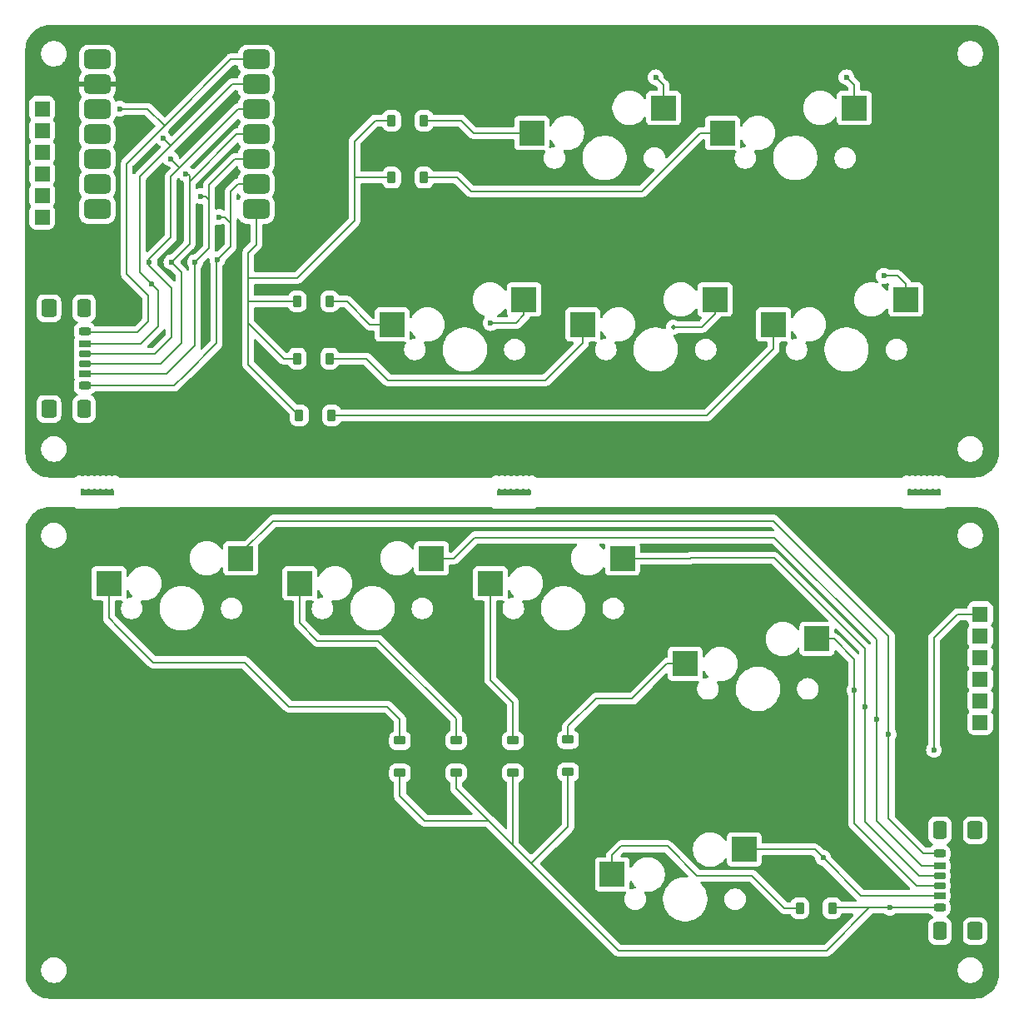
<source format=gbr>
%TF.GenerationSoftware,KiCad,Pcbnew,8.0.5*%
%TF.CreationDate,2024-10-06T16:45:38+11:00*%
%TF.ProjectId,TetrisKeyboard,54657472-6973-44b6-9579-626f6172642e,rev?*%
%TF.SameCoordinates,Original*%
%TF.FileFunction,Copper,L2,Bot*%
%TF.FilePolarity,Positive*%
%FSLAX46Y46*%
G04 Gerber Fmt 4.6, Leading zero omitted, Abs format (unit mm)*
G04 Created by KiCad (PCBNEW 8.0.5) date 2024-10-06 16:45:38*
%MOMM*%
%LPD*%
G01*
G04 APERTURE LIST*
G04 Aperture macros list*
%AMRoundRect*
0 Rectangle with rounded corners*
0 $1 Rounding radius*
0 $2 $3 $4 $5 $6 $7 $8 $9 X,Y pos of 4 corners*
0 Add a 4 corners polygon primitive as box body*
4,1,4,$2,$3,$4,$5,$6,$7,$8,$9,$2,$3,0*
0 Add four circle primitives for the rounded corners*
1,1,$1+$1,$2,$3*
1,1,$1+$1,$4,$5*
1,1,$1+$1,$6,$7*
1,1,$1+$1,$8,$9*
0 Add four rect primitives between the rounded corners*
20,1,$1+$1,$2,$3,$4,$5,0*
20,1,$1+$1,$4,$5,$6,$7,0*
20,1,$1+$1,$6,$7,$8,$9,0*
20,1,$1+$1,$8,$9,$2,$3,0*%
G04 Aperture macros list end*
%TA.AperFunction,SMDPad,CuDef*%
%ADD10R,2.550000X2.500000*%
%TD*%
%TA.AperFunction,ComponentPad*%
%ADD11RoundRect,0.250000X-0.550000X-0.550000X0.550000X-0.550000X0.550000X0.550000X-0.550000X0.550000X0*%
%TD*%
%TA.AperFunction,SMDPad,CuDef*%
%ADD12RoundRect,0.175000X0.425000X-0.175000X0.425000X0.175000X-0.425000X0.175000X-0.425000X-0.175000X0*%
%TD*%
%TA.AperFunction,SMDPad,CuDef*%
%ADD13RoundRect,0.190000X-0.410000X0.190000X-0.410000X-0.190000X0.410000X-0.190000X0.410000X0.190000X0*%
%TD*%
%TA.AperFunction,SMDPad,CuDef*%
%ADD14RoundRect,0.200000X-0.400000X0.200000X-0.400000X-0.200000X0.400000X-0.200000X0.400000X0.200000X0*%
%TD*%
%TA.AperFunction,SMDPad,CuDef*%
%ADD15RoundRect,0.175000X-0.425000X0.175000X-0.425000X-0.175000X0.425000X-0.175000X0.425000X0.175000X0*%
%TD*%
%TA.AperFunction,SMDPad,CuDef*%
%ADD16RoundRect,0.190000X0.410000X-0.190000X0.410000X0.190000X-0.410000X0.190000X-0.410000X-0.190000X0*%
%TD*%
%TA.AperFunction,SMDPad,CuDef*%
%ADD17RoundRect,0.200000X0.400000X-0.200000X0.400000X0.200000X-0.400000X0.200000X-0.400000X-0.200000X0*%
%TD*%
%TA.AperFunction,SMDPad,CuDef*%
%ADD18RoundRect,0.250000X0.500000X-0.650000X0.500000X0.650000X-0.500000X0.650000X-0.500000X-0.650000X0*%
%TD*%
%TA.AperFunction,SMDPad,CuDef*%
%ADD19RoundRect,0.250000X0.425000X-0.650000X0.425000X0.650000X-0.425000X0.650000X-0.425000X-0.650000X0*%
%TD*%
%TA.AperFunction,SMDPad,CuDef*%
%ADD20RoundRect,0.225000X0.375000X-0.225000X0.375000X0.225000X-0.375000X0.225000X-0.375000X-0.225000X0*%
%TD*%
%TA.AperFunction,SMDPad,CuDef*%
%ADD21RoundRect,0.225000X-0.225000X-0.375000X0.225000X-0.375000X0.225000X0.375000X-0.225000X0.375000X0*%
%TD*%
%TA.AperFunction,SMDPad,CuDef*%
%ADD22RoundRect,0.250000X-0.500000X0.650000X-0.500000X-0.650000X0.500000X-0.650000X0.500000X0.650000X0*%
%TD*%
%TA.AperFunction,SMDPad,CuDef*%
%ADD23RoundRect,0.250000X-0.425000X0.650000X-0.425000X-0.650000X0.425000X-0.650000X0.425000X0.650000X0*%
%TD*%
%TA.AperFunction,SMDPad,CuDef*%
%ADD24RoundRect,0.500000X0.875000X0.500000X-0.875000X0.500000X-0.875000X-0.500000X0.875000X-0.500000X0*%
%TD*%
%TA.AperFunction,ViaPad*%
%ADD25C,0.600000*%
%TD*%
%TA.AperFunction,ViaPad*%
%ADD26C,0.500000*%
%TD*%
%TA.AperFunction,Conductor*%
%ADD27C,0.200000*%
%TD*%
G04 APERTURE END LIST*
D10*
%TO.P,SW9,1*%
%TO.N,Row2-B*%
X46990000Y-89060000D03*
%TO.P,SW9,2*%
%TO.N,Col4-B*%
X60415000Y-86520000D03*
%TD*%
D11*
%TO.P,,1*%
%TO.N,Col3*%
X20800000Y-47400000D03*
%TD*%
%TO.P,,1*%
%TO.N,Col5-B*%
X116200000Y-103200000D03*
%TD*%
%TO.P,,1*%
%TO.N,Row2-B*%
X116200000Y-92200000D03*
%TD*%
D10*
%TO.P,SW6,1*%
%TO.N,Row2-B*%
X78790000Y-118660000D03*
%TO.P,SW6,2*%
%TO.N,Col1-B*%
X92215000Y-116120000D03*
%TD*%
%TO.P,SW1,1*%
%TO.N,Row1*%
X56390000Y-62740000D03*
%TO.P,SW1,2*%
%TO.N,Col1*%
X69815000Y-60200000D03*
%TD*%
%TO.P,SW4,1*%
%TO.N,Row1*%
X70590000Y-43260000D03*
%TO.P,SW4,2*%
%TO.N,Col4*%
X84015000Y-40720000D03*
%TD*%
D11*
%TO.P,,1*%
%TO.N,Col5*%
X20800000Y-51800000D03*
%TD*%
D10*
%TO.P,SW5,1*%
%TO.N,Row1*%
X89990000Y-43260000D03*
%TO.P,SW5,2*%
%TO.N,Col5*%
X103415000Y-40720000D03*
%TD*%
D11*
%TO.P,,1*%
%TO.N,Col1-B*%
X116200000Y-94400000D03*
%TD*%
D10*
%TO.P,SW10,1*%
%TO.N,Row2-B*%
X27590000Y-89060000D03*
%TO.P,SW10,2*%
%TO.N,Col5-B*%
X41015000Y-86520000D03*
%TD*%
D11*
%TO.P,,1*%
%TO.N,Col2*%
X20800000Y-45200000D03*
%TD*%
%TO.P,,1*%
%TO.N,Col1*%
X20800000Y-43000000D03*
%TD*%
D10*
%TO.P,SW7,1*%
%TO.N,Row2-B*%
X86190000Y-97260000D03*
%TO.P,SW7,2*%
%TO.N,Col2-B*%
X99615000Y-94720000D03*
%TD*%
%TO.P,SW3,1*%
%TO.N,Row1*%
X95200000Y-62740000D03*
%TO.P,SW3,2*%
%TO.N,Col3*%
X108625000Y-60200000D03*
%TD*%
D11*
%TO.P,,1*%
%TO.N,Col2-B*%
X116200000Y-96600000D03*
%TD*%
D10*
%TO.P,SW8,1*%
%TO.N,Row2-B*%
X66390000Y-89060000D03*
%TO.P,SW8,2*%
%TO.N,Col3-B*%
X79815000Y-86520000D03*
%TD*%
D11*
%TO.P,,1*%
%TO.N,Col3-B*%
X116200000Y-98800000D03*
%TD*%
D10*
%TO.P,SW2,1*%
%TO.N,Row1*%
X75790000Y-62740000D03*
%TO.P,SW2,2*%
%TO.N,Col2*%
X89215000Y-60200000D03*
%TD*%
D11*
%TO.P,REF\u002A\u002A,1*%
%TO.N,Row2*%
X20800000Y-40800000D03*
%TD*%
%TO.P,,1*%
%TO.N,Col4*%
X20800000Y-49600000D03*
%TD*%
%TO.P,,1*%
%TO.N,Col4-B*%
X116200000Y-101000000D03*
%TD*%
D12*
%TO.P,USB_C,A5*%
%TO.N,Col3*%
X25132500Y-66700000D03*
D13*
%TO.P,USB_C,A9*%
%TO.N,Col1*%
X25132500Y-64680000D03*
D14*
%TO.P,USB_C,A12*%
%TO.N,Row2*%
X25132500Y-63450000D03*
D15*
%TO.P,USB_C,B5*%
%TO.N,Col2*%
X25132500Y-65700000D03*
D16*
%TO.P,USB_C,B9*%
%TO.N,Col4*%
X25132500Y-67720000D03*
D17*
%TO.P,USB_C,B12*%
%TO.N,Col5*%
X25132500Y-68950000D03*
D18*
%TO.P,USB_C,S1*%
%TO.N,N/C*%
X21497500Y-71325000D03*
D19*
X25077500Y-71325000D03*
D18*
X21497500Y-61075000D03*
D19*
X25077500Y-61075000D03*
%TD*%
D20*
%TO.P,D8,1*%
%TO.N,Row2-B*%
X68700000Y-108350000D03*
%TO.P,D8,2*%
X68700000Y-105050000D03*
%TD*%
%TO.P,D7,1*%
%TO.N,Row2-B*%
X62900000Y-108350000D03*
%TO.P,D7,2*%
X62900000Y-105050000D03*
%TD*%
D21*
%TO.P,D4,1*%
%TO.N,Row1*%
X56350000Y-42000000D03*
%TO.P,D4,2*%
X59650000Y-42000000D03*
%TD*%
%TO.P,D10,1*%
%TO.N,Row2-B*%
X97850000Y-122100000D03*
%TO.P,D10,2*%
X101150000Y-122100000D03*
%TD*%
D20*
%TO.P,D9,1*%
%TO.N,Row2-B*%
X57200000Y-108350000D03*
%TO.P,D9,2*%
X57200000Y-105050000D03*
%TD*%
D15*
%TO.P,USB_C,A5*%
%TO.N,Col3-B*%
X112067500Y-118800000D03*
D16*
%TO.P,USB_C,A9*%
%TO.N,Col1-B*%
X112067500Y-120820000D03*
D17*
%TO.P,USB_C,A12*%
%TO.N,Row2-B*%
X112067500Y-122050000D03*
D12*
%TO.P,USB_C,B5*%
%TO.N,Col2-B*%
X112067500Y-119800000D03*
D13*
%TO.P,USB_C,B9*%
%TO.N,Col4-B*%
X112067500Y-117780000D03*
D14*
%TO.P,USB_C,B12*%
%TO.N,Col5-B*%
X112067500Y-116550000D03*
D22*
%TO.P,USB_C,S1*%
%TO.N,N/C*%
X115702500Y-114175000D03*
D23*
X112122500Y-114175000D03*
D22*
X115702500Y-124425000D03*
D23*
X112122500Y-124425000D03*
%TD*%
D20*
%TO.P,D6,1*%
%TO.N,Row2-B*%
X74300000Y-108250000D03*
%TO.P,D6,2*%
X74300000Y-104950000D03*
%TD*%
D21*
%TO.P,D5,1*%
%TO.N,Row1*%
X56350000Y-47800000D03*
%TO.P,D5,2*%
X59650000Y-47800000D03*
%TD*%
%TO.P,D1,1*%
%TO.N,Row1*%
X46750000Y-60400000D03*
%TO.P,D1,2*%
X50050000Y-60400000D03*
%TD*%
D24*
%TO.P,Seed XIAO RP2040,1*%
%TO.N,Row2*%
X42582500Y-35785000D03*
%TO.P,Seed XIAO RP2040,2*%
%TO.N,Col1*%
X42582500Y-38325000D03*
%TO.P,Seed XIAO RP2040,3*%
%TO.N,Col2*%
X42582500Y-40865000D03*
%TO.P,Seed XIAO RP2040,4*%
%TO.N,Col3*%
X42582500Y-43405000D03*
%TO.P,Seed XIAO RP2040,5*%
%TO.N,Col4*%
X42582500Y-45945000D03*
%TO.P,Seed XIAO RP2040,6*%
%TO.N,Col5*%
X42582500Y-48485000D03*
%TO.P,Seed XIAO RP2040,7*%
%TO.N,Row1*%
X42582500Y-51025000D03*
%TO.P,Seed XIAO RP2040,8*%
%TO.N,N/C*%
X26417500Y-51025000D03*
%TO.P,Seed XIAO RP2040,9*%
X26417500Y-48485000D03*
%TO.P,Seed XIAO RP2040,10*%
X26417500Y-45945000D03*
%TO.P,Seed XIAO RP2040,11*%
X26417500Y-43405000D03*
%TO.P,Seed XIAO RP2040,12*%
X26417500Y-40865000D03*
%TO.P,Seed XIAO RP2040,13*%
%TO.N,GND*%
X26417500Y-38325000D03*
%TO.P,Seed XIAO RP2040,14*%
%TO.N,N/C*%
X26417500Y-35785000D03*
%TD*%
D21*
%TO.P,D2,1*%
%TO.N,Row1*%
X46750000Y-66200000D03*
%TO.P,D2,2*%
X50050000Y-66200000D03*
%TD*%
%TO.P,D3,1*%
%TO.N,Row1*%
X46950000Y-72000000D03*
%TO.P,D3,2*%
X50250000Y-72000000D03*
%TD*%
D25*
%TO.N,Col5*%
X102600000Y-37600000D03*
X38630000Y-56130000D03*
X38800000Y-51800000D03*
%TO.N,Col4*%
X36360000Y-56400000D03*
X83200000Y-37600000D03*
X36900000Y-49700000D03*
%TO.N,Col2*%
X31700000Y-56400000D03*
D26*
X85000000Y-63000000D03*
D25*
X33900000Y-45900000D03*
%TO.N,Col3*%
X33960000Y-56400000D03*
X35400000Y-47400000D03*
X106400000Y-57800000D03*
%TO.N,Col1*%
X31900000Y-58600000D03*
X66400000Y-62600000D03*
X33100000Y-43800000D03*
%TO.N,Row2*%
X28700000Y-40800000D03*
%TO.N,Col5-B*%
X106900000Y-104400000D03*
%TO.N,Col4-B*%
X105700000Y-102900000D03*
%TO.N,Col3-B*%
X104500000Y-101600000D03*
%TO.N,Col1-B*%
X100230000Y-116970000D03*
%TO.N,Col2-B*%
X103400000Y-99900000D03*
%TO.N,Row2-B*%
X107000000Y-122050000D03*
X111500000Y-106000000D03*
%TD*%
D27*
%TO.N,Col5*%
X39400000Y-51800000D02*
X38800000Y-51800000D01*
X38630000Y-56130000D02*
X38560000Y-56200000D01*
X38560000Y-64640000D02*
X35400000Y-67800000D01*
X40715000Y-48485000D02*
X40000000Y-49200000D01*
X42582500Y-48485000D02*
X40715000Y-48485000D01*
X103415000Y-40720000D02*
X103415000Y-38415000D01*
X38560000Y-56200000D02*
X38560000Y-64640000D01*
X40000000Y-54760000D02*
X38630000Y-56130000D01*
X40000000Y-52400000D02*
X39400000Y-51800000D01*
X34250000Y-68950000D02*
X35400000Y-67800000D01*
X40000000Y-52400000D02*
X40000000Y-54760000D01*
X40000000Y-49200000D02*
X40000000Y-52400000D01*
X103415000Y-38415000D02*
X102600000Y-37600000D01*
X25132500Y-68950000D02*
X34250000Y-68950000D01*
%TO.N,Col4*%
X37800000Y-50000000D02*
X37800000Y-54960000D01*
X34400000Y-66800000D02*
X36360000Y-64840000D01*
X36900000Y-49700000D02*
X37400000Y-49700000D01*
X37800000Y-54960000D02*
X36360000Y-56400000D01*
X37400000Y-49700000D02*
X37800000Y-50100000D01*
X84015000Y-40720000D02*
X84015000Y-38415000D01*
X36360000Y-64840000D02*
X36360000Y-56400000D01*
X34400000Y-66805736D02*
X33485736Y-67720000D01*
X42582500Y-45945000D02*
X40355000Y-45945000D01*
X33485736Y-67720000D02*
X25232500Y-67720000D01*
X37800000Y-48500000D02*
X37800000Y-50000000D01*
X40355000Y-45945000D02*
X37800000Y-48500000D01*
X84015000Y-38415000D02*
X83200000Y-37600000D01*
%TO.N,Col2*%
X31700000Y-56060000D02*
X33900000Y-53860000D01*
X42582500Y-40865000D02*
X40735000Y-40865000D01*
X33960000Y-64040000D02*
X32300000Y-65700000D01*
X87900000Y-63000000D02*
X85000000Y-63000000D01*
X33900000Y-53860000D02*
X33900000Y-47700000D01*
X40735000Y-40865000D02*
X34750000Y-46850000D01*
X31700000Y-56400000D02*
X31700000Y-56060000D01*
X32300000Y-65700000D02*
X25232500Y-65700000D01*
X31700000Y-56400000D02*
X31700000Y-56740000D01*
X34750000Y-46850000D02*
X34750000Y-46750000D01*
X89215000Y-61685000D02*
X87900000Y-63000000D01*
X31700000Y-56740000D02*
X33960000Y-59000000D01*
X89215000Y-60200000D02*
X89215000Y-61685000D01*
X34750000Y-46750000D02*
X33900000Y-45900000D01*
X33960000Y-59000000D02*
X33960000Y-64040000D01*
X33900000Y-47700000D02*
X34750000Y-46850000D01*
%TO.N,Col3*%
X107800000Y-57800000D02*
X108625000Y-58625000D01*
X42582500Y-43405000D02*
X40595000Y-43405000D01*
X34960000Y-64640000D02*
X34960000Y-57400000D01*
X108625000Y-58625000D02*
X108625000Y-60200000D01*
X35600000Y-47400000D02*
X35800000Y-47600000D01*
X33600000Y-66000000D02*
X32900000Y-66700000D01*
X33600000Y-66000000D02*
X34960000Y-64640000D01*
X32900000Y-66700000D02*
X25232500Y-66700000D01*
X40595000Y-43405000D02*
X35800000Y-48200000D01*
X106400000Y-57800000D02*
X107800000Y-57800000D01*
X35800000Y-54560000D02*
X33960000Y-56400000D01*
X35400000Y-47400000D02*
X35600000Y-47400000D01*
X34960000Y-57400000D02*
X33960000Y-56400000D01*
X35800000Y-48200000D02*
X35800000Y-54560000D01*
X35800000Y-47600000D02*
X35800000Y-48200000D01*
%TO.N,Col1*%
X32600000Y-59300000D02*
X32600000Y-62955148D01*
X33100000Y-43800000D02*
X33876875Y-44576875D01*
X40128750Y-38325000D02*
X42582500Y-38325000D01*
X69815000Y-61785000D02*
X69815000Y-60200000D01*
X31900000Y-58600000D02*
X30760000Y-57460000D01*
X30760000Y-47693750D02*
X33876875Y-44576875D01*
X30760000Y-57460000D02*
X30760000Y-47693750D01*
X69000000Y-62600000D02*
X69815000Y-61785000D01*
X33876875Y-44576875D02*
X40128750Y-38325000D01*
X31900000Y-58600000D02*
X32600000Y-59300000D01*
X30855148Y-64700000D02*
X25152500Y-64700000D01*
X32600000Y-62955148D02*
X30855148Y-64700000D01*
X66400000Y-62600000D02*
X69000000Y-62600000D01*
%TO.N,Row2*%
X31560000Y-62440000D02*
X31560000Y-59760000D01*
X31560000Y-59760000D02*
X29400000Y-57600000D01*
X29400000Y-46383750D02*
X33241875Y-42541875D01*
X33241875Y-42541875D02*
X31500000Y-40800000D01*
X39998750Y-35785000D02*
X42582500Y-35785000D01*
X25132500Y-63550000D02*
X30450000Y-63550000D01*
X30450000Y-63550000D02*
X31560000Y-62440000D01*
X31500000Y-40800000D02*
X28700000Y-40800000D01*
X33241875Y-42541875D02*
X39998750Y-35785000D01*
X29400000Y-57600000D02*
X29400000Y-46383750D01*
%TO.N,Row1*%
X41760000Y-60400000D02*
X41760000Y-58400000D01*
X52560000Y-48000000D02*
X52560000Y-52200000D01*
X56350000Y-42000000D02*
X54680000Y-42000000D01*
X51800000Y-60400000D02*
X54140000Y-62740000D01*
X41760000Y-62600000D02*
X41760000Y-66800000D01*
X64660000Y-43260000D02*
X70590000Y-43260000D01*
X46750000Y-60400000D02*
X41760000Y-60400000D01*
X41760000Y-55440000D02*
X41760000Y-58000000D01*
X52560000Y-44120000D02*
X52560000Y-48000000D01*
X95200000Y-62740000D02*
X95200000Y-65200000D01*
X55960000Y-68400000D02*
X53760000Y-66200000D01*
X63000000Y-47800000D02*
X59650000Y-47800000D01*
X42582500Y-54617500D02*
X41760000Y-55440000D01*
X50050000Y-60400000D02*
X51800000Y-60400000D01*
X72000000Y-68400000D02*
X55960000Y-68400000D01*
X75790000Y-64610000D02*
X72000000Y-68400000D01*
X41760000Y-66800000D02*
X46950000Y-71990000D01*
X41760000Y-58000000D02*
X41760000Y-58400000D01*
X45360000Y-66200000D02*
X41760000Y-62600000D01*
X53760000Y-66200000D02*
X50050000Y-66200000D01*
X54680000Y-42000000D02*
X52560000Y-44120000D01*
X89990000Y-43260000D02*
X87740000Y-43260000D01*
X95200000Y-65200000D02*
X88400000Y-72000000D01*
X81800000Y-49200000D02*
X64400000Y-49200000D01*
X54140000Y-62740000D02*
X56390000Y-62740000D01*
X88400000Y-72000000D02*
X50250000Y-72000000D01*
X59650000Y-42000000D02*
X63400000Y-42000000D01*
X42582500Y-51025000D02*
X42582500Y-54617500D01*
X87740000Y-43260000D02*
X81800000Y-49200000D01*
X75790000Y-62740000D02*
X75790000Y-64610000D01*
X63400000Y-42000000D02*
X64660000Y-43260000D01*
X46760000Y-58000000D02*
X41760000Y-58000000D01*
X56350000Y-47800000D02*
X52560000Y-47800000D01*
X52560000Y-52200000D02*
X46760000Y-58000000D01*
X41760000Y-58400000D02*
X41760000Y-62600000D01*
X46750000Y-66200000D02*
X45360000Y-66200000D01*
X64400000Y-49200000D02*
X63000000Y-47800000D01*
%TO.N,Col5-B*%
X112067500Y-116550000D02*
X110450000Y-116550000D01*
X106900000Y-103200000D02*
X106900000Y-94400000D01*
X106900000Y-104400000D02*
X106900000Y-103200000D01*
X44300000Y-82700000D02*
X41015000Y-85985000D01*
X106900000Y-94400000D02*
X95200000Y-82700000D01*
X106900000Y-113000000D02*
X106900000Y-104400000D01*
X110450000Y-116550000D02*
X106900000Y-113000000D01*
X95200000Y-82700000D02*
X44300000Y-82700000D01*
%TO.N,Col4-B*%
X95300000Y-84400000D02*
X64800000Y-84400000D01*
X105700000Y-94800000D02*
X95300000Y-84400000D01*
X62680000Y-86520000D02*
X60415000Y-86520000D01*
X105700000Y-102900000D02*
X105700000Y-94800000D01*
X105700000Y-113200000D02*
X105700000Y-102900000D01*
X110280000Y-117780000D02*
X105700000Y-113200000D01*
X64800000Y-84400000D02*
X62680000Y-86520000D01*
X112067500Y-117780000D02*
X110280000Y-117780000D01*
%TO.N,Col3-B*%
X104500000Y-113300000D02*
X104500000Y-101600000D01*
X112067500Y-118800000D02*
X110000000Y-118800000D01*
X110000000Y-118800000D02*
X104500000Y-113300000D01*
X86680000Y-86520000D02*
X79815000Y-86520000D01*
X104500000Y-101600000D02*
X104500000Y-95700000D01*
X104500000Y-95700000D02*
X95300000Y-86500000D01*
X86700000Y-86500000D02*
X86680000Y-86520000D01*
X95300000Y-86500000D02*
X86700000Y-86500000D01*
%TO.N,Col1-B*%
X100230000Y-116970000D02*
X99380000Y-116120000D01*
X112067500Y-120820000D02*
X104080000Y-120820000D01*
X104080000Y-120820000D02*
X100230000Y-116970000D01*
X99380000Y-116120000D02*
X92215000Y-116120000D01*
%TO.N,Col2-B*%
X103400000Y-96800000D02*
X101320000Y-94720000D01*
X103400000Y-113500000D02*
X103400000Y-99900000D01*
X109700000Y-119800000D02*
X103400000Y-113500000D01*
X101320000Y-94720000D02*
X99615000Y-94720000D01*
X103400000Y-99900000D02*
X103400000Y-96800000D01*
X112067500Y-119800000D02*
X109700000Y-119800000D01*
%TO.N,Row2-B*%
X57200000Y-108350000D02*
X57200000Y-110700000D01*
X32100000Y-97100000D02*
X41400000Y-97100000D01*
X66200000Y-113200000D02*
X71550000Y-118550000D01*
X59700000Y-113200000D02*
X66200000Y-113200000D01*
X68700000Y-115700000D02*
X69350000Y-116350000D01*
X57200000Y-102900000D02*
X57200000Y-105050000D01*
X69350000Y-116350000D02*
X62900000Y-109900000D01*
X55900000Y-101600000D02*
X57200000Y-102900000D01*
X74300000Y-108250000D02*
X74300000Y-113800000D01*
X28550000Y-93550000D02*
X32100000Y-97100000D01*
X78790000Y-116710000D02*
X78790000Y-118660000D01*
X101200000Y-122050000D02*
X101150000Y-122100000D01*
X81500000Y-115800000D02*
X79700000Y-115800000D01*
X112067500Y-122050000D02*
X101200000Y-122050000D01*
X104950000Y-122050000D02*
X100600000Y-126400000D01*
X112067500Y-122050000D02*
X104950000Y-122050000D01*
X27590000Y-92590000D02*
X27590000Y-89060000D01*
X62900000Y-109900000D02*
X62900000Y-108350000D01*
X100600000Y-126400000D02*
X79400000Y-126400000D01*
X93000000Y-118800000D02*
X96300000Y-122100000D01*
X77100000Y-100800000D02*
X74300000Y-103600000D01*
X66390000Y-92000000D02*
X66390000Y-89060000D01*
X68700000Y-108350000D02*
X68700000Y-115700000D01*
X82400000Y-99200000D02*
X80800000Y-100800000D01*
X79400000Y-126400000D02*
X69350000Y-116350000D01*
X66390000Y-92000000D02*
X66390000Y-98890000D01*
X66390000Y-98890000D02*
X68700000Y-101200000D01*
X48800000Y-94900000D02*
X55000000Y-94900000D01*
X113900000Y-92200000D02*
X116200000Y-92200000D01*
X87400000Y-118800000D02*
X93000000Y-118800000D01*
X28550000Y-93550000D02*
X27590000Y-92590000D01*
X55000000Y-94900000D02*
X62900000Y-102800000D01*
X41400000Y-97100000D02*
X45900000Y-101600000D01*
X68700000Y-101200000D02*
X68700000Y-105050000D01*
X74300000Y-113800000D02*
X70550000Y-117550000D01*
X84340000Y-97260000D02*
X86190000Y-97260000D01*
X62900000Y-102800000D02*
X62900000Y-105050000D01*
X79700000Y-115800000D02*
X78790000Y-116710000D01*
X111500000Y-94600000D02*
X113900000Y-92200000D01*
X84400000Y-115800000D02*
X87400000Y-118800000D01*
X96300000Y-122100000D02*
X97750000Y-122100000D01*
X45900000Y-101600000D02*
X55900000Y-101600000D01*
X74300000Y-103600000D02*
X74300000Y-104950000D01*
X46990000Y-93090000D02*
X46990000Y-89060000D01*
X48800000Y-94900000D02*
X46990000Y-93090000D01*
X57200000Y-110700000D02*
X59700000Y-113200000D01*
X111500000Y-106000000D02*
X111500000Y-94600000D01*
X81500000Y-115800000D02*
X84400000Y-115800000D01*
X80800000Y-100800000D02*
X77100000Y-100800000D01*
X82400000Y-99200000D02*
X84340000Y-97260000D01*
%TD*%
%TA.AperFunction,Conductor*%
%TO.N,GND*%
G36*
X115603736Y-32300726D02*
G01*
X115893796Y-32318271D01*
X115908659Y-32320076D01*
X116190798Y-32371780D01*
X116205335Y-32375363D01*
X116479172Y-32460695D01*
X116493163Y-32466000D01*
X116754743Y-32583727D01*
X116767989Y-32590680D01*
X117013465Y-32739075D01*
X117025776Y-32747573D01*
X117251573Y-32924473D01*
X117262781Y-32934403D01*
X117465596Y-33137218D01*
X117475526Y-33148426D01*
X117595481Y-33301538D01*
X117652422Y-33374217D01*
X117660928Y-33386540D01*
X117809316Y-33632004D01*
X117816275Y-33645263D01*
X117933997Y-33906831D01*
X117939306Y-33920832D01*
X118024635Y-34194663D01*
X118028219Y-34209201D01*
X118079923Y-34491340D01*
X118081728Y-34506205D01*
X118099274Y-34796263D01*
X118099500Y-34803750D01*
X118099500Y-75796249D01*
X118099274Y-75803736D01*
X118081728Y-76093794D01*
X118079923Y-76108659D01*
X118028219Y-76390798D01*
X118024635Y-76405336D01*
X117939306Y-76679167D01*
X117933997Y-76693168D01*
X117816275Y-76954736D01*
X117809316Y-76967995D01*
X117660928Y-77213459D01*
X117652422Y-77225782D01*
X117475526Y-77451573D01*
X117465596Y-77462781D01*
X117262781Y-77665596D01*
X117251573Y-77675526D01*
X117025782Y-77852422D01*
X117013459Y-77860928D01*
X116767995Y-78009316D01*
X116754736Y-78016275D01*
X116493168Y-78133997D01*
X116479167Y-78139306D01*
X116205336Y-78224635D01*
X116190798Y-78228219D01*
X115908659Y-78279923D01*
X115893794Y-78281728D01*
X115603736Y-78299274D01*
X115596249Y-78299500D01*
X113112465Y-78299500D01*
X112940059Y-78329899D01*
X112928397Y-78334144D01*
X112858668Y-78338574D01*
X112803763Y-78310437D01*
X112700849Y-78219263D01*
X112550226Y-78140210D01*
X112385056Y-78099500D01*
X112214944Y-78099500D01*
X112049776Y-78140209D01*
X112043972Y-78142411D01*
X111974309Y-78147778D01*
X111956028Y-78142411D01*
X111950223Y-78140209D01*
X111785056Y-78099500D01*
X111614944Y-78099500D01*
X111449776Y-78140209D01*
X111443972Y-78142411D01*
X111374309Y-78147778D01*
X111356028Y-78142411D01*
X111350223Y-78140209D01*
X111185056Y-78099500D01*
X111014944Y-78099500D01*
X110849776Y-78140209D01*
X110843972Y-78142411D01*
X110774309Y-78147778D01*
X110756028Y-78142411D01*
X110750223Y-78140209D01*
X110585056Y-78099500D01*
X110414944Y-78099500D01*
X110249776Y-78140209D01*
X110243972Y-78142411D01*
X110174309Y-78147778D01*
X110156028Y-78142411D01*
X110150223Y-78140209D01*
X109985056Y-78099500D01*
X109814944Y-78099500D01*
X109649776Y-78140209D01*
X109643972Y-78142411D01*
X109574309Y-78147778D01*
X109556028Y-78142411D01*
X109550223Y-78140209D01*
X109385056Y-78099500D01*
X109214944Y-78099500D01*
X109049776Y-78140209D01*
X109043972Y-78142411D01*
X108974309Y-78147778D01*
X108956028Y-78142411D01*
X108950223Y-78140209D01*
X108785056Y-78099500D01*
X108614944Y-78099500D01*
X108449773Y-78140210D01*
X108299150Y-78219263D01*
X108196237Y-78310437D01*
X108133004Y-78340158D01*
X108071600Y-78334143D01*
X108059940Y-78329899D01*
X107887534Y-78299500D01*
X107887532Y-78299500D01*
X107865892Y-78299500D01*
X71565892Y-78299500D01*
X71500000Y-78299500D01*
X71412468Y-78299500D01*
X71412465Y-78299500D01*
X71240059Y-78329899D01*
X71228397Y-78334144D01*
X71158668Y-78338574D01*
X71103763Y-78310437D01*
X71000849Y-78219263D01*
X70850226Y-78140210D01*
X70685056Y-78099500D01*
X70514944Y-78099500D01*
X70349776Y-78140209D01*
X70343972Y-78142411D01*
X70274309Y-78147778D01*
X70256028Y-78142411D01*
X70250223Y-78140209D01*
X70085056Y-78099500D01*
X69914944Y-78099500D01*
X69749776Y-78140209D01*
X69743972Y-78142411D01*
X69674309Y-78147778D01*
X69656028Y-78142411D01*
X69650223Y-78140209D01*
X69485056Y-78099500D01*
X69314944Y-78099500D01*
X69149776Y-78140209D01*
X69143972Y-78142411D01*
X69074309Y-78147778D01*
X69056028Y-78142411D01*
X69050223Y-78140209D01*
X68885056Y-78099500D01*
X68714944Y-78099500D01*
X68549776Y-78140209D01*
X68543972Y-78142411D01*
X68474309Y-78147778D01*
X68456028Y-78142411D01*
X68450223Y-78140209D01*
X68285056Y-78099500D01*
X68114944Y-78099500D01*
X67949776Y-78140209D01*
X67943972Y-78142411D01*
X67874309Y-78147778D01*
X67856028Y-78142411D01*
X67850223Y-78140209D01*
X67685056Y-78099500D01*
X67514944Y-78099500D01*
X67349776Y-78140209D01*
X67343972Y-78142411D01*
X67274309Y-78147778D01*
X67256028Y-78142411D01*
X67250223Y-78140209D01*
X67085056Y-78099500D01*
X66914944Y-78099500D01*
X66749773Y-78140210D01*
X66599150Y-78219263D01*
X66496237Y-78310437D01*
X66433004Y-78340158D01*
X66371600Y-78334143D01*
X66359940Y-78329899D01*
X66187534Y-78299500D01*
X66187532Y-78299500D01*
X66165892Y-78299500D01*
X29165892Y-78299500D01*
X29100000Y-78299500D01*
X29012468Y-78299500D01*
X29012465Y-78299500D01*
X28840059Y-78329899D01*
X28828397Y-78334144D01*
X28758668Y-78338574D01*
X28703763Y-78310437D01*
X28600849Y-78219263D01*
X28450226Y-78140210D01*
X28285056Y-78099500D01*
X28114944Y-78099500D01*
X27949776Y-78140209D01*
X27943972Y-78142411D01*
X27874309Y-78147778D01*
X27856028Y-78142411D01*
X27850223Y-78140209D01*
X27685056Y-78099500D01*
X27514944Y-78099500D01*
X27349776Y-78140209D01*
X27343972Y-78142411D01*
X27274309Y-78147778D01*
X27256028Y-78142411D01*
X27250223Y-78140209D01*
X27085056Y-78099500D01*
X26914944Y-78099500D01*
X26749776Y-78140209D01*
X26743972Y-78142411D01*
X26674309Y-78147778D01*
X26656028Y-78142411D01*
X26650223Y-78140209D01*
X26485056Y-78099500D01*
X26314944Y-78099500D01*
X26149776Y-78140209D01*
X26143972Y-78142411D01*
X26074309Y-78147778D01*
X26056028Y-78142411D01*
X26050223Y-78140209D01*
X25885056Y-78099500D01*
X25714944Y-78099500D01*
X25549776Y-78140209D01*
X25543972Y-78142411D01*
X25474309Y-78147778D01*
X25456028Y-78142411D01*
X25450223Y-78140209D01*
X25285056Y-78099500D01*
X25114944Y-78099500D01*
X24949776Y-78140209D01*
X24943972Y-78142411D01*
X24874309Y-78147778D01*
X24856028Y-78142411D01*
X24850223Y-78140209D01*
X24685056Y-78099500D01*
X24514944Y-78099500D01*
X24349773Y-78140210D01*
X24199150Y-78219263D01*
X24096237Y-78310437D01*
X24033004Y-78340158D01*
X23971600Y-78334143D01*
X23959940Y-78329899D01*
X23787534Y-78299500D01*
X23787532Y-78299500D01*
X23765892Y-78299500D01*
X21603751Y-78299500D01*
X21596264Y-78299274D01*
X21306205Y-78281728D01*
X21291340Y-78279923D01*
X21009201Y-78228219D01*
X20994663Y-78224635D01*
X20720832Y-78139306D01*
X20706831Y-78133997D01*
X20445263Y-78016275D01*
X20432004Y-78009316D01*
X20186540Y-77860928D01*
X20174217Y-77852422D01*
X19948426Y-77675526D01*
X19937218Y-77665596D01*
X19734403Y-77462781D01*
X19724473Y-77451573D01*
X19547573Y-77225776D01*
X19539075Y-77213465D01*
X19390680Y-76967989D01*
X19383727Y-76954743D01*
X19266000Y-76693163D01*
X19260693Y-76679167D01*
X19237650Y-76605220D01*
X19175363Y-76405335D01*
X19171780Y-76390798D01*
X19120076Y-76108659D01*
X19118271Y-76093794D01*
X19100726Y-75803736D01*
X19100500Y-75796249D01*
X19100500Y-75297648D01*
X20699500Y-75297648D01*
X20699500Y-75502351D01*
X20731522Y-75704534D01*
X20794781Y-75899223D01*
X20887715Y-76081613D01*
X21008028Y-76247213D01*
X21152786Y-76391971D01*
X21307749Y-76504556D01*
X21318390Y-76512287D01*
X21434607Y-76571503D01*
X21500776Y-76605218D01*
X21500778Y-76605218D01*
X21500781Y-76605220D01*
X21605137Y-76639127D01*
X21695465Y-76668477D01*
X21762959Y-76679167D01*
X21897648Y-76700500D01*
X21897649Y-76700500D01*
X22102351Y-76700500D01*
X22102352Y-76700500D01*
X22304534Y-76668477D01*
X22499219Y-76605220D01*
X22681610Y-76512287D01*
X22828817Y-76405336D01*
X22847213Y-76391971D01*
X22847215Y-76391968D01*
X22847219Y-76391966D01*
X22991966Y-76247219D01*
X22991968Y-76247215D01*
X22991971Y-76247213D01*
X23044732Y-76174590D01*
X23112287Y-76081610D01*
X23205220Y-75899219D01*
X23268477Y-75704534D01*
X23300500Y-75502352D01*
X23300500Y-75297648D01*
X113899500Y-75297648D01*
X113899500Y-75502351D01*
X113931522Y-75704534D01*
X113994781Y-75899223D01*
X114087715Y-76081613D01*
X114208028Y-76247213D01*
X114352786Y-76391971D01*
X114507749Y-76504556D01*
X114518390Y-76512287D01*
X114634607Y-76571503D01*
X114700776Y-76605218D01*
X114700778Y-76605218D01*
X114700781Y-76605220D01*
X114805137Y-76639127D01*
X114895465Y-76668477D01*
X114962959Y-76679167D01*
X115097648Y-76700500D01*
X115097649Y-76700500D01*
X115302351Y-76700500D01*
X115302352Y-76700500D01*
X115504534Y-76668477D01*
X115699219Y-76605220D01*
X115881610Y-76512287D01*
X116028817Y-76405336D01*
X116047213Y-76391971D01*
X116047215Y-76391968D01*
X116047219Y-76391966D01*
X116191966Y-76247219D01*
X116191968Y-76247215D01*
X116191971Y-76247213D01*
X116244732Y-76174590D01*
X116312287Y-76081610D01*
X116405220Y-75899219D01*
X116468477Y-75704534D01*
X116500500Y-75502352D01*
X116500500Y-75297648D01*
X116468477Y-75095466D01*
X116405220Y-74900781D01*
X116405218Y-74900778D01*
X116405218Y-74900776D01*
X116371503Y-74834607D01*
X116312287Y-74718390D01*
X116304556Y-74707749D01*
X116191971Y-74552786D01*
X116047213Y-74408028D01*
X115881613Y-74287715D01*
X115881612Y-74287714D01*
X115881610Y-74287713D01*
X115824653Y-74258691D01*
X115699223Y-74194781D01*
X115504534Y-74131522D01*
X115329995Y-74103878D01*
X115302352Y-74099500D01*
X115097648Y-74099500D01*
X115073329Y-74103351D01*
X114895465Y-74131522D01*
X114700776Y-74194781D01*
X114518386Y-74287715D01*
X114352786Y-74408028D01*
X114208028Y-74552786D01*
X114087715Y-74718386D01*
X113994781Y-74900776D01*
X113931522Y-75095465D01*
X113899500Y-75297648D01*
X23300500Y-75297648D01*
X23268477Y-75095466D01*
X23205220Y-74900781D01*
X23205218Y-74900778D01*
X23205218Y-74900776D01*
X23171503Y-74834607D01*
X23112287Y-74718390D01*
X23104556Y-74707749D01*
X22991971Y-74552786D01*
X22847213Y-74408028D01*
X22681613Y-74287715D01*
X22681612Y-74287714D01*
X22681610Y-74287713D01*
X22624653Y-74258691D01*
X22499223Y-74194781D01*
X22304534Y-74131522D01*
X22129995Y-74103878D01*
X22102352Y-74099500D01*
X21897648Y-74099500D01*
X21873329Y-74103351D01*
X21695465Y-74131522D01*
X21500776Y-74194781D01*
X21318386Y-74287715D01*
X21152786Y-74408028D01*
X21008028Y-74552786D01*
X20887715Y-74718386D01*
X20794781Y-74900776D01*
X20731522Y-75095465D01*
X20699500Y-75297648D01*
X19100500Y-75297648D01*
X19100500Y-70624983D01*
X20247000Y-70624983D01*
X20247000Y-72025001D01*
X20247001Y-72025018D01*
X20257500Y-72127796D01*
X20257501Y-72127799D01*
X20312685Y-72294331D01*
X20312686Y-72294334D01*
X20404788Y-72443656D01*
X20528844Y-72567712D01*
X20678166Y-72659814D01*
X20844703Y-72714999D01*
X20947491Y-72725500D01*
X22047508Y-72725499D01*
X22047516Y-72725498D01*
X22047519Y-72725498D01*
X22103802Y-72719748D01*
X22150297Y-72714999D01*
X22316834Y-72659814D01*
X22466156Y-72567712D01*
X22590212Y-72443656D01*
X22682314Y-72294334D01*
X22737499Y-72127797D01*
X22748000Y-72025009D01*
X22747999Y-70624992D01*
X22737499Y-70522203D01*
X22682314Y-70355666D01*
X22590212Y-70206344D01*
X22466156Y-70082288D01*
X22316834Y-69990186D01*
X22150297Y-69935001D01*
X22150295Y-69935000D01*
X22047510Y-69924500D01*
X20947498Y-69924500D01*
X20947480Y-69924501D01*
X20844703Y-69935000D01*
X20844700Y-69935001D01*
X20678168Y-69990185D01*
X20678163Y-69990187D01*
X20528842Y-70082289D01*
X20404789Y-70206342D01*
X20312687Y-70355663D01*
X20312686Y-70355666D01*
X20257501Y-70522203D01*
X20257501Y-70522204D01*
X20257500Y-70522204D01*
X20247000Y-70624983D01*
X19100500Y-70624983D01*
X19100500Y-60374983D01*
X20247000Y-60374983D01*
X20247000Y-61775001D01*
X20247001Y-61775018D01*
X20257500Y-61877796D01*
X20257501Y-61877799D01*
X20303131Y-62015500D01*
X20312686Y-62044334D01*
X20404788Y-62193656D01*
X20528844Y-62317712D01*
X20678166Y-62409814D01*
X20844703Y-62464999D01*
X20947491Y-62475500D01*
X22047508Y-62475499D01*
X22047516Y-62475498D01*
X22047519Y-62475498D01*
X22103802Y-62469748D01*
X22150297Y-62464999D01*
X22316834Y-62409814D01*
X22466156Y-62317712D01*
X22590212Y-62193656D01*
X22682314Y-62044334D01*
X22737499Y-61877797D01*
X22748000Y-61775009D01*
X22747999Y-60374992D01*
X22747998Y-60374983D01*
X23902000Y-60374983D01*
X23902000Y-61775001D01*
X23902001Y-61775018D01*
X23912500Y-61877796D01*
X23912501Y-61877799D01*
X23958131Y-62015500D01*
X23967686Y-62044334D01*
X24059788Y-62193656D01*
X24183844Y-62317712D01*
X24333166Y-62409814D01*
X24358829Y-62418318D01*
X24416273Y-62458088D01*
X24443097Y-62522604D01*
X24430783Y-62591380D01*
X24383976Y-62642139D01*
X24297314Y-62694528D01*
X24297310Y-62694531D01*
X24177030Y-62814811D01*
X24089022Y-62960393D01*
X24038413Y-63122807D01*
X24035914Y-63150311D01*
X24032016Y-63193215D01*
X24032000Y-63193386D01*
X24032000Y-63706613D01*
X24038413Y-63777192D01*
X24038413Y-63777194D01*
X24038414Y-63777196D01*
X24089022Y-63939606D01*
X24106077Y-63967819D01*
X24129911Y-64007244D01*
X24147747Y-64074799D01*
X24129912Y-64135543D01*
X24088209Y-64204529D01*
X24038322Y-64364623D01*
X24032000Y-64434201D01*
X24032000Y-64925808D01*
X24038321Y-64995376D01*
X24038324Y-64995386D01*
X24090337Y-65162303D01*
X24091489Y-65232163D01*
X24089183Y-65238559D01*
X24089219Y-65238570D01*
X24038186Y-65402338D01*
X24038185Y-65402341D01*
X24038185Y-65402343D01*
X24035899Y-65427506D01*
X24032000Y-65470408D01*
X24032000Y-65929591D01*
X24038185Y-65997654D01*
X24038186Y-65997661D01*
X24089219Y-66161430D01*
X24086491Y-66162279D01*
X24094222Y-66218361D01*
X24088366Y-66238304D01*
X24089219Y-66238570D01*
X24038186Y-66402338D01*
X24038185Y-66402341D01*
X24038185Y-66402343D01*
X24032000Y-66470406D01*
X24032000Y-66929594D01*
X24038185Y-66997657D01*
X24038186Y-66997662D01*
X24038187Y-66997664D01*
X24089219Y-67161432D01*
X24086726Y-67162208D01*
X24094591Y-67219125D01*
X24090338Y-67237695D01*
X24038323Y-67404621D01*
X24032000Y-67474201D01*
X24032000Y-67965808D01*
X24038321Y-68035376D01*
X24038323Y-68035383D01*
X24088208Y-68195469D01*
X24088209Y-68195471D01*
X24121559Y-68250639D01*
X24129911Y-68264454D01*
X24147747Y-68332009D01*
X24129912Y-68392753D01*
X24089022Y-68460394D01*
X24038413Y-68622807D01*
X24032000Y-68693386D01*
X24032000Y-69206613D01*
X24038413Y-69277192D01*
X24089022Y-69439606D01*
X24177030Y-69585188D01*
X24297311Y-69705469D01*
X24297313Y-69705470D01*
X24297315Y-69705472D01*
X24383974Y-69757859D01*
X24431162Y-69809387D01*
X24443000Y-69878247D01*
X24415731Y-69942575D01*
X24358831Y-69981681D01*
X24333170Y-69990184D01*
X24333163Y-69990187D01*
X24183842Y-70082289D01*
X24059789Y-70206342D01*
X23967687Y-70355663D01*
X23967686Y-70355666D01*
X23912501Y-70522203D01*
X23912501Y-70522204D01*
X23912500Y-70522204D01*
X23902000Y-70624983D01*
X23902000Y-72025001D01*
X23902001Y-72025018D01*
X23912500Y-72127796D01*
X23912501Y-72127799D01*
X23967685Y-72294331D01*
X23967686Y-72294334D01*
X24059788Y-72443656D01*
X24183844Y-72567712D01*
X24333166Y-72659814D01*
X24499703Y-72714999D01*
X24602491Y-72725500D01*
X25552508Y-72725499D01*
X25552516Y-72725498D01*
X25552519Y-72725498D01*
X25608802Y-72719748D01*
X25655297Y-72714999D01*
X25821834Y-72659814D01*
X25971156Y-72567712D01*
X26095212Y-72443656D01*
X26187314Y-72294334D01*
X26242499Y-72127797D01*
X26253000Y-72025009D01*
X26252999Y-70624992D01*
X26242499Y-70522203D01*
X26187314Y-70355666D01*
X26095212Y-70206344D01*
X25971156Y-70082288D01*
X25971155Y-70082287D01*
X25833739Y-69997529D01*
X25787014Y-69945581D01*
X25775791Y-69876619D01*
X25803635Y-69812536D01*
X25834682Y-69785875D01*
X25967685Y-69705472D01*
X25967689Y-69705468D01*
X26086339Y-69586819D01*
X26147662Y-69553334D01*
X26174020Y-69550500D01*
X34163331Y-69550500D01*
X34163347Y-69550501D01*
X34170943Y-69550501D01*
X34329054Y-69550501D01*
X34329057Y-69550501D01*
X34481785Y-69509577D01*
X34531904Y-69480639D01*
X34618716Y-69430520D01*
X34730520Y-69318716D01*
X34730520Y-69318714D01*
X34740728Y-69308507D01*
X34740729Y-69308504D01*
X35880520Y-68168716D01*
X35880520Y-68168714D01*
X35890724Y-68158511D01*
X35890728Y-68158506D01*
X38918506Y-65130728D01*
X38918511Y-65130724D01*
X38928714Y-65120520D01*
X38928716Y-65120520D01*
X39040520Y-65008716D01*
X39100696Y-64904488D01*
X39119577Y-64871785D01*
X39160501Y-64719057D01*
X39160501Y-64560943D01*
X39160501Y-64553348D01*
X39160500Y-64553330D01*
X39160500Y-56782940D01*
X39180185Y-56715901D01*
X39196819Y-56695259D01*
X39259816Y-56632262D01*
X39355789Y-56479522D01*
X39415368Y-56309255D01*
X39425161Y-56222329D01*
X39452226Y-56157918D01*
X39460690Y-56148543D01*
X40480520Y-55128716D01*
X40559577Y-54991784D01*
X40600501Y-54839057D01*
X40600501Y-54680942D01*
X40600501Y-54673347D01*
X40600500Y-54673329D01*
X40600500Y-52071889D01*
X40620185Y-52004850D01*
X40672989Y-51959095D01*
X40742147Y-51949151D01*
X40805703Y-51978176D01*
X40834407Y-52014475D01*
X40864397Y-52071889D01*
X40867802Y-52078407D01*
X40996390Y-52236109D01*
X41090303Y-52312684D01*
X41154093Y-52364698D01*
X41334451Y-52458909D01*
X41530082Y-52514886D01*
X41649463Y-52525500D01*
X41858000Y-52525499D01*
X41925039Y-52545183D01*
X41970794Y-52597987D01*
X41982000Y-52649499D01*
X41982000Y-54317402D01*
X41962315Y-54384441D01*
X41945681Y-54405083D01*
X41279481Y-55071282D01*
X41279479Y-55071284D01*
X41256173Y-55111652D01*
X41246322Y-55128716D01*
X41200423Y-55208215D01*
X41159499Y-55360943D01*
X41159499Y-55360945D01*
X41159499Y-55529046D01*
X41159500Y-55529059D01*
X41159500Y-62513330D01*
X41159499Y-62513348D01*
X41159499Y-62689046D01*
X41159500Y-62689059D01*
X41159500Y-66713330D01*
X41159499Y-66713348D01*
X41159499Y-66879054D01*
X41159498Y-66879054D01*
X41200423Y-67031785D01*
X41229358Y-67081900D01*
X41229359Y-67081904D01*
X41229360Y-67081904D01*
X41279479Y-67168714D01*
X41279481Y-67168717D01*
X41398349Y-67287585D01*
X41398355Y-67287590D01*
X45963181Y-71852416D01*
X45996666Y-71913739D01*
X45999500Y-71940097D01*
X45999500Y-72423337D01*
X45999501Y-72423355D01*
X46009650Y-72522707D01*
X46009651Y-72522710D01*
X46062996Y-72683694D01*
X46063001Y-72683705D01*
X46152029Y-72828040D01*
X46152032Y-72828044D01*
X46271955Y-72947967D01*
X46271959Y-72947970D01*
X46416294Y-73036998D01*
X46416297Y-73036999D01*
X46416303Y-73037003D01*
X46577292Y-73090349D01*
X46676655Y-73100500D01*
X47223344Y-73100499D01*
X47223352Y-73100498D01*
X47223355Y-73100498D01*
X47277760Y-73094940D01*
X47322708Y-73090349D01*
X47483697Y-73037003D01*
X47628044Y-72947968D01*
X47747968Y-72828044D01*
X47837003Y-72683697D01*
X47890349Y-72522708D01*
X47900500Y-72423345D01*
X47900499Y-71576656D01*
X47900498Y-71576647D01*
X49299500Y-71576647D01*
X49299500Y-72423337D01*
X49299501Y-72423355D01*
X49309650Y-72522707D01*
X49309651Y-72522710D01*
X49362996Y-72683694D01*
X49363001Y-72683705D01*
X49452029Y-72828040D01*
X49452032Y-72828044D01*
X49571955Y-72947967D01*
X49571959Y-72947970D01*
X49716294Y-73036998D01*
X49716297Y-73036999D01*
X49716303Y-73037003D01*
X49877292Y-73090349D01*
X49976655Y-73100500D01*
X50523344Y-73100499D01*
X50523352Y-73100498D01*
X50523355Y-73100498D01*
X50577760Y-73094940D01*
X50622708Y-73090349D01*
X50783697Y-73037003D01*
X50928044Y-72947968D01*
X51047968Y-72828044D01*
X51137003Y-72683697D01*
X51137004Y-72683692D01*
X51140053Y-72677155D01*
X51141661Y-72677904D01*
X51176184Y-72628047D01*
X51240701Y-72601227D01*
X51254113Y-72600500D01*
X88313331Y-72600500D01*
X88313347Y-72600501D01*
X88320943Y-72600501D01*
X88479054Y-72600501D01*
X88479057Y-72600501D01*
X88631785Y-72559577D01*
X88681904Y-72530639D01*
X88768716Y-72480520D01*
X88880520Y-72368716D01*
X88880520Y-72368714D01*
X88890728Y-72358507D01*
X88890730Y-72358504D01*
X95558506Y-65690728D01*
X95558511Y-65690724D01*
X95568714Y-65680520D01*
X95568716Y-65680520D01*
X95680520Y-65568716D01*
X95754589Y-65440424D01*
X95759577Y-65431785D01*
X95800500Y-65279058D01*
X95800500Y-65120943D01*
X95800500Y-64614499D01*
X95820185Y-64547460D01*
X95872989Y-64501705D01*
X95924500Y-64490499D01*
X96499949Y-64490499D01*
X96566988Y-64510184D01*
X96612743Y-64562988D01*
X96622687Y-64632146D01*
X96600267Y-64687384D01*
X96588770Y-64703208D01*
X96510128Y-64857552D01*
X96456597Y-65022302D01*
X96434314Y-65162996D01*
X96429500Y-65193389D01*
X96429500Y-65366611D01*
X96430347Y-65371956D01*
X96445939Y-65470406D01*
X96456598Y-65537701D01*
X96510127Y-65702445D01*
X96588768Y-65856788D01*
X96690586Y-65996928D01*
X96813072Y-66119414D01*
X96953212Y-66221232D01*
X97107555Y-66299873D01*
X97272299Y-66353402D01*
X97443389Y-66380500D01*
X97443390Y-66380500D01*
X97616610Y-66380500D01*
X97616611Y-66380500D01*
X97787701Y-66353402D01*
X97952445Y-66299873D01*
X98106788Y-66221232D01*
X98246928Y-66119414D01*
X98369414Y-65996928D01*
X98471232Y-65856788D01*
X98549873Y-65702445D01*
X98603402Y-65537701D01*
X98630500Y-65366611D01*
X98630500Y-65193389D01*
X98620854Y-65132486D01*
X100359500Y-65132486D01*
X100359500Y-65427513D01*
X100387531Y-65640423D01*
X100398007Y-65719993D01*
X100474361Y-66004951D01*
X100474364Y-66004961D01*
X100587254Y-66277500D01*
X100587258Y-66277510D01*
X100734761Y-66532993D01*
X100914352Y-66767040D01*
X100914358Y-66767047D01*
X101122952Y-66975641D01*
X101122959Y-66975647D01*
X101357006Y-67155238D01*
X101612489Y-67302741D01*
X101612490Y-67302741D01*
X101612493Y-67302743D01*
X101885048Y-67415639D01*
X102170007Y-67491993D01*
X102462494Y-67530500D01*
X102462501Y-67530500D01*
X102757499Y-67530500D01*
X102757506Y-67530500D01*
X103049993Y-67491993D01*
X103334952Y-67415639D01*
X103607507Y-67302743D01*
X103862994Y-67155238D01*
X104097042Y-66975646D01*
X104305646Y-66767042D01*
X104485238Y-66532994D01*
X104632743Y-66277507D01*
X104745639Y-66004952D01*
X104821993Y-65719993D01*
X104860500Y-65427506D01*
X104860500Y-65193389D01*
X106589500Y-65193389D01*
X106589500Y-65366611D01*
X106590347Y-65371956D01*
X106605939Y-65470406D01*
X106616598Y-65537701D01*
X106670127Y-65702445D01*
X106748768Y-65856788D01*
X106850586Y-65996928D01*
X106973072Y-66119414D01*
X107113212Y-66221232D01*
X107267555Y-66299873D01*
X107432299Y-66353402D01*
X107603389Y-66380500D01*
X107603390Y-66380500D01*
X107776610Y-66380500D01*
X107776611Y-66380500D01*
X107947701Y-66353402D01*
X108112445Y-66299873D01*
X108266788Y-66221232D01*
X108406928Y-66119414D01*
X108529414Y-65996928D01*
X108631232Y-65856788D01*
X108709873Y-65702445D01*
X108763402Y-65537701D01*
X108790500Y-65366611D01*
X108790500Y-65193389D01*
X108763402Y-65022299D01*
X108709873Y-64857555D01*
X108631232Y-64703212D01*
X108529414Y-64563072D01*
X108406928Y-64440586D01*
X108266788Y-64338768D01*
X108112445Y-64260127D01*
X107947701Y-64206598D01*
X107947699Y-64206597D01*
X107947698Y-64206597D01*
X107816271Y-64185781D01*
X107776611Y-64179500D01*
X107603389Y-64179500D01*
X107563728Y-64185781D01*
X107432302Y-64206597D01*
X107267552Y-64260128D01*
X107113211Y-64338768D01*
X107040956Y-64391265D01*
X106973072Y-64440586D01*
X106973070Y-64440588D01*
X106973069Y-64440588D01*
X106850588Y-64563069D01*
X106850588Y-64563070D01*
X106850586Y-64563072D01*
X106820463Y-64604533D01*
X106748768Y-64703211D01*
X106670128Y-64857552D01*
X106616597Y-65022302D01*
X106594314Y-65162996D01*
X106589500Y-65193389D01*
X104860500Y-65193389D01*
X104860500Y-65132494D01*
X104821993Y-64840007D01*
X104745639Y-64555048D01*
X104744927Y-64553330D01*
X104698227Y-64440586D01*
X104632743Y-64282493D01*
X104620574Y-64261416D01*
X104485238Y-64027006D01*
X104305647Y-63792959D01*
X104305641Y-63792952D01*
X104097047Y-63584358D01*
X104097040Y-63584352D01*
X103862993Y-63404761D01*
X103607510Y-63257258D01*
X103607500Y-63257254D01*
X103334961Y-63144364D01*
X103334954Y-63144362D01*
X103334952Y-63144361D01*
X103049993Y-63068007D01*
X103001113Y-63061571D01*
X102757513Y-63029500D01*
X102757506Y-63029500D01*
X102462494Y-63029500D01*
X102462486Y-63029500D01*
X102184085Y-63066153D01*
X102170007Y-63068007D01*
X101965489Y-63122807D01*
X101885048Y-63144361D01*
X101885038Y-63144364D01*
X101612499Y-63257254D01*
X101612489Y-63257258D01*
X101357006Y-63404761D01*
X101122959Y-63584352D01*
X101122952Y-63584358D01*
X100914358Y-63792952D01*
X100914352Y-63792959D01*
X100734761Y-64027006D01*
X100587258Y-64282489D01*
X100587254Y-64282499D01*
X100474364Y-64555038D01*
X100474361Y-64555048D01*
X100436674Y-64695701D01*
X100398008Y-64840004D01*
X100398006Y-64840015D01*
X100359500Y-65132486D01*
X98620854Y-65132486D01*
X98603402Y-65022299D01*
X98549873Y-64857555D01*
X98471232Y-64703212D01*
X98460947Y-64689056D01*
X98447349Y-64670339D01*
X98423869Y-64604533D01*
X98439694Y-64536479D01*
X98489800Y-64487784D01*
X98558278Y-64473909D01*
X98563835Y-64474513D01*
X98664636Y-64487784D01*
X98685250Y-64490498D01*
X98685266Y-64490500D01*
X98685273Y-64490500D01*
X98914727Y-64490500D01*
X98914734Y-64490500D01*
X99142238Y-64460548D01*
X99363887Y-64401158D01*
X99575888Y-64313344D01*
X99774612Y-64198611D01*
X99956661Y-64058919D01*
X99956665Y-64058914D01*
X99956670Y-64058911D01*
X100118911Y-63896670D01*
X100118914Y-63896665D01*
X100118919Y-63896661D01*
X100258611Y-63714612D01*
X100373344Y-63515888D01*
X100461158Y-63303887D01*
X100520548Y-63082238D01*
X100550500Y-62854734D01*
X100550500Y-62625266D01*
X100520548Y-62397762D01*
X100461158Y-62176113D01*
X100405539Y-62041838D01*
X100373349Y-61964123D01*
X100373344Y-61964113D01*
X100373344Y-61964112D01*
X100258611Y-61765388D01*
X100258608Y-61765385D01*
X100258607Y-61765382D01*
X100118918Y-61583338D01*
X100118911Y-61583330D01*
X99956670Y-61421089D01*
X99956661Y-61421081D01*
X99774617Y-61281392D01*
X99716210Y-61247671D01*
X99668544Y-61220151D01*
X99575890Y-61166657D01*
X99575876Y-61166650D01*
X99363887Y-61078842D01*
X99342043Y-61072989D01*
X99142238Y-61019452D01*
X99104215Y-61014446D01*
X98914741Y-60989500D01*
X98914734Y-60989500D01*
X98685266Y-60989500D01*
X98685258Y-60989500D01*
X98468715Y-61018009D01*
X98457762Y-61019452D01*
X98425685Y-61028047D01*
X98236112Y-61078842D01*
X98024123Y-61166650D01*
X98024109Y-61166657D01*
X97825382Y-61281392D01*
X97643338Y-61421081D01*
X97481081Y-61583338D01*
X97341392Y-61765382D01*
X97226657Y-61964109D01*
X97226655Y-61964113D01*
X97214060Y-61994521D01*
X97170218Y-62048924D01*
X97103924Y-62070988D01*
X97036225Y-62053708D01*
X96988615Y-62002571D01*
X96975499Y-61947067D01*
X96975499Y-61442129D01*
X96975498Y-61442123D01*
X96975497Y-61442116D01*
X96969091Y-61382517D01*
X96959447Y-61356661D01*
X96918797Y-61247671D01*
X96918793Y-61247664D01*
X96832547Y-61132455D01*
X96832544Y-61132452D01*
X96717335Y-61046206D01*
X96717328Y-61046202D01*
X96582482Y-60995908D01*
X96582483Y-60995908D01*
X96522883Y-60989501D01*
X96522881Y-60989500D01*
X96522873Y-60989500D01*
X96522864Y-60989500D01*
X93877129Y-60989500D01*
X93877123Y-60989501D01*
X93817516Y-60995908D01*
X93682671Y-61046202D01*
X93682664Y-61046206D01*
X93567455Y-61132452D01*
X93567452Y-61132455D01*
X93481206Y-61247664D01*
X93481202Y-61247671D01*
X93430908Y-61382517D01*
X93425051Y-61436998D01*
X93424501Y-61442123D01*
X93424500Y-61442135D01*
X93424500Y-64037870D01*
X93424501Y-64037876D01*
X93430908Y-64097483D01*
X93481202Y-64232328D01*
X93481206Y-64232335D01*
X93567452Y-64347544D01*
X93567455Y-64347547D01*
X93682664Y-64433793D01*
X93682671Y-64433797D01*
X93700874Y-64440586D01*
X93817517Y-64484091D01*
X93877127Y-64490500D01*
X94475500Y-64490499D01*
X94542539Y-64510183D01*
X94588294Y-64562987D01*
X94599500Y-64614499D01*
X94599500Y-64899903D01*
X94579815Y-64966942D01*
X94563181Y-64987584D01*
X88187584Y-71363181D01*
X88126261Y-71396666D01*
X88099903Y-71399500D01*
X51254113Y-71399500D01*
X51187074Y-71379815D01*
X51141319Y-71327011D01*
X51137704Y-71317807D01*
X51137000Y-71316297D01*
X51047968Y-71171956D01*
X50928044Y-71052032D01*
X50928040Y-71052029D01*
X50783705Y-70963001D01*
X50783699Y-70962998D01*
X50783697Y-70962997D01*
X50783694Y-70962996D01*
X50622709Y-70909651D01*
X50523346Y-70899500D01*
X49976662Y-70899500D01*
X49976644Y-70899501D01*
X49877292Y-70909650D01*
X49877289Y-70909651D01*
X49716305Y-70962996D01*
X49716294Y-70963001D01*
X49571959Y-71052029D01*
X49571955Y-71052032D01*
X49452032Y-71171955D01*
X49452029Y-71171959D01*
X49363001Y-71316294D01*
X49362996Y-71316305D01*
X49309651Y-71477290D01*
X49299500Y-71576647D01*
X47900498Y-71576647D01*
X47890349Y-71477292D01*
X47837003Y-71316303D01*
X47836999Y-71316297D01*
X47836998Y-71316294D01*
X47747970Y-71171959D01*
X47747967Y-71171955D01*
X47628044Y-71052032D01*
X47628040Y-71052029D01*
X47483705Y-70963001D01*
X47483699Y-70962998D01*
X47483697Y-70962997D01*
X47483694Y-70962996D01*
X47322709Y-70909651D01*
X47223352Y-70899500D01*
X47223345Y-70899500D01*
X46760097Y-70899500D01*
X46693058Y-70879815D01*
X46672416Y-70863181D01*
X42396819Y-66587584D01*
X42363334Y-66526261D01*
X42360500Y-66499903D01*
X42360500Y-64349097D01*
X42380185Y-64282058D01*
X42432989Y-64236303D01*
X42502147Y-64226359D01*
X42565703Y-64255384D01*
X42572181Y-64261416D01*
X44875139Y-66564374D01*
X44875149Y-66564385D01*
X44879479Y-66568715D01*
X44879480Y-66568716D01*
X44991284Y-66680520D01*
X45071233Y-66726678D01*
X45128215Y-66759577D01*
X45280943Y-66800501D01*
X45280946Y-66800501D01*
X45446653Y-66800501D01*
X45446669Y-66800500D01*
X45745887Y-66800500D01*
X45812926Y-66820185D01*
X45858681Y-66872989D01*
X45862295Y-66882192D01*
X45862999Y-66883702D01*
X45952031Y-67028043D01*
X46071955Y-67147967D01*
X46071959Y-67147970D01*
X46216294Y-67236998D01*
X46216297Y-67236999D01*
X46216303Y-67237003D01*
X46377292Y-67290349D01*
X46476655Y-67300500D01*
X47023344Y-67300499D01*
X47023352Y-67300498D01*
X47023355Y-67300498D01*
X47077760Y-67294940D01*
X47122708Y-67290349D01*
X47283697Y-67237003D01*
X47428044Y-67147968D01*
X47547968Y-67028044D01*
X47637003Y-66883697D01*
X47690349Y-66722708D01*
X47700500Y-66623345D01*
X47700499Y-65776656D01*
X47700498Y-65776647D01*
X49099500Y-65776647D01*
X49099500Y-66623337D01*
X49099501Y-66623355D01*
X49109650Y-66722707D01*
X49109651Y-66722710D01*
X49162996Y-66883694D01*
X49163001Y-66883705D01*
X49252029Y-67028040D01*
X49252032Y-67028044D01*
X49371955Y-67147967D01*
X49371959Y-67147970D01*
X49516294Y-67236998D01*
X49516297Y-67236999D01*
X49516303Y-67237003D01*
X49677292Y-67290349D01*
X49776655Y-67300500D01*
X50323344Y-67300499D01*
X50323352Y-67300498D01*
X50323355Y-67300498D01*
X50377760Y-67294940D01*
X50422708Y-67290349D01*
X50583697Y-67237003D01*
X50728044Y-67147968D01*
X50847968Y-67028044D01*
X50937003Y-66883697D01*
X50937004Y-66883692D01*
X50940053Y-66877155D01*
X50941661Y-66877904D01*
X50976184Y-66828047D01*
X51040701Y-66801227D01*
X51054113Y-66800500D01*
X53459903Y-66800500D01*
X53526942Y-66820185D01*
X53547584Y-66836819D01*
X55475139Y-68764374D01*
X55475149Y-68764385D01*
X55479479Y-68768715D01*
X55479480Y-68768716D01*
X55591284Y-68880520D01*
X55678095Y-68930639D01*
X55678097Y-68930641D01*
X55716151Y-68952611D01*
X55728215Y-68959577D01*
X55880943Y-69000501D01*
X55880946Y-69000501D01*
X56046653Y-69000501D01*
X56046669Y-69000500D01*
X71913331Y-69000500D01*
X71913347Y-69000501D01*
X71920943Y-69000501D01*
X72079054Y-69000501D01*
X72079057Y-69000501D01*
X72231785Y-68959577D01*
X72281904Y-68930639D01*
X72368716Y-68880520D01*
X72480520Y-68768716D01*
X72480520Y-68768714D01*
X72490728Y-68758507D01*
X72490730Y-68758504D01*
X76148506Y-65100728D01*
X76148511Y-65100724D01*
X76158714Y-65090520D01*
X76158716Y-65090520D01*
X76270520Y-64978716D01*
X76349577Y-64841784D01*
X76390500Y-64689057D01*
X76390500Y-64614499D01*
X76410185Y-64547460D01*
X76462989Y-64501705D01*
X76514500Y-64490499D01*
X77089949Y-64490499D01*
X77156988Y-64510184D01*
X77202743Y-64562988D01*
X77212687Y-64632146D01*
X77190267Y-64687384D01*
X77178770Y-64703208D01*
X77100128Y-64857552D01*
X77046597Y-65022302D01*
X77024314Y-65162996D01*
X77019500Y-65193389D01*
X77019500Y-65366611D01*
X77020347Y-65371956D01*
X77035939Y-65470406D01*
X77046598Y-65537701D01*
X77100127Y-65702445D01*
X77178768Y-65856788D01*
X77280586Y-65996928D01*
X77403072Y-66119414D01*
X77543212Y-66221232D01*
X77697555Y-66299873D01*
X77862299Y-66353402D01*
X78033389Y-66380500D01*
X78033390Y-66380500D01*
X78206610Y-66380500D01*
X78206611Y-66380500D01*
X78377701Y-66353402D01*
X78542445Y-66299873D01*
X78696788Y-66221232D01*
X78836928Y-66119414D01*
X78959414Y-65996928D01*
X79061232Y-65856788D01*
X79139873Y-65702445D01*
X79193402Y-65537701D01*
X79220500Y-65366611D01*
X79220500Y-65193389D01*
X79210854Y-65132486D01*
X80949500Y-65132486D01*
X80949500Y-65427513D01*
X80977531Y-65640423D01*
X80988007Y-65719993D01*
X81064361Y-66004951D01*
X81064364Y-66004961D01*
X81177254Y-66277500D01*
X81177258Y-66277510D01*
X81324761Y-66532993D01*
X81504352Y-66767040D01*
X81504358Y-66767047D01*
X81712952Y-66975641D01*
X81712959Y-66975647D01*
X81947006Y-67155238D01*
X82202489Y-67302741D01*
X82202490Y-67302741D01*
X82202493Y-67302743D01*
X82475048Y-67415639D01*
X82760007Y-67491993D01*
X83052494Y-67530500D01*
X83052501Y-67530500D01*
X83347499Y-67530500D01*
X83347506Y-67530500D01*
X83639993Y-67491993D01*
X83924952Y-67415639D01*
X84197507Y-67302743D01*
X84452994Y-67155238D01*
X84687042Y-66975646D01*
X84895646Y-66767042D01*
X85075238Y-66532994D01*
X85222743Y-66277507D01*
X85335639Y-66004952D01*
X85411993Y-65719993D01*
X85450500Y-65427506D01*
X85450500Y-65193389D01*
X87179500Y-65193389D01*
X87179500Y-65366611D01*
X87180347Y-65371956D01*
X87195939Y-65470406D01*
X87206598Y-65537701D01*
X87260127Y-65702445D01*
X87338768Y-65856788D01*
X87440586Y-65996928D01*
X87563072Y-66119414D01*
X87703212Y-66221232D01*
X87857555Y-66299873D01*
X88022299Y-66353402D01*
X88193389Y-66380500D01*
X88193390Y-66380500D01*
X88366610Y-66380500D01*
X88366611Y-66380500D01*
X88537701Y-66353402D01*
X88702445Y-66299873D01*
X88856788Y-66221232D01*
X88996928Y-66119414D01*
X89119414Y-65996928D01*
X89221232Y-65856788D01*
X89299873Y-65702445D01*
X89353402Y-65537701D01*
X89380500Y-65366611D01*
X89380500Y-65193389D01*
X89353402Y-65022299D01*
X89299873Y-64857555D01*
X89221232Y-64703212D01*
X89119414Y-64563072D01*
X88996928Y-64440586D01*
X88856788Y-64338768D01*
X88702445Y-64260127D01*
X88537701Y-64206598D01*
X88537699Y-64206597D01*
X88537698Y-64206597D01*
X88406271Y-64185781D01*
X88366611Y-64179500D01*
X88193389Y-64179500D01*
X88153728Y-64185781D01*
X88022302Y-64206597D01*
X87857552Y-64260128D01*
X87703211Y-64338768D01*
X87630956Y-64391265D01*
X87563072Y-64440586D01*
X87563070Y-64440588D01*
X87563069Y-64440588D01*
X87440588Y-64563069D01*
X87440588Y-64563070D01*
X87440586Y-64563072D01*
X87410463Y-64604533D01*
X87338768Y-64703211D01*
X87260128Y-64857552D01*
X87206597Y-65022302D01*
X87184314Y-65162996D01*
X87179500Y-65193389D01*
X85450500Y-65193389D01*
X85450500Y-65132494D01*
X85411993Y-64840007D01*
X85335639Y-64555048D01*
X85334927Y-64553330D01*
X85288227Y-64440586D01*
X85222743Y-64282493D01*
X85210574Y-64261416D01*
X85075238Y-64027006D01*
X85010934Y-63943203D01*
X84985740Y-63878034D01*
X84999778Y-63809589D01*
X85048592Y-63759600D01*
X85095427Y-63744497D01*
X85168055Y-63736314D01*
X85168057Y-63736313D01*
X85168059Y-63736313D01*
X85327690Y-63680456D01*
X85424691Y-63619505D01*
X85490663Y-63600500D01*
X87813331Y-63600500D01*
X87813347Y-63600501D01*
X87820943Y-63600501D01*
X87979054Y-63600501D01*
X87979057Y-63600501D01*
X88131785Y-63559577D01*
X88207456Y-63515888D01*
X88207460Y-63515886D01*
X88268709Y-63480524D01*
X88268708Y-63480524D01*
X88268716Y-63480520D01*
X88380520Y-63368716D01*
X88380520Y-63368714D01*
X88390724Y-63358511D01*
X88390728Y-63358506D01*
X89573506Y-62175728D01*
X89573511Y-62175724D01*
X89583714Y-62165520D01*
X89583716Y-62165520D01*
X89695520Y-62053716D01*
X89719315Y-62012501D01*
X89769881Y-61964284D01*
X89826703Y-61950499D01*
X90537871Y-61950499D01*
X90537872Y-61950499D01*
X90597483Y-61944091D01*
X90732331Y-61893796D01*
X90847546Y-61807546D01*
X90933796Y-61692331D01*
X90984091Y-61557483D01*
X90990500Y-61497873D01*
X90990499Y-60085258D01*
X103399500Y-60085258D01*
X103399500Y-60314741D01*
X103424446Y-60504215D01*
X103429452Y-60542238D01*
X103429453Y-60542240D01*
X103488842Y-60763887D01*
X103576650Y-60975876D01*
X103576657Y-60975890D01*
X103691392Y-61174617D01*
X103831081Y-61356661D01*
X103831089Y-61356670D01*
X103993330Y-61518911D01*
X103993338Y-61518918D01*
X104175382Y-61658607D01*
X104175385Y-61658608D01*
X104175388Y-61658611D01*
X104374112Y-61773344D01*
X104374117Y-61773346D01*
X104374123Y-61773349D01*
X104456678Y-61807544D01*
X104586113Y-61861158D01*
X104807762Y-61920548D01*
X105024312Y-61949057D01*
X105035250Y-61950498D01*
X105035266Y-61950500D01*
X105035273Y-61950500D01*
X105264727Y-61950500D01*
X105264734Y-61950500D01*
X105492238Y-61920548D01*
X105713887Y-61861158D01*
X105925888Y-61773344D01*
X106124612Y-61658611D01*
X106306661Y-61518919D01*
X106306665Y-61518914D01*
X106306670Y-61518911D01*
X106468911Y-61356670D01*
X106468914Y-61356665D01*
X106468919Y-61356661D01*
X106608611Y-61174612D01*
X106618114Y-61158152D01*
X106668675Y-61109938D01*
X106737282Y-61096712D01*
X106802148Y-61122677D01*
X106842678Y-61179590D01*
X106849500Y-61220151D01*
X106849500Y-61497869D01*
X106849501Y-61497876D01*
X106855908Y-61557483D01*
X106906202Y-61692328D01*
X106906206Y-61692335D01*
X106992452Y-61807544D01*
X106992455Y-61807547D01*
X107107664Y-61893793D01*
X107107671Y-61893797D01*
X107242517Y-61944091D01*
X107242516Y-61944091D01*
X107249444Y-61944835D01*
X107302127Y-61950500D01*
X109947872Y-61950499D01*
X110007483Y-61944091D01*
X110142331Y-61893796D01*
X110257546Y-61807546D01*
X110343796Y-61692331D01*
X110394091Y-61557483D01*
X110400500Y-61497873D01*
X110400499Y-58902128D01*
X110394091Y-58842517D01*
X110343796Y-58707669D01*
X110343795Y-58707668D01*
X110343793Y-58707664D01*
X110257547Y-58592455D01*
X110257544Y-58592452D01*
X110142335Y-58506206D01*
X110142328Y-58506202D01*
X110007482Y-58455908D01*
X110007483Y-58455908D01*
X109947883Y-58449501D01*
X109947881Y-58449500D01*
X109947873Y-58449500D01*
X109947865Y-58449500D01*
X109288665Y-58449500D01*
X109221626Y-58429815D01*
X109181278Y-58387501D01*
X109153439Y-58339283D01*
X109105520Y-58256284D01*
X108993716Y-58144480D01*
X108993715Y-58144479D01*
X108989385Y-58140149D01*
X108989374Y-58140139D01*
X108287590Y-57438355D01*
X108287588Y-57438352D01*
X108168717Y-57319481D01*
X108168709Y-57319475D01*
X108066936Y-57260717D01*
X108066934Y-57260716D01*
X108031790Y-57240425D01*
X108031789Y-57240424D01*
X108018432Y-57236845D01*
X107879057Y-57199499D01*
X107720943Y-57199499D01*
X107713347Y-57199499D01*
X107713331Y-57199500D01*
X106982412Y-57199500D01*
X106915373Y-57179815D01*
X106905097Y-57172445D01*
X106902263Y-57170185D01*
X106902262Y-57170184D01*
X106828842Y-57124051D01*
X106749523Y-57074211D01*
X106579254Y-57014631D01*
X106579249Y-57014630D01*
X106400004Y-56994435D01*
X106399996Y-56994435D01*
X106220750Y-57014630D01*
X106220745Y-57014631D01*
X106050476Y-57074211D01*
X105897737Y-57170184D01*
X105770184Y-57297737D01*
X105674211Y-57450476D01*
X105614631Y-57620745D01*
X105614630Y-57620750D01*
X105594435Y-57799996D01*
X105594435Y-57800003D01*
X105614630Y-57979249D01*
X105614631Y-57979254D01*
X105674211Y-58149523D01*
X105770184Y-58302262D01*
X105786734Y-58318812D01*
X105820219Y-58380135D01*
X105815235Y-58449827D01*
X105773363Y-58505760D01*
X105707899Y-58530177D01*
X105666960Y-58526268D01*
X105592086Y-58506206D01*
X105492238Y-58479452D01*
X105454215Y-58474446D01*
X105264741Y-58449500D01*
X105264734Y-58449500D01*
X105035266Y-58449500D01*
X105035258Y-58449500D01*
X104818715Y-58478009D01*
X104807762Y-58479452D01*
X104714076Y-58504554D01*
X104586112Y-58538842D01*
X104374123Y-58626650D01*
X104374109Y-58626657D01*
X104175382Y-58741392D01*
X103993338Y-58881081D01*
X103831081Y-59043338D01*
X103691392Y-59225382D01*
X103576657Y-59424109D01*
X103576650Y-59424123D01*
X103488842Y-59636112D01*
X103467358Y-59716294D01*
X103436278Y-59832289D01*
X103429453Y-59857759D01*
X103429451Y-59857770D01*
X103399500Y-60085258D01*
X90990499Y-60085258D01*
X90990499Y-58902128D01*
X90984091Y-58842517D01*
X90933796Y-58707669D01*
X90933795Y-58707668D01*
X90933793Y-58707664D01*
X90847547Y-58592455D01*
X90847544Y-58592452D01*
X90732335Y-58506206D01*
X90732328Y-58506202D01*
X90597482Y-58455908D01*
X90597483Y-58455908D01*
X90537883Y-58449501D01*
X90537881Y-58449500D01*
X90537873Y-58449500D01*
X90537864Y-58449500D01*
X87892129Y-58449500D01*
X87892123Y-58449501D01*
X87832516Y-58455908D01*
X87697671Y-58506202D01*
X87697664Y-58506206D01*
X87582455Y-58592452D01*
X87582452Y-58592455D01*
X87496206Y-58707664D01*
X87496202Y-58707671D01*
X87445908Y-58842517D01*
X87439501Y-58902116D01*
X87439501Y-58902123D01*
X87439500Y-58902135D01*
X87439500Y-59179846D01*
X87419815Y-59246885D01*
X87367011Y-59292640D01*
X87297853Y-59302584D01*
X87234297Y-59273559D01*
X87208114Y-59241848D01*
X87198611Y-59225388D01*
X87198608Y-59225385D01*
X87198607Y-59225382D01*
X87058918Y-59043338D01*
X87058911Y-59043330D01*
X86896670Y-58881089D01*
X86896661Y-58881081D01*
X86714617Y-58741392D01*
X86656210Y-58707671D01*
X86515888Y-58626656D01*
X86515876Y-58626650D01*
X86303887Y-58538842D01*
X86271548Y-58530177D01*
X86082238Y-58479452D01*
X86044215Y-58474446D01*
X85854741Y-58449500D01*
X85854734Y-58449500D01*
X85625266Y-58449500D01*
X85625258Y-58449500D01*
X85408715Y-58478009D01*
X85397762Y-58479452D01*
X85304076Y-58504554D01*
X85176112Y-58538842D01*
X84964123Y-58626650D01*
X84964109Y-58626657D01*
X84765382Y-58741392D01*
X84583338Y-58881081D01*
X84421081Y-59043338D01*
X84281392Y-59225382D01*
X84166657Y-59424109D01*
X84166650Y-59424123D01*
X84078842Y-59636112D01*
X84057358Y-59716294D01*
X84026278Y-59832289D01*
X84019453Y-59857759D01*
X84019451Y-59857770D01*
X83989500Y-60085258D01*
X83989500Y-60314741D01*
X84014446Y-60504215D01*
X84019452Y-60542238D01*
X84019453Y-60542240D01*
X84078842Y-60763887D01*
X84166650Y-60975876D01*
X84166657Y-60975890D01*
X84281392Y-61174617D01*
X84421081Y-61356661D01*
X84421089Y-61356670D01*
X84583330Y-61518911D01*
X84583338Y-61518918D01*
X84765382Y-61658607D01*
X84765385Y-61658608D01*
X84765388Y-61658611D01*
X84964112Y-61773344D01*
X84964117Y-61773346D01*
X84964123Y-61773349D01*
X85046678Y-61807544D01*
X85176113Y-61861158D01*
X85397762Y-61920548D01*
X85614312Y-61949057D01*
X85625250Y-61950498D01*
X85625266Y-61950500D01*
X85625273Y-61950500D01*
X85854727Y-61950500D01*
X85854734Y-61950500D01*
X86082238Y-61920548D01*
X86303887Y-61861158D01*
X86515888Y-61773344D01*
X86714612Y-61658611D01*
X86896661Y-61518919D01*
X86896665Y-61518914D01*
X86896670Y-61518911D01*
X87058911Y-61356670D01*
X87058914Y-61356665D01*
X87058919Y-61356661D01*
X87198611Y-61174612D01*
X87208114Y-61158152D01*
X87258675Y-61109938D01*
X87327282Y-61096712D01*
X87392148Y-61122677D01*
X87432678Y-61179590D01*
X87439500Y-61220151D01*
X87439500Y-61497869D01*
X87439501Y-61497876D01*
X87445908Y-61557483D01*
X87496202Y-61692328D01*
X87496206Y-61692335D01*
X87582452Y-61807544D01*
X87582455Y-61807547D01*
X87697664Y-61893793D01*
X87697671Y-61893797D01*
X87769395Y-61920548D01*
X87832517Y-61944091D01*
X87832523Y-61944091D01*
X87837877Y-61945357D01*
X87898594Y-61979928D01*
X87930982Y-62041838D01*
X87924758Y-62111430D01*
X87897048Y-62153716D01*
X87843823Y-62206942D01*
X87687582Y-62363182D01*
X87626262Y-62396666D01*
X87599903Y-62399500D01*
X85490663Y-62399500D01*
X85424691Y-62380494D01*
X85327692Y-62319545D01*
X85327691Y-62319544D01*
X85327690Y-62319544D01*
X85271559Y-62299903D01*
X85168056Y-62263685D01*
X85000003Y-62244751D01*
X84999997Y-62244751D01*
X84831943Y-62263685D01*
X84672305Y-62319545D01*
X84672302Y-62319547D01*
X84529115Y-62409518D01*
X84529109Y-62409523D01*
X84409523Y-62529109D01*
X84409518Y-62529115D01*
X84319547Y-62672302D01*
X84319545Y-62672305D01*
X84263685Y-62831943D01*
X84244751Y-62999997D01*
X84244751Y-63000003D01*
X84253932Y-63081489D01*
X84241877Y-63150311D01*
X84194528Y-63201690D01*
X84126918Y-63219314D01*
X84083260Y-63209933D01*
X83924967Y-63144366D01*
X83924955Y-63144362D01*
X83924952Y-63144361D01*
X83639993Y-63068007D01*
X83591113Y-63061571D01*
X83347513Y-63029500D01*
X83347506Y-63029500D01*
X83052494Y-63029500D01*
X83052486Y-63029500D01*
X82774085Y-63066153D01*
X82760007Y-63068007D01*
X82555489Y-63122807D01*
X82475048Y-63144361D01*
X82475038Y-63144364D01*
X82202499Y-63257254D01*
X82202489Y-63257258D01*
X81947006Y-63404761D01*
X81712959Y-63584352D01*
X81712952Y-63584358D01*
X81504358Y-63792952D01*
X81504352Y-63792959D01*
X81324761Y-64027006D01*
X81177258Y-64282489D01*
X81177254Y-64282499D01*
X81064364Y-64555038D01*
X81064361Y-64555048D01*
X81026674Y-64695701D01*
X80988008Y-64840004D01*
X80988006Y-64840015D01*
X80949500Y-65132486D01*
X79210854Y-65132486D01*
X79193402Y-65022299D01*
X79139873Y-64857555D01*
X79061232Y-64703212D01*
X79050947Y-64689056D01*
X79037349Y-64670339D01*
X79013869Y-64604533D01*
X79029694Y-64536479D01*
X79079800Y-64487784D01*
X79148278Y-64473909D01*
X79153835Y-64474513D01*
X79254636Y-64487784D01*
X79275250Y-64490498D01*
X79275266Y-64490500D01*
X79275273Y-64490500D01*
X79504727Y-64490500D01*
X79504734Y-64490500D01*
X79732238Y-64460548D01*
X79953887Y-64401158D01*
X80165888Y-64313344D01*
X80364612Y-64198611D01*
X80546661Y-64058919D01*
X80546665Y-64058914D01*
X80546670Y-64058911D01*
X80708911Y-63896670D01*
X80708914Y-63896665D01*
X80708919Y-63896661D01*
X80848611Y-63714612D01*
X80963344Y-63515888D01*
X81051158Y-63303887D01*
X81110548Y-63082238D01*
X81140500Y-62854734D01*
X81140500Y-62625266D01*
X81110548Y-62397762D01*
X81051158Y-62176113D01*
X80995539Y-62041838D01*
X80963349Y-61964123D01*
X80963344Y-61964113D01*
X80963344Y-61964112D01*
X80848611Y-61765388D01*
X80848608Y-61765385D01*
X80848607Y-61765382D01*
X80708918Y-61583338D01*
X80708911Y-61583330D01*
X80546670Y-61421089D01*
X80546661Y-61421081D01*
X80364617Y-61281392D01*
X80306210Y-61247671D01*
X80258544Y-61220151D01*
X80165890Y-61166657D01*
X80165876Y-61166650D01*
X79953887Y-61078842D01*
X79932043Y-61072989D01*
X79732238Y-61019452D01*
X79694215Y-61014446D01*
X79504741Y-60989500D01*
X79504734Y-60989500D01*
X79275266Y-60989500D01*
X79275258Y-60989500D01*
X79058715Y-61018009D01*
X79047762Y-61019452D01*
X79015685Y-61028047D01*
X78826112Y-61078842D01*
X78614123Y-61166650D01*
X78614109Y-61166657D01*
X78415382Y-61281392D01*
X78233338Y-61421081D01*
X78071081Y-61583338D01*
X77931392Y-61765382D01*
X77816657Y-61964109D01*
X77816655Y-61964113D01*
X77804060Y-61994521D01*
X77760218Y-62048924D01*
X77693924Y-62070988D01*
X77626225Y-62053708D01*
X77578615Y-62002571D01*
X77565499Y-61947067D01*
X77565499Y-61442129D01*
X77565498Y-61442123D01*
X77565497Y-61442116D01*
X77559091Y-61382517D01*
X77549447Y-61356661D01*
X77508797Y-61247671D01*
X77508793Y-61247664D01*
X77422547Y-61132455D01*
X77422544Y-61132452D01*
X77307335Y-61046206D01*
X77307328Y-61046202D01*
X77172482Y-60995908D01*
X77172483Y-60995908D01*
X77112883Y-60989501D01*
X77112881Y-60989500D01*
X77112873Y-60989500D01*
X77112864Y-60989500D01*
X74467129Y-60989500D01*
X74467123Y-60989501D01*
X74407516Y-60995908D01*
X74272671Y-61046202D01*
X74272664Y-61046206D01*
X74157455Y-61132452D01*
X74157452Y-61132455D01*
X74071206Y-61247664D01*
X74071202Y-61247671D01*
X74020908Y-61382517D01*
X74015051Y-61436998D01*
X74014501Y-61442123D01*
X74014500Y-61442135D01*
X74014500Y-64037870D01*
X74014501Y-64037876D01*
X74020908Y-64097483D01*
X74071202Y-64232328D01*
X74071206Y-64232335D01*
X74157452Y-64347544D01*
X74157455Y-64347547D01*
X74272664Y-64433793D01*
X74272671Y-64433797D01*
X74290874Y-64440586D01*
X74407517Y-64484091D01*
X74467127Y-64490500D01*
X74760903Y-64490499D01*
X74827941Y-64510183D01*
X74873696Y-64562987D01*
X74883640Y-64632146D01*
X74854615Y-64695701D01*
X74848583Y-64702180D01*
X71787584Y-67763181D01*
X71726261Y-67796666D01*
X71699903Y-67799500D01*
X56260097Y-67799500D01*
X56193058Y-67779815D01*
X56172416Y-67763181D01*
X54247590Y-65838355D01*
X54247588Y-65838352D01*
X54128717Y-65719481D01*
X54128716Y-65719480D01*
X54041904Y-65669360D01*
X54041904Y-65669359D01*
X54041900Y-65669358D01*
X53991785Y-65640423D01*
X53839057Y-65599499D01*
X53680943Y-65599499D01*
X53673347Y-65599499D01*
X53673331Y-65599500D01*
X51054113Y-65599500D01*
X50987074Y-65579815D01*
X50941319Y-65527011D01*
X50937704Y-65517807D01*
X50937000Y-65516297D01*
X50847968Y-65371956D01*
X50728044Y-65252032D01*
X50728040Y-65252029D01*
X50583705Y-65163001D01*
X50583699Y-65162998D01*
X50583697Y-65162997D01*
X50560985Y-65155471D01*
X50422709Y-65109651D01*
X50323346Y-65099500D01*
X49776662Y-65099500D01*
X49776644Y-65099501D01*
X49677292Y-65109650D01*
X49677289Y-65109651D01*
X49516305Y-65162996D01*
X49516294Y-65163001D01*
X49371959Y-65252029D01*
X49371955Y-65252032D01*
X49252032Y-65371955D01*
X49252029Y-65371959D01*
X49163001Y-65516294D01*
X49162996Y-65516305D01*
X49109651Y-65677290D01*
X49099500Y-65776647D01*
X47700498Y-65776647D01*
X47694658Y-65719480D01*
X47690349Y-65677292D01*
X47690348Y-65677289D01*
X47678132Y-65640423D01*
X47637003Y-65516303D01*
X47636999Y-65516297D01*
X47636998Y-65516294D01*
X47547970Y-65371959D01*
X47547967Y-65371955D01*
X47428044Y-65252032D01*
X47428040Y-65252029D01*
X47283705Y-65163001D01*
X47283699Y-65162998D01*
X47283697Y-65162997D01*
X47260985Y-65155471D01*
X47122709Y-65109651D01*
X47023346Y-65099500D01*
X46476662Y-65099500D01*
X46476644Y-65099501D01*
X46377292Y-65109650D01*
X46377289Y-65109651D01*
X46216305Y-65162996D01*
X46216294Y-65163001D01*
X46071959Y-65252029D01*
X46071955Y-65252032D01*
X45952031Y-65371956D01*
X45862999Y-65516297D01*
X45859947Y-65522845D01*
X45858338Y-65522095D01*
X45823816Y-65571953D01*
X45759299Y-65598773D01*
X45745887Y-65599500D01*
X45660097Y-65599500D01*
X45593058Y-65579815D01*
X45572416Y-65563181D01*
X42396819Y-62387584D01*
X42363334Y-62326261D01*
X42360500Y-62299903D01*
X42360500Y-61124500D01*
X42380185Y-61057461D01*
X42432989Y-61011706D01*
X42484500Y-61000500D01*
X45745887Y-61000500D01*
X45812926Y-61020185D01*
X45858681Y-61072989D01*
X45862295Y-61082192D01*
X45862999Y-61083702D01*
X45952031Y-61228043D01*
X46071955Y-61347967D01*
X46071959Y-61347970D01*
X46216294Y-61436998D01*
X46216297Y-61436999D01*
X46216303Y-61437003D01*
X46377292Y-61490349D01*
X46476655Y-61500500D01*
X47023344Y-61500499D01*
X47023352Y-61500498D01*
X47023355Y-61500498D01*
X47077760Y-61494940D01*
X47122708Y-61490349D01*
X47283697Y-61437003D01*
X47428044Y-61347968D01*
X47547968Y-61228044D01*
X47637003Y-61083697D01*
X47690349Y-60922708D01*
X47700500Y-60823345D01*
X47700499Y-59976656D01*
X47700498Y-59976647D01*
X49099500Y-59976647D01*
X49099500Y-60823337D01*
X49099501Y-60823355D01*
X49109650Y-60922707D01*
X49109651Y-60922710D01*
X49162996Y-61083694D01*
X49163001Y-61083705D01*
X49252029Y-61228040D01*
X49252032Y-61228044D01*
X49371955Y-61347967D01*
X49371959Y-61347970D01*
X49516294Y-61436998D01*
X49516297Y-61436999D01*
X49516303Y-61437003D01*
X49677292Y-61490349D01*
X49776655Y-61500500D01*
X50323344Y-61500499D01*
X50323352Y-61500498D01*
X50323355Y-61500498D01*
X50377760Y-61494940D01*
X50422708Y-61490349D01*
X50583697Y-61437003D01*
X50728044Y-61347968D01*
X50847968Y-61228044D01*
X50937003Y-61083697D01*
X50937004Y-61083692D01*
X50940053Y-61077155D01*
X50941661Y-61077904D01*
X50976184Y-61028047D01*
X51040701Y-61001227D01*
X51054113Y-61000500D01*
X51499903Y-61000500D01*
X51566942Y-61020185D01*
X51587583Y-61036818D01*
X53771284Y-63220520D01*
X53771286Y-63220521D01*
X53771290Y-63220524D01*
X53844642Y-63262873D01*
X53908216Y-63299577D01*
X54060943Y-63340501D01*
X54060945Y-63340501D01*
X54226654Y-63340501D01*
X54226670Y-63340500D01*
X54490501Y-63340500D01*
X54557540Y-63360185D01*
X54603295Y-63412989D01*
X54614501Y-63464500D01*
X54614501Y-64037876D01*
X54620908Y-64097483D01*
X54671202Y-64232328D01*
X54671206Y-64232335D01*
X54757452Y-64347544D01*
X54757455Y-64347547D01*
X54872664Y-64433793D01*
X54872671Y-64433797D01*
X55007517Y-64484091D01*
X55007516Y-64484091D01*
X55014444Y-64484835D01*
X55067127Y-64490500D01*
X57689949Y-64490499D01*
X57756988Y-64510184D01*
X57802743Y-64562987D01*
X57812687Y-64632146D01*
X57790267Y-64687384D01*
X57778770Y-64703208D01*
X57700128Y-64857552D01*
X57646597Y-65022302D01*
X57624314Y-65162996D01*
X57619500Y-65193389D01*
X57619500Y-65366611D01*
X57620347Y-65371956D01*
X57635939Y-65470406D01*
X57646598Y-65537701D01*
X57700127Y-65702445D01*
X57778768Y-65856788D01*
X57880586Y-65996928D01*
X58003072Y-66119414D01*
X58143212Y-66221232D01*
X58297555Y-66299873D01*
X58462299Y-66353402D01*
X58633389Y-66380500D01*
X58633390Y-66380500D01*
X58806610Y-66380500D01*
X58806611Y-66380500D01*
X58977701Y-66353402D01*
X59142445Y-66299873D01*
X59296788Y-66221232D01*
X59436928Y-66119414D01*
X59559414Y-65996928D01*
X59661232Y-65856788D01*
X59739873Y-65702445D01*
X59793402Y-65537701D01*
X59820500Y-65366611D01*
X59820500Y-65193389D01*
X59810854Y-65132486D01*
X61549500Y-65132486D01*
X61549500Y-65427513D01*
X61577531Y-65640423D01*
X61588007Y-65719993D01*
X61664361Y-66004951D01*
X61664364Y-66004961D01*
X61777254Y-66277500D01*
X61777258Y-66277510D01*
X61924761Y-66532993D01*
X62104352Y-66767040D01*
X62104358Y-66767047D01*
X62312952Y-66975641D01*
X62312959Y-66975647D01*
X62547006Y-67155238D01*
X62802489Y-67302741D01*
X62802490Y-67302741D01*
X62802493Y-67302743D01*
X63075048Y-67415639D01*
X63360007Y-67491993D01*
X63652494Y-67530500D01*
X63652501Y-67530500D01*
X63947499Y-67530500D01*
X63947506Y-67530500D01*
X64239993Y-67491993D01*
X64524952Y-67415639D01*
X64797507Y-67302743D01*
X65052994Y-67155238D01*
X65287042Y-66975646D01*
X65495646Y-66767042D01*
X65675238Y-66532994D01*
X65822743Y-66277507D01*
X65935639Y-66004952D01*
X66011993Y-65719993D01*
X66050500Y-65427506D01*
X66050500Y-65193389D01*
X67779500Y-65193389D01*
X67779500Y-65366611D01*
X67780347Y-65371956D01*
X67795939Y-65470406D01*
X67806598Y-65537701D01*
X67860127Y-65702445D01*
X67938768Y-65856788D01*
X68040586Y-65996928D01*
X68163072Y-66119414D01*
X68303212Y-66221232D01*
X68457555Y-66299873D01*
X68622299Y-66353402D01*
X68793389Y-66380500D01*
X68793390Y-66380500D01*
X68966610Y-66380500D01*
X68966611Y-66380500D01*
X69137701Y-66353402D01*
X69302445Y-66299873D01*
X69456788Y-66221232D01*
X69596928Y-66119414D01*
X69719414Y-65996928D01*
X69821232Y-65856788D01*
X69899873Y-65702445D01*
X69953402Y-65537701D01*
X69980500Y-65366611D01*
X69980500Y-65193389D01*
X69953402Y-65022299D01*
X69899873Y-64857555D01*
X69821232Y-64703212D01*
X69719414Y-64563072D01*
X69596928Y-64440586D01*
X69456788Y-64338768D01*
X69302445Y-64260127D01*
X69137701Y-64206598D01*
X69137699Y-64206597D01*
X69137698Y-64206597D01*
X69006271Y-64185781D01*
X68966611Y-64179500D01*
X68793389Y-64179500D01*
X68753728Y-64185781D01*
X68622302Y-64206597D01*
X68457552Y-64260128D01*
X68303211Y-64338768D01*
X68230956Y-64391265D01*
X68163072Y-64440586D01*
X68163070Y-64440588D01*
X68163069Y-64440588D01*
X68040588Y-64563069D01*
X68040588Y-64563070D01*
X68040586Y-64563072D01*
X68010463Y-64604533D01*
X67938768Y-64703211D01*
X67860128Y-64857552D01*
X67806597Y-65022302D01*
X67784314Y-65162996D01*
X67779500Y-65193389D01*
X66050500Y-65193389D01*
X66050500Y-65132494D01*
X66011993Y-64840007D01*
X65935639Y-64555048D01*
X65934927Y-64553330D01*
X65888227Y-64440586D01*
X65822743Y-64282493D01*
X65810574Y-64261416D01*
X65675238Y-64027006D01*
X65495647Y-63792959D01*
X65495641Y-63792952D01*
X65287047Y-63584358D01*
X65287040Y-63584352D01*
X65052993Y-63404761D01*
X64797510Y-63257258D01*
X64797500Y-63257254D01*
X64524961Y-63144364D01*
X64524954Y-63144362D01*
X64524952Y-63144361D01*
X64239993Y-63068007D01*
X64191113Y-63061571D01*
X63947513Y-63029500D01*
X63947506Y-63029500D01*
X63652494Y-63029500D01*
X63652486Y-63029500D01*
X63374085Y-63066153D01*
X63360007Y-63068007D01*
X63155489Y-63122807D01*
X63075048Y-63144361D01*
X63075038Y-63144364D01*
X62802499Y-63257254D01*
X62802489Y-63257258D01*
X62547006Y-63404761D01*
X62312959Y-63584352D01*
X62312952Y-63584358D01*
X62104358Y-63792952D01*
X62104352Y-63792959D01*
X61924761Y-64027006D01*
X61777258Y-64282489D01*
X61777254Y-64282499D01*
X61664364Y-64555038D01*
X61664361Y-64555048D01*
X61626674Y-64695701D01*
X61588008Y-64840004D01*
X61588006Y-64840015D01*
X61549500Y-65132486D01*
X59810854Y-65132486D01*
X59793402Y-65022299D01*
X59739873Y-64857555D01*
X59661232Y-64703212D01*
X59650947Y-64689056D01*
X59637349Y-64670339D01*
X59613869Y-64604533D01*
X59629694Y-64536479D01*
X59679800Y-64487784D01*
X59748278Y-64473909D01*
X59753835Y-64474513D01*
X59854636Y-64487784D01*
X59875250Y-64490498D01*
X59875266Y-64490500D01*
X59875273Y-64490500D01*
X60104727Y-64490500D01*
X60104734Y-64490500D01*
X60332238Y-64460548D01*
X60553887Y-64401158D01*
X60765888Y-64313344D01*
X60964612Y-64198611D01*
X61146661Y-64058919D01*
X61146665Y-64058914D01*
X61146670Y-64058911D01*
X61308911Y-63896670D01*
X61308914Y-63896665D01*
X61308919Y-63896661D01*
X61448611Y-63714612D01*
X61563344Y-63515888D01*
X61651158Y-63303887D01*
X61710548Y-63082238D01*
X61740500Y-62854734D01*
X61740500Y-62625266D01*
X61710548Y-62397762D01*
X61651158Y-62176113D01*
X61595539Y-62041838D01*
X61563349Y-61964123D01*
X61563344Y-61964113D01*
X61563344Y-61964112D01*
X61448611Y-61765388D01*
X61448608Y-61765385D01*
X61448607Y-61765382D01*
X61308918Y-61583338D01*
X61308911Y-61583330D01*
X61146670Y-61421089D01*
X61146661Y-61421081D01*
X60964617Y-61281392D01*
X60906210Y-61247671D01*
X60858544Y-61220151D01*
X60765890Y-61166657D01*
X60765876Y-61166650D01*
X60553887Y-61078842D01*
X60532043Y-61072989D01*
X60332238Y-61019452D01*
X60294215Y-61014446D01*
X60104741Y-60989500D01*
X60104734Y-60989500D01*
X59875266Y-60989500D01*
X59875258Y-60989500D01*
X59658715Y-61018009D01*
X59647762Y-61019452D01*
X59615685Y-61028047D01*
X59426112Y-61078842D01*
X59214123Y-61166650D01*
X59214109Y-61166657D01*
X59015382Y-61281392D01*
X58833338Y-61421081D01*
X58671081Y-61583338D01*
X58531392Y-61765382D01*
X58416657Y-61964109D01*
X58416655Y-61964113D01*
X58404060Y-61994521D01*
X58360218Y-62048924D01*
X58293924Y-62070988D01*
X58226225Y-62053708D01*
X58178615Y-62002571D01*
X58165499Y-61947067D01*
X58165499Y-61442129D01*
X58165498Y-61442123D01*
X58165497Y-61442116D01*
X58159091Y-61382517D01*
X58149447Y-61356661D01*
X58108797Y-61247671D01*
X58108793Y-61247664D01*
X58022547Y-61132455D01*
X58022544Y-61132452D01*
X57907335Y-61046206D01*
X57907328Y-61046202D01*
X57772482Y-60995908D01*
X57772483Y-60995908D01*
X57712883Y-60989501D01*
X57712881Y-60989500D01*
X57712873Y-60989500D01*
X57712864Y-60989500D01*
X55067129Y-60989500D01*
X55067123Y-60989501D01*
X55007516Y-60995908D01*
X54872671Y-61046202D01*
X54872664Y-61046206D01*
X54757455Y-61132452D01*
X54757452Y-61132455D01*
X54671206Y-61247664D01*
X54671202Y-61247671D01*
X54620908Y-61382517D01*
X54615051Y-61436998D01*
X54614501Y-61442123D01*
X54614500Y-61442135D01*
X54614500Y-62015500D01*
X54594815Y-62082539D01*
X54542011Y-62128294D01*
X54490500Y-62139500D01*
X54440098Y-62139500D01*
X54373059Y-62119815D01*
X54352417Y-62103181D01*
X52334493Y-60085258D01*
X64589500Y-60085258D01*
X64589500Y-60314741D01*
X64614446Y-60504215D01*
X64619452Y-60542238D01*
X64619453Y-60542240D01*
X64678842Y-60763887D01*
X64766650Y-60975876D01*
X64766657Y-60975890D01*
X64881392Y-61174617D01*
X65021081Y-61356661D01*
X65021089Y-61356670D01*
X65183330Y-61518911D01*
X65183338Y-61518918D01*
X65365382Y-61658607D01*
X65365385Y-61658608D01*
X65365388Y-61658611D01*
X65564112Y-61773344D01*
X65763967Y-61856126D01*
X65767755Y-61857696D01*
X65822158Y-61901537D01*
X65844223Y-61967831D01*
X65826944Y-62035530D01*
X65807984Y-62059937D01*
X65770184Y-62097737D01*
X65674211Y-62250476D01*
X65614631Y-62420745D01*
X65614630Y-62420750D01*
X65594435Y-62599996D01*
X65594435Y-62600003D01*
X65614630Y-62779249D01*
X65614631Y-62779254D01*
X65674211Y-62949523D01*
X65756524Y-63080522D01*
X65770184Y-63102262D01*
X65897738Y-63229816D01*
X65941410Y-63257257D01*
X66008755Y-63299573D01*
X66050478Y-63325789D01*
X66220745Y-63385368D01*
X66220750Y-63385369D01*
X66399996Y-63405565D01*
X66400000Y-63405565D01*
X66400004Y-63405565D01*
X66579249Y-63385369D01*
X66579252Y-63385368D01*
X66579255Y-63385368D01*
X66749522Y-63325789D01*
X66902262Y-63229816D01*
X66902267Y-63229810D01*
X66905097Y-63227555D01*
X66907275Y-63226665D01*
X66908158Y-63226111D01*
X66908255Y-63226265D01*
X66969783Y-63201145D01*
X66982412Y-63200500D01*
X68913331Y-63200500D01*
X68913347Y-63200501D01*
X68920943Y-63200501D01*
X69079054Y-63200501D01*
X69079057Y-63200501D01*
X69231785Y-63159577D01*
X69295477Y-63122804D01*
X69368716Y-63080520D01*
X69480520Y-62968716D01*
X69480520Y-62968714D01*
X69490724Y-62958511D01*
X69490728Y-62958506D01*
X70173506Y-62275728D01*
X70173511Y-62275724D01*
X70183714Y-62265520D01*
X70183716Y-62265520D01*
X70295520Y-62153716D01*
X70349213Y-62060717D01*
X70374577Y-62016785D01*
X70374577Y-62016784D01*
X70377052Y-62012498D01*
X70427619Y-61964283D01*
X70484439Y-61950499D01*
X71137871Y-61950499D01*
X71137872Y-61950499D01*
X71197483Y-61944091D01*
X71332331Y-61893796D01*
X71447546Y-61807546D01*
X71533796Y-61692331D01*
X71584091Y-61557483D01*
X71590500Y-61497873D01*
X71590499Y-58902128D01*
X71584091Y-58842517D01*
X71533796Y-58707669D01*
X71533795Y-58707668D01*
X71533793Y-58707664D01*
X71447547Y-58592455D01*
X71447544Y-58592452D01*
X71332335Y-58506206D01*
X71332328Y-58506202D01*
X71197482Y-58455908D01*
X71197483Y-58455908D01*
X71137883Y-58449501D01*
X71137881Y-58449500D01*
X71137873Y-58449500D01*
X71137864Y-58449500D01*
X68492129Y-58449500D01*
X68492123Y-58449501D01*
X68432516Y-58455908D01*
X68297671Y-58506202D01*
X68297664Y-58506206D01*
X68182455Y-58592452D01*
X68182452Y-58592455D01*
X68096206Y-58707664D01*
X68096202Y-58707671D01*
X68045908Y-58842517D01*
X68039501Y-58902116D01*
X68039501Y-58902123D01*
X68039500Y-58902135D01*
X68039500Y-59179846D01*
X68019815Y-59246885D01*
X67967011Y-59292640D01*
X67897853Y-59302584D01*
X67834297Y-59273559D01*
X67808114Y-59241848D01*
X67798611Y-59225388D01*
X67798608Y-59225385D01*
X67798607Y-59225382D01*
X67658918Y-59043338D01*
X67658911Y-59043330D01*
X67496670Y-58881089D01*
X67496661Y-58881081D01*
X67314617Y-58741392D01*
X67256210Y-58707671D01*
X67115888Y-58626656D01*
X67115876Y-58626650D01*
X66903887Y-58538842D01*
X66871548Y-58530177D01*
X66682238Y-58479452D01*
X66644215Y-58474446D01*
X66454741Y-58449500D01*
X66454734Y-58449500D01*
X66225266Y-58449500D01*
X66225258Y-58449500D01*
X66008715Y-58478009D01*
X65997762Y-58479452D01*
X65904076Y-58504554D01*
X65776112Y-58538842D01*
X65564123Y-58626650D01*
X65564109Y-58626657D01*
X65365382Y-58741392D01*
X65183338Y-58881081D01*
X65021081Y-59043338D01*
X64881392Y-59225382D01*
X64766657Y-59424109D01*
X64766650Y-59424123D01*
X64678842Y-59636112D01*
X64657358Y-59716294D01*
X64626278Y-59832289D01*
X64619453Y-59857759D01*
X64619451Y-59857770D01*
X64589500Y-60085258D01*
X52334493Y-60085258D01*
X52287590Y-60038355D01*
X52287588Y-60038352D01*
X52168717Y-59919481D01*
X52168716Y-59919480D01*
X52081904Y-59869360D01*
X52081904Y-59869359D01*
X52081900Y-59869358D01*
X52031785Y-59840423D01*
X51879057Y-59799499D01*
X51720943Y-59799499D01*
X51713347Y-59799499D01*
X51713331Y-59799500D01*
X51054113Y-59799500D01*
X50987074Y-59779815D01*
X50941319Y-59727011D01*
X50937704Y-59717807D01*
X50937000Y-59716297D01*
X50847968Y-59571956D01*
X50728044Y-59452032D01*
X50728040Y-59452029D01*
X50583705Y-59363001D01*
X50583699Y-59362998D01*
X50583697Y-59362997D01*
X50583694Y-59362996D01*
X50422709Y-59309651D01*
X50323346Y-59299500D01*
X49776662Y-59299500D01*
X49776644Y-59299501D01*
X49677292Y-59309650D01*
X49677289Y-59309651D01*
X49516305Y-59362996D01*
X49516294Y-59363001D01*
X49371959Y-59452029D01*
X49371955Y-59452032D01*
X49252032Y-59571955D01*
X49252029Y-59571959D01*
X49163001Y-59716294D01*
X49162996Y-59716305D01*
X49109651Y-59877290D01*
X49099500Y-59976647D01*
X47700498Y-59976647D01*
X47694658Y-59919480D01*
X47690349Y-59877292D01*
X47690348Y-59877289D01*
X47678132Y-59840423D01*
X47637003Y-59716303D01*
X47636999Y-59716297D01*
X47636998Y-59716294D01*
X47547970Y-59571959D01*
X47547967Y-59571955D01*
X47428044Y-59452032D01*
X47428040Y-59452029D01*
X47283705Y-59363001D01*
X47283699Y-59362998D01*
X47283697Y-59362997D01*
X47283694Y-59362996D01*
X47122709Y-59309651D01*
X47023346Y-59299500D01*
X46476662Y-59299500D01*
X46476644Y-59299501D01*
X46377292Y-59309650D01*
X46377289Y-59309651D01*
X46216305Y-59362996D01*
X46216294Y-59363001D01*
X46071959Y-59452029D01*
X46071955Y-59452032D01*
X45952031Y-59571956D01*
X45862999Y-59716297D01*
X45859947Y-59722845D01*
X45858338Y-59722095D01*
X45823816Y-59771953D01*
X45759299Y-59798773D01*
X45745887Y-59799500D01*
X42484500Y-59799500D01*
X42417461Y-59779815D01*
X42371706Y-59727011D01*
X42360500Y-59675500D01*
X42360500Y-58724500D01*
X42380185Y-58657461D01*
X42432989Y-58611706D01*
X42484500Y-58600500D01*
X46673331Y-58600500D01*
X46673347Y-58600501D01*
X46680943Y-58600501D01*
X46839054Y-58600501D01*
X46839057Y-58600501D01*
X46991785Y-58559577D01*
X47050307Y-58525789D01*
X47128716Y-58480520D01*
X47240520Y-58368716D01*
X47240520Y-58368714D01*
X47250724Y-58358511D01*
X47250727Y-58358506D01*
X53040520Y-52568716D01*
X53119577Y-52431784D01*
X53160501Y-52279057D01*
X53160501Y-52120942D01*
X53160501Y-52113347D01*
X53160500Y-52113329D01*
X53160500Y-48524500D01*
X53180185Y-48457461D01*
X53232989Y-48411706D01*
X53284500Y-48400500D01*
X55345887Y-48400500D01*
X55412926Y-48420185D01*
X55458681Y-48472989D01*
X55462295Y-48482192D01*
X55462999Y-48483702D01*
X55552031Y-48628043D01*
X55671955Y-48747967D01*
X55671959Y-48747970D01*
X55816294Y-48836998D01*
X55816297Y-48836999D01*
X55816303Y-48837003D01*
X55977292Y-48890349D01*
X56076655Y-48900500D01*
X56623344Y-48900499D01*
X56623352Y-48900498D01*
X56623355Y-48900498D01*
X56682708Y-48894435D01*
X56722708Y-48890349D01*
X56883697Y-48837003D01*
X57028044Y-48747968D01*
X57147968Y-48628044D01*
X57237003Y-48483697D01*
X57290349Y-48322708D01*
X57300500Y-48223345D01*
X57300499Y-47376656D01*
X57300498Y-47376647D01*
X58699500Y-47376647D01*
X58699500Y-48223337D01*
X58699501Y-48223355D01*
X58709650Y-48322707D01*
X58709651Y-48322710D01*
X58762996Y-48483694D01*
X58763001Y-48483705D01*
X58852029Y-48628040D01*
X58852032Y-48628044D01*
X58971955Y-48747967D01*
X58971959Y-48747970D01*
X59116294Y-48836998D01*
X59116297Y-48836999D01*
X59116303Y-48837003D01*
X59277292Y-48890349D01*
X59376655Y-48900500D01*
X59923344Y-48900499D01*
X59923352Y-48900498D01*
X59923355Y-48900498D01*
X59982708Y-48894435D01*
X60022708Y-48890349D01*
X60183697Y-48837003D01*
X60328044Y-48747968D01*
X60447968Y-48628044D01*
X60537003Y-48483697D01*
X60537004Y-48483692D01*
X60540053Y-48477155D01*
X60541661Y-48477904D01*
X60576184Y-48428047D01*
X60640701Y-48401227D01*
X60654113Y-48400500D01*
X62699903Y-48400500D01*
X62766942Y-48420185D01*
X62787584Y-48436819D01*
X63915139Y-49564374D01*
X63915149Y-49564385D01*
X63919479Y-49568715D01*
X63919480Y-49568716D01*
X64031284Y-49680520D01*
X64118095Y-49730639D01*
X64118097Y-49730641D01*
X64136102Y-49741036D01*
X64168215Y-49759577D01*
X64320943Y-49800501D01*
X64320946Y-49800501D01*
X64486653Y-49800501D01*
X64486669Y-49800500D01*
X81713331Y-49800500D01*
X81713347Y-49800501D01*
X81720943Y-49800501D01*
X81879054Y-49800501D01*
X81879057Y-49800501D01*
X82031785Y-49759577D01*
X82081904Y-49730639D01*
X82168716Y-49680520D01*
X82280520Y-49568716D01*
X82280520Y-49568714D01*
X82290728Y-49558507D01*
X82290729Y-49558504D01*
X87952417Y-43896819D01*
X88013740Y-43863334D01*
X88040098Y-43860500D01*
X88090501Y-43860500D01*
X88157540Y-43880185D01*
X88203295Y-43932989D01*
X88214501Y-43984500D01*
X88214501Y-44557876D01*
X88220908Y-44617483D01*
X88271202Y-44752328D01*
X88271206Y-44752335D01*
X88357452Y-44867544D01*
X88357455Y-44867547D01*
X88472664Y-44953793D01*
X88472671Y-44953797D01*
X88607517Y-45004091D01*
X88607516Y-45004091D01*
X88614444Y-45004835D01*
X88667127Y-45010500D01*
X91289949Y-45010499D01*
X91356988Y-45030184D01*
X91402743Y-45082987D01*
X91412687Y-45152146D01*
X91390267Y-45207384D01*
X91378770Y-45223208D01*
X91300128Y-45377552D01*
X91300127Y-45377554D01*
X91300127Y-45377555D01*
X91297069Y-45386966D01*
X91246597Y-45542302D01*
X91229146Y-45652486D01*
X91219500Y-45713389D01*
X91219500Y-45886611D01*
X91246598Y-46057701D01*
X91300127Y-46222445D01*
X91378768Y-46376788D01*
X91480586Y-46516928D01*
X91603072Y-46639414D01*
X91743212Y-46741232D01*
X91897555Y-46819873D01*
X92062299Y-46873402D01*
X92233389Y-46900500D01*
X92233390Y-46900500D01*
X92406610Y-46900500D01*
X92406611Y-46900500D01*
X92577701Y-46873402D01*
X92742445Y-46819873D01*
X92896788Y-46741232D01*
X93036928Y-46639414D01*
X93159414Y-46516928D01*
X93261232Y-46376788D01*
X93339873Y-46222445D01*
X93393402Y-46057701D01*
X93420500Y-45886611D01*
X93420500Y-45713389D01*
X93410854Y-45652486D01*
X95149500Y-45652486D01*
X95149500Y-45947513D01*
X95176417Y-46151959D01*
X95188007Y-46239993D01*
X95262212Y-46516930D01*
X95264361Y-46524951D01*
X95264364Y-46524961D01*
X95377254Y-46797500D01*
X95377258Y-46797510D01*
X95524761Y-47052993D01*
X95704352Y-47287040D01*
X95704358Y-47287047D01*
X95912952Y-47495641D01*
X95912959Y-47495647D01*
X96147006Y-47675238D01*
X96402489Y-47822741D01*
X96402490Y-47822741D01*
X96402493Y-47822743D01*
X96613296Y-47910060D01*
X96668814Y-47933057D01*
X96675048Y-47935639D01*
X96960007Y-48011993D01*
X97252494Y-48050500D01*
X97252501Y-48050500D01*
X97547499Y-48050500D01*
X97547506Y-48050500D01*
X97839993Y-48011993D01*
X98124952Y-47935639D01*
X98397507Y-47822743D01*
X98652994Y-47675238D01*
X98887042Y-47495646D01*
X99095646Y-47287042D01*
X99275238Y-47052994D01*
X99422743Y-46797507D01*
X99535639Y-46524952D01*
X99611993Y-46239993D01*
X99650500Y-45947506D01*
X99650500Y-45713389D01*
X101379500Y-45713389D01*
X101379500Y-45886611D01*
X101406598Y-46057701D01*
X101460127Y-46222445D01*
X101538768Y-46376788D01*
X101640586Y-46516928D01*
X101763072Y-46639414D01*
X101903212Y-46741232D01*
X102057555Y-46819873D01*
X102222299Y-46873402D01*
X102393389Y-46900500D01*
X102393390Y-46900500D01*
X102566610Y-46900500D01*
X102566611Y-46900500D01*
X102737701Y-46873402D01*
X102902445Y-46819873D01*
X103056788Y-46741232D01*
X103196928Y-46639414D01*
X103319414Y-46516928D01*
X103421232Y-46376788D01*
X103499873Y-46222445D01*
X103553402Y-46057701D01*
X103580500Y-45886611D01*
X103580500Y-45713389D01*
X103553402Y-45542299D01*
X103499873Y-45377555D01*
X103421232Y-45223212D01*
X103319414Y-45083072D01*
X103196928Y-44960586D01*
X103056788Y-44858768D01*
X102902445Y-44780127D01*
X102737701Y-44726598D01*
X102737699Y-44726597D01*
X102737698Y-44726597D01*
X102606271Y-44705781D01*
X102566611Y-44699500D01*
X102393389Y-44699500D01*
X102353728Y-44705781D01*
X102222302Y-44726597D01*
X102057552Y-44780128D01*
X101903211Y-44858768D01*
X101858032Y-44891593D01*
X101763072Y-44960586D01*
X101763070Y-44960588D01*
X101763069Y-44960588D01*
X101640588Y-45083069D01*
X101640588Y-45083070D01*
X101640586Y-45083072D01*
X101610463Y-45124533D01*
X101538768Y-45223211D01*
X101460128Y-45377552D01*
X101460127Y-45377554D01*
X101460127Y-45377555D01*
X101457069Y-45386966D01*
X101406597Y-45542302D01*
X101389146Y-45652486D01*
X101379500Y-45713389D01*
X99650500Y-45713389D01*
X99650500Y-45652494D01*
X99611993Y-45360007D01*
X99535639Y-45075048D01*
X99534357Y-45071954D01*
X99485415Y-44953796D01*
X99422743Y-44802493D01*
X99407668Y-44776383D01*
X99275238Y-44547006D01*
X99095647Y-44312959D01*
X99095641Y-44312952D01*
X98887047Y-44104358D01*
X98887040Y-44104352D01*
X98652993Y-43924761D01*
X98397510Y-43777258D01*
X98397500Y-43777254D01*
X98124961Y-43664364D01*
X98124954Y-43664362D01*
X98124952Y-43664361D01*
X97839993Y-43588007D01*
X97791113Y-43581571D01*
X97547513Y-43549500D01*
X97547506Y-43549500D01*
X97252494Y-43549500D01*
X97252486Y-43549500D01*
X96974085Y-43586153D01*
X96960007Y-43588007D01*
X96767906Y-43639480D01*
X96675048Y-43664361D01*
X96675038Y-43664364D01*
X96402499Y-43777254D01*
X96402489Y-43777258D01*
X96147006Y-43924761D01*
X95912959Y-44104352D01*
X95912952Y-44104358D01*
X95704358Y-44312952D01*
X95704352Y-44312959D01*
X95524761Y-44547006D01*
X95377258Y-44802489D01*
X95377254Y-44802499D01*
X95264364Y-45075038D01*
X95264361Y-45075048D01*
X95192163Y-45344499D01*
X95188008Y-45360004D01*
X95188006Y-45360015D01*
X95149500Y-45652486D01*
X93410854Y-45652486D01*
X93393402Y-45542299D01*
X93339873Y-45377555D01*
X93261232Y-45223212D01*
X93251881Y-45210341D01*
X93237349Y-45190339D01*
X93213869Y-45124533D01*
X93229694Y-45056479D01*
X93279800Y-45007784D01*
X93348278Y-44993909D01*
X93353835Y-44994513D01*
X93454636Y-45007784D01*
X93475250Y-45010498D01*
X93475266Y-45010500D01*
X93475273Y-45010500D01*
X93704727Y-45010500D01*
X93704734Y-45010500D01*
X93932238Y-44980548D01*
X94153887Y-44921158D01*
X94365888Y-44833344D01*
X94564612Y-44718611D01*
X94746661Y-44578919D01*
X94746665Y-44578914D01*
X94746670Y-44578911D01*
X94908911Y-44416670D01*
X94908914Y-44416665D01*
X94908919Y-44416661D01*
X95048611Y-44234612D01*
X95163344Y-44035888D01*
X95251158Y-43823887D01*
X95310548Y-43602238D01*
X95340500Y-43374734D01*
X95340500Y-43145266D01*
X95310548Y-42917762D01*
X95251158Y-42696113D01*
X95183161Y-42531954D01*
X95163349Y-42484123D01*
X95163344Y-42484113D01*
X95163344Y-42484112D01*
X95048611Y-42285388D01*
X95048608Y-42285385D01*
X95048607Y-42285382D01*
X94929888Y-42130666D01*
X94908919Y-42103339D01*
X94908918Y-42103338D01*
X94908911Y-42103330D01*
X94746670Y-41941089D01*
X94746661Y-41941081D01*
X94564617Y-41801392D01*
X94506210Y-41767671D01*
X94454895Y-41738044D01*
X94365890Y-41686657D01*
X94365876Y-41686650D01*
X94153887Y-41598842D01*
X93932238Y-41539452D01*
X93894215Y-41534446D01*
X93704741Y-41509500D01*
X93704734Y-41509500D01*
X93475266Y-41509500D01*
X93475258Y-41509500D01*
X93258715Y-41538009D01*
X93247762Y-41539452D01*
X93154076Y-41564554D01*
X93026112Y-41598842D01*
X92814123Y-41686650D01*
X92814109Y-41686657D01*
X92615382Y-41801392D01*
X92433338Y-41941081D01*
X92271081Y-42103338D01*
X92131392Y-42285382D01*
X92016657Y-42484109D01*
X92016655Y-42484113D01*
X92004060Y-42514521D01*
X91960218Y-42568924D01*
X91893924Y-42590988D01*
X91826225Y-42573708D01*
X91778615Y-42522571D01*
X91765499Y-42467067D01*
X91765499Y-41962129D01*
X91765498Y-41962123D01*
X91765497Y-41962116D01*
X91759091Y-41902517D01*
X91758152Y-41900000D01*
X91708797Y-41767671D01*
X91708793Y-41767664D01*
X91622547Y-41652455D01*
X91622544Y-41652452D01*
X91507335Y-41566206D01*
X91507328Y-41566202D01*
X91372482Y-41515908D01*
X91372483Y-41515908D01*
X91312883Y-41509501D01*
X91312881Y-41509500D01*
X91312873Y-41509500D01*
X91312864Y-41509500D01*
X88667129Y-41509500D01*
X88667123Y-41509501D01*
X88607516Y-41515908D01*
X88472671Y-41566202D01*
X88472664Y-41566206D01*
X88357455Y-41652452D01*
X88357452Y-41652455D01*
X88271206Y-41767664D01*
X88271202Y-41767671D01*
X88220908Y-41902517D01*
X88215102Y-41956529D01*
X88214501Y-41962123D01*
X88214500Y-41962135D01*
X88214500Y-42535500D01*
X88194815Y-42602539D01*
X88142011Y-42648294D01*
X88090500Y-42659500D01*
X87826670Y-42659500D01*
X87826654Y-42659499D01*
X87819058Y-42659499D01*
X87660943Y-42659499D01*
X87592256Y-42677904D01*
X87508214Y-42700423D01*
X87508209Y-42700426D01*
X87371290Y-42779475D01*
X87371282Y-42779481D01*
X84387705Y-45763058D01*
X84326382Y-45796543D01*
X84256690Y-45791559D01*
X84200757Y-45749687D01*
X84177552Y-45694776D01*
X84161916Y-45596057D01*
X84153403Y-45542303D01*
X84153402Y-45542302D01*
X84153402Y-45542299D01*
X84099873Y-45377555D01*
X84021232Y-45223212D01*
X83919414Y-45083072D01*
X83796928Y-44960586D01*
X83656788Y-44858768D01*
X83502445Y-44780127D01*
X83337701Y-44726598D01*
X83337699Y-44726597D01*
X83337698Y-44726597D01*
X83206271Y-44705781D01*
X83166611Y-44699500D01*
X82993389Y-44699500D01*
X82953728Y-44705781D01*
X82822302Y-44726597D01*
X82657552Y-44780128D01*
X82503211Y-44858768D01*
X82458032Y-44891593D01*
X82363072Y-44960586D01*
X82363070Y-44960588D01*
X82363069Y-44960588D01*
X82240588Y-45083069D01*
X82240588Y-45083070D01*
X82240586Y-45083072D01*
X82210463Y-45124533D01*
X82138768Y-45223211D01*
X82060128Y-45377552D01*
X82060127Y-45377554D01*
X82060127Y-45377555D01*
X82057069Y-45386966D01*
X82006597Y-45542302D01*
X81989146Y-45652486D01*
X81979500Y-45713389D01*
X81979500Y-45886611D01*
X82006598Y-46057701D01*
X82060127Y-46222445D01*
X82138768Y-46376788D01*
X82240586Y-46516928D01*
X82363072Y-46639414D01*
X82503212Y-46741232D01*
X82657555Y-46819873D01*
X82822299Y-46873402D01*
X82822302Y-46873402D01*
X82822303Y-46873403D01*
X82876057Y-46881916D01*
X82974776Y-46897552D01*
X83037909Y-46927480D01*
X83074841Y-46986791D01*
X83073843Y-47056653D01*
X83043058Y-47107705D01*
X81587584Y-48563181D01*
X81526261Y-48596666D01*
X81499903Y-48599500D01*
X64700097Y-48599500D01*
X64633058Y-48579815D01*
X64612416Y-48563181D01*
X63487590Y-47438355D01*
X63487588Y-47438352D01*
X63368717Y-47319481D01*
X63368716Y-47319480D01*
X63281904Y-47269360D01*
X63281904Y-47269359D01*
X63281900Y-47269358D01*
X63231785Y-47240423D01*
X63079057Y-47199499D01*
X62920943Y-47199499D01*
X62913347Y-47199499D01*
X62913331Y-47199500D01*
X60654113Y-47199500D01*
X60587074Y-47179815D01*
X60541319Y-47127011D01*
X60537704Y-47117807D01*
X60537000Y-47116297D01*
X60447968Y-46971956D01*
X60328044Y-46852032D01*
X60328040Y-46852029D01*
X60183705Y-46763001D01*
X60183699Y-46762998D01*
X60183697Y-46762997D01*
X60118011Y-46741231D01*
X60022709Y-46709651D01*
X59923346Y-46699500D01*
X59376662Y-46699500D01*
X59376644Y-46699501D01*
X59277292Y-46709650D01*
X59277289Y-46709651D01*
X59116305Y-46762996D01*
X59116294Y-46763001D01*
X58971959Y-46852029D01*
X58971955Y-46852032D01*
X58852032Y-46971955D01*
X58852029Y-46971959D01*
X58763001Y-47116294D01*
X58762996Y-47116305D01*
X58709651Y-47277290D01*
X58699500Y-47376647D01*
X57300498Y-47376647D01*
X57294658Y-47319480D01*
X57290349Y-47277292D01*
X57290348Y-47277289D01*
X57271192Y-47219480D01*
X57237003Y-47116303D01*
X57236999Y-47116297D01*
X57236998Y-47116294D01*
X57147970Y-46971959D01*
X57147967Y-46971955D01*
X57028044Y-46852032D01*
X57028040Y-46852029D01*
X56883705Y-46763001D01*
X56883699Y-46762998D01*
X56883697Y-46762997D01*
X56818011Y-46741231D01*
X56722709Y-46709651D01*
X56623346Y-46699500D01*
X56076662Y-46699500D01*
X56076644Y-46699501D01*
X55977292Y-46709650D01*
X55977289Y-46709651D01*
X55816305Y-46762996D01*
X55816294Y-46763001D01*
X55671959Y-46852029D01*
X55671955Y-46852032D01*
X55552031Y-46971956D01*
X55462999Y-47116297D01*
X55459947Y-47122845D01*
X55458338Y-47122095D01*
X55423816Y-47171953D01*
X55359299Y-47198773D01*
X55345887Y-47199500D01*
X53284500Y-47199500D01*
X53217461Y-47179815D01*
X53171706Y-47127011D01*
X53160500Y-47075500D01*
X53160500Y-44420097D01*
X53180185Y-44353058D01*
X53196819Y-44332416D01*
X54892417Y-42636819D01*
X54953740Y-42603334D01*
X54980098Y-42600500D01*
X55345887Y-42600500D01*
X55412926Y-42620185D01*
X55458681Y-42672989D01*
X55462295Y-42682192D01*
X55462999Y-42683702D01*
X55552031Y-42828043D01*
X55671955Y-42947967D01*
X55671959Y-42947970D01*
X55816294Y-43036998D01*
X55816297Y-43036999D01*
X55816303Y-43037003D01*
X55977292Y-43090349D01*
X56076655Y-43100500D01*
X56623344Y-43100499D01*
X56623352Y-43100498D01*
X56623355Y-43100498D01*
X56677760Y-43094940D01*
X56722708Y-43090349D01*
X56883697Y-43037003D01*
X57028044Y-42947968D01*
X57147968Y-42828044D01*
X57237003Y-42683697D01*
X57290349Y-42522708D01*
X57300500Y-42423345D01*
X57300499Y-41576656D01*
X57300498Y-41576647D01*
X58699500Y-41576647D01*
X58699500Y-42423337D01*
X58699501Y-42423355D01*
X58709650Y-42522707D01*
X58709651Y-42522710D01*
X58762996Y-42683694D01*
X58763001Y-42683705D01*
X58852029Y-42828040D01*
X58852032Y-42828044D01*
X58971955Y-42947967D01*
X58971959Y-42947970D01*
X59116294Y-43036998D01*
X59116297Y-43036999D01*
X59116303Y-43037003D01*
X59277292Y-43090349D01*
X59376655Y-43100500D01*
X59923344Y-43100499D01*
X59923352Y-43100498D01*
X59923355Y-43100498D01*
X59977760Y-43094940D01*
X60022708Y-43090349D01*
X60183697Y-43037003D01*
X60328044Y-42947968D01*
X60447968Y-42828044D01*
X60537003Y-42683697D01*
X60537004Y-42683692D01*
X60540053Y-42677155D01*
X60541661Y-42677904D01*
X60576184Y-42628047D01*
X60640701Y-42601227D01*
X60654113Y-42600500D01*
X63099903Y-42600500D01*
X63166942Y-42620185D01*
X63187584Y-42636819D01*
X64175139Y-43624374D01*
X64175149Y-43624385D01*
X64179479Y-43628715D01*
X64179480Y-43628716D01*
X64291284Y-43740520D01*
X64291286Y-43740521D01*
X64291290Y-43740524D01*
X64348779Y-43773715D01*
X64348784Y-43773717D01*
X64428209Y-43819574D01*
X64428210Y-43819574D01*
X64428215Y-43819577D01*
X64580943Y-43860500D01*
X64739057Y-43860500D01*
X68690501Y-43860500D01*
X68757540Y-43880185D01*
X68803295Y-43932989D01*
X68814501Y-43984500D01*
X68814501Y-44557876D01*
X68820908Y-44617483D01*
X68871202Y-44752328D01*
X68871206Y-44752335D01*
X68957452Y-44867544D01*
X68957455Y-44867547D01*
X69072664Y-44953793D01*
X69072671Y-44953797D01*
X69207517Y-45004091D01*
X69207516Y-45004091D01*
X69214444Y-45004835D01*
X69267127Y-45010500D01*
X71889949Y-45010499D01*
X71956988Y-45030184D01*
X72002743Y-45082987D01*
X72012687Y-45152146D01*
X71990267Y-45207384D01*
X71978770Y-45223208D01*
X71900128Y-45377552D01*
X71900127Y-45377554D01*
X71900127Y-45377555D01*
X71897069Y-45386966D01*
X71846597Y-45542302D01*
X71829146Y-45652486D01*
X71819500Y-45713389D01*
X71819500Y-45886611D01*
X71846598Y-46057701D01*
X71900127Y-46222445D01*
X71978768Y-46376788D01*
X72080586Y-46516928D01*
X72203072Y-46639414D01*
X72343212Y-46741232D01*
X72497555Y-46819873D01*
X72662299Y-46873402D01*
X72833389Y-46900500D01*
X72833390Y-46900500D01*
X73006610Y-46900500D01*
X73006611Y-46900500D01*
X73177701Y-46873402D01*
X73342445Y-46819873D01*
X73496788Y-46741232D01*
X73636928Y-46639414D01*
X73759414Y-46516928D01*
X73861232Y-46376788D01*
X73939873Y-46222445D01*
X73993402Y-46057701D01*
X74020500Y-45886611D01*
X74020500Y-45713389D01*
X74010854Y-45652486D01*
X75749500Y-45652486D01*
X75749500Y-45947513D01*
X75776417Y-46151959D01*
X75788007Y-46239993D01*
X75862212Y-46516930D01*
X75864361Y-46524951D01*
X75864364Y-46524961D01*
X75977254Y-46797500D01*
X75977258Y-46797510D01*
X76124761Y-47052993D01*
X76304352Y-47287040D01*
X76304358Y-47287047D01*
X76512952Y-47495641D01*
X76512959Y-47495647D01*
X76747006Y-47675238D01*
X77002489Y-47822741D01*
X77002490Y-47822741D01*
X77002493Y-47822743D01*
X77213296Y-47910060D01*
X77268814Y-47933057D01*
X77275048Y-47935639D01*
X77560007Y-48011993D01*
X77852494Y-48050500D01*
X77852501Y-48050500D01*
X78147499Y-48050500D01*
X78147506Y-48050500D01*
X78439993Y-48011993D01*
X78724952Y-47935639D01*
X78997507Y-47822743D01*
X79252994Y-47675238D01*
X79487042Y-47495646D01*
X79695646Y-47287042D01*
X79875238Y-47052994D01*
X80022743Y-46797507D01*
X80135639Y-46524952D01*
X80211993Y-46239993D01*
X80250500Y-45947506D01*
X80250500Y-45652494D01*
X80211993Y-45360007D01*
X80135639Y-45075048D01*
X80134357Y-45071954D01*
X80085415Y-44953796D01*
X80022743Y-44802493D01*
X80007668Y-44776383D01*
X79875238Y-44547006D01*
X79695647Y-44312959D01*
X79695641Y-44312952D01*
X79487047Y-44104358D01*
X79487040Y-44104352D01*
X79252993Y-43924761D01*
X78997510Y-43777258D01*
X78997500Y-43777254D01*
X78724961Y-43664364D01*
X78724954Y-43664362D01*
X78724952Y-43664361D01*
X78439993Y-43588007D01*
X78391113Y-43581571D01*
X78147513Y-43549500D01*
X78147506Y-43549500D01*
X77852494Y-43549500D01*
X77852486Y-43549500D01*
X77574085Y-43586153D01*
X77560007Y-43588007D01*
X77367906Y-43639480D01*
X77275048Y-43664361D01*
X77275038Y-43664364D01*
X77002499Y-43777254D01*
X77002489Y-43777258D01*
X76747006Y-43924761D01*
X76512959Y-44104352D01*
X76512952Y-44104358D01*
X76304358Y-44312952D01*
X76304352Y-44312959D01*
X76124761Y-44547006D01*
X75977258Y-44802489D01*
X75977254Y-44802499D01*
X75864364Y-45075038D01*
X75864361Y-45075048D01*
X75792163Y-45344499D01*
X75788008Y-45360004D01*
X75788006Y-45360015D01*
X75749500Y-45652486D01*
X74010854Y-45652486D01*
X73993402Y-45542299D01*
X73939873Y-45377555D01*
X73861232Y-45223212D01*
X73851881Y-45210341D01*
X73837349Y-45190339D01*
X73813869Y-45124533D01*
X73829694Y-45056479D01*
X73879800Y-45007784D01*
X73948278Y-44993909D01*
X73953835Y-44994513D01*
X74054636Y-45007784D01*
X74075250Y-45010498D01*
X74075266Y-45010500D01*
X74075273Y-45010500D01*
X74304727Y-45010500D01*
X74304734Y-45010500D01*
X74532238Y-44980548D01*
X74753887Y-44921158D01*
X74965888Y-44833344D01*
X75164612Y-44718611D01*
X75346661Y-44578919D01*
X75346665Y-44578914D01*
X75346670Y-44578911D01*
X75508911Y-44416670D01*
X75508914Y-44416665D01*
X75508919Y-44416661D01*
X75648611Y-44234612D01*
X75763344Y-44035888D01*
X75851158Y-43823887D01*
X75910548Y-43602238D01*
X75940500Y-43374734D01*
X75940500Y-43145266D01*
X75910548Y-42917762D01*
X75851158Y-42696113D01*
X75783161Y-42531954D01*
X75763349Y-42484123D01*
X75763344Y-42484113D01*
X75763344Y-42484112D01*
X75648611Y-42285388D01*
X75648608Y-42285385D01*
X75648607Y-42285382D01*
X75529888Y-42130666D01*
X75508919Y-42103339D01*
X75508918Y-42103338D01*
X75508911Y-42103330D01*
X75346670Y-41941089D01*
X75346661Y-41941081D01*
X75164617Y-41801392D01*
X75106210Y-41767671D01*
X75054895Y-41738044D01*
X74965890Y-41686657D01*
X74965876Y-41686650D01*
X74753887Y-41598842D01*
X74532238Y-41539452D01*
X74494215Y-41534446D01*
X74304741Y-41509500D01*
X74304734Y-41509500D01*
X74075266Y-41509500D01*
X74075258Y-41509500D01*
X73858715Y-41538009D01*
X73847762Y-41539452D01*
X73754076Y-41564554D01*
X73626112Y-41598842D01*
X73414123Y-41686650D01*
X73414109Y-41686657D01*
X73215382Y-41801392D01*
X73033338Y-41941081D01*
X72871081Y-42103338D01*
X72731392Y-42285382D01*
X72616657Y-42484109D01*
X72616655Y-42484113D01*
X72604060Y-42514521D01*
X72560218Y-42568924D01*
X72493924Y-42590988D01*
X72426225Y-42573708D01*
X72378615Y-42522571D01*
X72365499Y-42467067D01*
X72365499Y-41962129D01*
X72365498Y-41962123D01*
X72365497Y-41962116D01*
X72359091Y-41902517D01*
X72358152Y-41900000D01*
X72308797Y-41767671D01*
X72308793Y-41767664D01*
X72222547Y-41652455D01*
X72222544Y-41652452D01*
X72107335Y-41566206D01*
X72107328Y-41566202D01*
X71972482Y-41515908D01*
X71972483Y-41515908D01*
X71912883Y-41509501D01*
X71912881Y-41509500D01*
X71912873Y-41509500D01*
X71912864Y-41509500D01*
X69267129Y-41509500D01*
X69267123Y-41509501D01*
X69207516Y-41515908D01*
X69072671Y-41566202D01*
X69072664Y-41566206D01*
X68957455Y-41652452D01*
X68957452Y-41652455D01*
X68871206Y-41767664D01*
X68871202Y-41767671D01*
X68820908Y-41902517D01*
X68815102Y-41956529D01*
X68814501Y-41962123D01*
X68814500Y-41962135D01*
X68814500Y-42535500D01*
X68794815Y-42602539D01*
X68742011Y-42648294D01*
X68690500Y-42659500D01*
X64960097Y-42659500D01*
X64893058Y-42639815D01*
X64872416Y-42623181D01*
X63887590Y-41638355D01*
X63887588Y-41638352D01*
X63768717Y-41519481D01*
X63768716Y-41519480D01*
X63675219Y-41465500D01*
X63631785Y-41440423D01*
X63479057Y-41399499D01*
X63320943Y-41399499D01*
X63313347Y-41399499D01*
X63313331Y-41399500D01*
X60654113Y-41399500D01*
X60587074Y-41379815D01*
X60541319Y-41327011D01*
X60537704Y-41317807D01*
X60537000Y-41316297D01*
X60447968Y-41171956D01*
X60328044Y-41052032D01*
X60328040Y-41052029D01*
X60183705Y-40963001D01*
X60183699Y-40962998D01*
X60183697Y-40962997D01*
X60183694Y-40962996D01*
X60022709Y-40909651D01*
X59923346Y-40899500D01*
X59376662Y-40899500D01*
X59376644Y-40899501D01*
X59277292Y-40909650D01*
X59277289Y-40909651D01*
X59116305Y-40962996D01*
X59116294Y-40963001D01*
X58971959Y-41052029D01*
X58971955Y-41052032D01*
X58852032Y-41171955D01*
X58852029Y-41171959D01*
X58763001Y-41316294D01*
X58762996Y-41316305D01*
X58709651Y-41477290D01*
X58699500Y-41576647D01*
X57300498Y-41576647D01*
X57299431Y-41566204D01*
X57290349Y-41477292D01*
X57290348Y-41477289D01*
X57286442Y-41465501D01*
X57237003Y-41316303D01*
X57236999Y-41316297D01*
X57236998Y-41316294D01*
X57147970Y-41171959D01*
X57147967Y-41171955D01*
X57028044Y-41052032D01*
X57028040Y-41052029D01*
X56883705Y-40963001D01*
X56883699Y-40962998D01*
X56883697Y-40962997D01*
X56883694Y-40962996D01*
X56722709Y-40909651D01*
X56623346Y-40899500D01*
X56076662Y-40899500D01*
X56076644Y-40899501D01*
X55977292Y-40909650D01*
X55977289Y-40909651D01*
X55816305Y-40962996D01*
X55816294Y-40963001D01*
X55671959Y-41052029D01*
X55671955Y-41052032D01*
X55552031Y-41171956D01*
X55462999Y-41316297D01*
X55459947Y-41322845D01*
X55458338Y-41322095D01*
X55423816Y-41371953D01*
X55359299Y-41398773D01*
X55345887Y-41399500D01*
X54766670Y-41399500D01*
X54766654Y-41399499D01*
X54759058Y-41399499D01*
X54600943Y-41399499D01*
X54524579Y-41419961D01*
X54448214Y-41440423D01*
X54448209Y-41440426D01*
X54311290Y-41519475D01*
X54311282Y-41519481D01*
X52079481Y-43751282D01*
X52079479Y-43751285D01*
X52064484Y-43777258D01*
X52037563Y-43823887D01*
X52000423Y-43888215D01*
X51959499Y-44040943D01*
X51959499Y-44040945D01*
X51959499Y-44209046D01*
X51959500Y-44209059D01*
X51959500Y-51899902D01*
X51939815Y-51966941D01*
X51923181Y-51987583D01*
X46547584Y-57363181D01*
X46486261Y-57396666D01*
X46459903Y-57399500D01*
X42484500Y-57399500D01*
X42417461Y-57379815D01*
X42371706Y-57327011D01*
X42360500Y-57275500D01*
X42360500Y-55740097D01*
X42380185Y-55673058D01*
X42396819Y-55652416D01*
X42710651Y-55338584D01*
X43063020Y-54986216D01*
X43142077Y-54849284D01*
X43183001Y-54696557D01*
X43183001Y-54538442D01*
X43183001Y-54530847D01*
X43183000Y-54530829D01*
X43183000Y-52649499D01*
X43202685Y-52582460D01*
X43255489Y-52536705D01*
X43307000Y-52525499D01*
X43515528Y-52525499D01*
X43515536Y-52525499D01*
X43634918Y-52514886D01*
X43830549Y-52458909D01*
X44010907Y-52364698D01*
X44168609Y-52236109D01*
X44297198Y-52078407D01*
X44391409Y-51898049D01*
X44447386Y-51702418D01*
X44458000Y-51583037D01*
X44457999Y-50466964D01*
X44447386Y-50347582D01*
X44391409Y-50151951D01*
X44297198Y-49971593D01*
X44184483Y-49833359D01*
X44157375Y-49768965D01*
X44169384Y-49700135D01*
X44184481Y-49676642D01*
X44297198Y-49538407D01*
X44391409Y-49358049D01*
X44447386Y-49162418D01*
X44458000Y-49043037D01*
X44457999Y-47926964D01*
X44447386Y-47807582D01*
X44391409Y-47611951D01*
X44297198Y-47431593D01*
X44184483Y-47293359D01*
X44157375Y-47228965D01*
X44169384Y-47160135D01*
X44184481Y-47136642D01*
X44297198Y-46998407D01*
X44391409Y-46818049D01*
X44447386Y-46622418D01*
X44458000Y-46503037D01*
X44457999Y-45386964D01*
X44447386Y-45267582D01*
X44391409Y-45071951D01*
X44297198Y-44891593D01*
X44184483Y-44753359D01*
X44157375Y-44688965D01*
X44169384Y-44620135D01*
X44184481Y-44596642D01*
X44297198Y-44458407D01*
X44391409Y-44278049D01*
X44447386Y-44082418D01*
X44458000Y-43963037D01*
X44457999Y-42846964D01*
X44447386Y-42727582D01*
X44394248Y-42541874D01*
X44391410Y-42531954D01*
X44391409Y-42531953D01*
X44391409Y-42531951D01*
X44297198Y-42351593D01*
X44184483Y-42213359D01*
X44157375Y-42148965D01*
X44169384Y-42080135D01*
X44184481Y-42056642D01*
X44297198Y-41918407D01*
X44391409Y-41738049D01*
X44447386Y-41542418D01*
X44458000Y-41423037D01*
X44457999Y-40605258D01*
X78789500Y-40605258D01*
X78789500Y-40834741D01*
X78799363Y-40909651D01*
X78819452Y-41062238D01*
X78878842Y-41283887D01*
X78966650Y-41495876D01*
X78966657Y-41495890D01*
X78978215Y-41515909D01*
X79080250Y-41692640D01*
X79081392Y-41694617D01*
X79221081Y-41876661D01*
X79221089Y-41876670D01*
X79383330Y-42038911D01*
X79383338Y-42038918D01*
X79565382Y-42178607D01*
X79565385Y-42178608D01*
X79565388Y-42178611D01*
X79764112Y-42293344D01*
X79764117Y-42293346D01*
X79764123Y-42293349D01*
X79846678Y-42327544D01*
X79976113Y-42381158D01*
X80197762Y-42440548D01*
X80414312Y-42469057D01*
X80425250Y-42470498D01*
X80425266Y-42470500D01*
X80425273Y-42470500D01*
X80654727Y-42470500D01*
X80654734Y-42470500D01*
X80882238Y-42440548D01*
X81103887Y-42381158D01*
X81315888Y-42293344D01*
X81514612Y-42178611D01*
X81696661Y-42038919D01*
X81696665Y-42038914D01*
X81696670Y-42038911D01*
X81858911Y-41876670D01*
X81858914Y-41876665D01*
X81858919Y-41876661D01*
X81998611Y-41694612D01*
X82008114Y-41678152D01*
X82058675Y-41629938D01*
X82127282Y-41616712D01*
X82192148Y-41642677D01*
X82232678Y-41699590D01*
X82239500Y-41740151D01*
X82239500Y-42017869D01*
X82239501Y-42017876D01*
X82245908Y-42077483D01*
X82296202Y-42212328D01*
X82296206Y-42212335D01*
X82382452Y-42327544D01*
X82382455Y-42327547D01*
X82497664Y-42413793D01*
X82497671Y-42413797D01*
X82632517Y-42464091D01*
X82632516Y-42464091D01*
X82639444Y-42464835D01*
X82692127Y-42470500D01*
X85337872Y-42470499D01*
X85397483Y-42464091D01*
X85532331Y-42413796D01*
X85647546Y-42327546D01*
X85733796Y-42212331D01*
X85784091Y-42077483D01*
X85790500Y-42017873D01*
X85790499Y-40605258D01*
X98189500Y-40605258D01*
X98189500Y-40834741D01*
X98199363Y-40909651D01*
X98219452Y-41062238D01*
X98278842Y-41283887D01*
X98366650Y-41495876D01*
X98366657Y-41495890D01*
X98378215Y-41515909D01*
X98480250Y-41692640D01*
X98481392Y-41694617D01*
X98621081Y-41876661D01*
X98621089Y-41876670D01*
X98783330Y-42038911D01*
X98783338Y-42038918D01*
X98965382Y-42178607D01*
X98965385Y-42178608D01*
X98965388Y-42178611D01*
X99164112Y-42293344D01*
X99164117Y-42293346D01*
X99164123Y-42293349D01*
X99246678Y-42327544D01*
X99376113Y-42381158D01*
X99597762Y-42440548D01*
X99814312Y-42469057D01*
X99825250Y-42470498D01*
X99825266Y-42470500D01*
X99825273Y-42470500D01*
X100054727Y-42470500D01*
X100054734Y-42470500D01*
X100282238Y-42440548D01*
X100503887Y-42381158D01*
X100715888Y-42293344D01*
X100914612Y-42178611D01*
X101096661Y-42038919D01*
X101096665Y-42038914D01*
X101096670Y-42038911D01*
X101258911Y-41876670D01*
X101258914Y-41876665D01*
X101258919Y-41876661D01*
X101398611Y-41694612D01*
X101408114Y-41678152D01*
X101458675Y-41629938D01*
X101527282Y-41616712D01*
X101592148Y-41642677D01*
X101632678Y-41699590D01*
X101639500Y-41740151D01*
X101639500Y-42017869D01*
X101639501Y-42017876D01*
X101645908Y-42077483D01*
X101696202Y-42212328D01*
X101696206Y-42212335D01*
X101782452Y-42327544D01*
X101782455Y-42327547D01*
X101897664Y-42413793D01*
X101897671Y-42413797D01*
X102032517Y-42464091D01*
X102032516Y-42464091D01*
X102039444Y-42464835D01*
X102092127Y-42470500D01*
X104737872Y-42470499D01*
X104797483Y-42464091D01*
X104932331Y-42413796D01*
X105047546Y-42327546D01*
X105133796Y-42212331D01*
X105184091Y-42077483D01*
X105190500Y-42017873D01*
X105190499Y-39422128D01*
X105184091Y-39362517D01*
X105133796Y-39227669D01*
X105133795Y-39227668D01*
X105133793Y-39227664D01*
X105047547Y-39112455D01*
X105047544Y-39112452D01*
X104932335Y-39026206D01*
X104932328Y-39026202D01*
X104797482Y-38975908D01*
X104797483Y-38975908D01*
X104737883Y-38969501D01*
X104737881Y-38969500D01*
X104737873Y-38969500D01*
X104737865Y-38969500D01*
X104139500Y-38969500D01*
X104072461Y-38949815D01*
X104026706Y-38897011D01*
X104015500Y-38845500D01*
X104015500Y-38335945D01*
X104015500Y-38335943D01*
X103991385Y-38245943D01*
X103974577Y-38183215D01*
X103945639Y-38133095D01*
X103895520Y-38046284D01*
X103783716Y-37934480D01*
X103783715Y-37934479D01*
X103779385Y-37930149D01*
X103779374Y-37930139D01*
X103430700Y-37581465D01*
X103397215Y-37520142D01*
X103395163Y-37507686D01*
X103385368Y-37420745D01*
X103325789Y-37250478D01*
X103229816Y-37097738D01*
X103102262Y-36970184D01*
X102949523Y-36874211D01*
X102779254Y-36814631D01*
X102779249Y-36814630D01*
X102600004Y-36794435D01*
X102599996Y-36794435D01*
X102420750Y-36814630D01*
X102420745Y-36814631D01*
X102250476Y-36874211D01*
X102097737Y-36970184D01*
X101970184Y-37097737D01*
X101874211Y-37250476D01*
X101814631Y-37420745D01*
X101814630Y-37420750D01*
X101794435Y-37599996D01*
X101794435Y-37600003D01*
X101814630Y-37779249D01*
X101814631Y-37779254D01*
X101874211Y-37949523D01*
X101935011Y-38046285D01*
X101970184Y-38102262D01*
X102097738Y-38229816D01*
X102250478Y-38325789D01*
X102420745Y-38385368D01*
X102507669Y-38395161D01*
X102572080Y-38422226D01*
X102581465Y-38430700D01*
X102778181Y-38627416D01*
X102811666Y-38688739D01*
X102814500Y-38715097D01*
X102814500Y-38845500D01*
X102794815Y-38912539D01*
X102742011Y-38958294D01*
X102690500Y-38969500D01*
X102092129Y-38969500D01*
X102092123Y-38969501D01*
X102032516Y-38975908D01*
X101897671Y-39026202D01*
X101897664Y-39026206D01*
X101782455Y-39112452D01*
X101782452Y-39112455D01*
X101696206Y-39227664D01*
X101696202Y-39227671D01*
X101645908Y-39362517D01*
X101639501Y-39422116D01*
X101639501Y-39422123D01*
X101639500Y-39422135D01*
X101639500Y-39699846D01*
X101619815Y-39766885D01*
X101567011Y-39812640D01*
X101497853Y-39822584D01*
X101434297Y-39793559D01*
X101408114Y-39761848D01*
X101398611Y-39745388D01*
X101398608Y-39745385D01*
X101398607Y-39745382D01*
X101258918Y-39563338D01*
X101258911Y-39563330D01*
X101096670Y-39401089D01*
X101096661Y-39401081D01*
X100914617Y-39261392D01*
X100856210Y-39227671D01*
X100715888Y-39146656D01*
X100715876Y-39146650D01*
X100503887Y-39058842D01*
X100282238Y-38999452D01*
X100244215Y-38994446D01*
X100054741Y-38969500D01*
X100054734Y-38969500D01*
X99825266Y-38969500D01*
X99825258Y-38969500D01*
X99608874Y-38997989D01*
X99597762Y-38999452D01*
X99586693Y-39002418D01*
X99376112Y-39058842D01*
X99164123Y-39146650D01*
X99164109Y-39146657D01*
X98965382Y-39261392D01*
X98783338Y-39401081D01*
X98621081Y-39563338D01*
X98481392Y-39745382D01*
X98366657Y-39944109D01*
X98366650Y-39944123D01*
X98278842Y-40156112D01*
X98267088Y-40199981D01*
X98231082Y-40334360D01*
X98219453Y-40377759D01*
X98219451Y-40377770D01*
X98189500Y-40605258D01*
X85790499Y-40605258D01*
X85790499Y-39422128D01*
X85784091Y-39362517D01*
X85733796Y-39227669D01*
X85733795Y-39227668D01*
X85733793Y-39227664D01*
X85647547Y-39112455D01*
X85647544Y-39112452D01*
X85532335Y-39026206D01*
X85532328Y-39026202D01*
X85397482Y-38975908D01*
X85397483Y-38975908D01*
X85337883Y-38969501D01*
X85337881Y-38969500D01*
X85337873Y-38969500D01*
X85337865Y-38969500D01*
X84739500Y-38969500D01*
X84672461Y-38949815D01*
X84626706Y-38897011D01*
X84615500Y-38845500D01*
X84615500Y-38335945D01*
X84615500Y-38335943D01*
X84591385Y-38245943D01*
X84574577Y-38183215D01*
X84545639Y-38133095D01*
X84495520Y-38046284D01*
X84383716Y-37934480D01*
X84383715Y-37934479D01*
X84379385Y-37930149D01*
X84379374Y-37930139D01*
X84030700Y-37581465D01*
X83997215Y-37520142D01*
X83995163Y-37507686D01*
X83985368Y-37420745D01*
X83925789Y-37250478D01*
X83829816Y-37097738D01*
X83702262Y-36970184D01*
X83549523Y-36874211D01*
X83379254Y-36814631D01*
X83379249Y-36814630D01*
X83200004Y-36794435D01*
X83199996Y-36794435D01*
X83020750Y-36814630D01*
X83020745Y-36814631D01*
X82850476Y-36874211D01*
X82697737Y-36970184D01*
X82570184Y-37097737D01*
X82474211Y-37250476D01*
X82414631Y-37420745D01*
X82414630Y-37420750D01*
X82394435Y-37599996D01*
X82394435Y-37600003D01*
X82414630Y-37779249D01*
X82414631Y-37779254D01*
X82474211Y-37949523D01*
X82535011Y-38046285D01*
X82570184Y-38102262D01*
X82697738Y-38229816D01*
X82850478Y-38325789D01*
X83020745Y-38385368D01*
X83107669Y-38395161D01*
X83172080Y-38422226D01*
X83181465Y-38430700D01*
X83378181Y-38627416D01*
X83411666Y-38688739D01*
X83414500Y-38715097D01*
X83414500Y-38845500D01*
X83394815Y-38912539D01*
X83342011Y-38958294D01*
X83290500Y-38969500D01*
X82692129Y-38969500D01*
X82692123Y-38969501D01*
X82632516Y-38975908D01*
X82497671Y-39026202D01*
X82497664Y-39026206D01*
X82382455Y-39112452D01*
X82382452Y-39112455D01*
X82296206Y-39227664D01*
X82296202Y-39227671D01*
X82245908Y-39362517D01*
X82239501Y-39422116D01*
X82239501Y-39422123D01*
X82239500Y-39422135D01*
X82239500Y-39699846D01*
X82219815Y-39766885D01*
X82167011Y-39812640D01*
X82097853Y-39822584D01*
X82034297Y-39793559D01*
X82008114Y-39761848D01*
X81998611Y-39745388D01*
X81998608Y-39745385D01*
X81998607Y-39745382D01*
X81858918Y-39563338D01*
X81858911Y-39563330D01*
X81696670Y-39401089D01*
X81696661Y-39401081D01*
X81514617Y-39261392D01*
X81456210Y-39227671D01*
X81315888Y-39146656D01*
X81315876Y-39146650D01*
X81103887Y-39058842D01*
X80882238Y-38999452D01*
X80844215Y-38994446D01*
X80654741Y-38969500D01*
X80654734Y-38969500D01*
X80425266Y-38969500D01*
X80425258Y-38969500D01*
X80208874Y-38997989D01*
X80197762Y-38999452D01*
X80186693Y-39002418D01*
X79976112Y-39058842D01*
X79764123Y-39146650D01*
X79764109Y-39146657D01*
X79565382Y-39261392D01*
X79383338Y-39401081D01*
X79221081Y-39563338D01*
X79081392Y-39745382D01*
X78966657Y-39944109D01*
X78966650Y-39944123D01*
X78878842Y-40156112D01*
X78867088Y-40199981D01*
X78831082Y-40334360D01*
X78819453Y-40377759D01*
X78819451Y-40377770D01*
X78789500Y-40605258D01*
X44457999Y-40605258D01*
X44457999Y-40306964D01*
X44447386Y-40187582D01*
X44391409Y-39991951D01*
X44297198Y-39811593D01*
X44184483Y-39673359D01*
X44157375Y-39608965D01*
X44169384Y-39540135D01*
X44184481Y-39516642D01*
X44297198Y-39378407D01*
X44391409Y-39198049D01*
X44447386Y-39002418D01*
X44458000Y-38883037D01*
X44457999Y-37766964D01*
X44447386Y-37647582D01*
X44391409Y-37451951D01*
X44297198Y-37271593D01*
X44184483Y-37133359D01*
X44157375Y-37068965D01*
X44169384Y-37000135D01*
X44184481Y-36976642D01*
X44297198Y-36838407D01*
X44391409Y-36658049D01*
X44447386Y-36462418D01*
X44458000Y-36343037D01*
X44457999Y-35226964D01*
X44447386Y-35107582D01*
X44444544Y-35097648D01*
X113899500Y-35097648D01*
X113899500Y-35302351D01*
X113931522Y-35504534D01*
X113994781Y-35699223D01*
X114087715Y-35881613D01*
X114208028Y-36047213D01*
X114352786Y-36191971D01*
X114507749Y-36304556D01*
X114518390Y-36312287D01*
X114634607Y-36371503D01*
X114700776Y-36405218D01*
X114700778Y-36405218D01*
X114700781Y-36405220D01*
X114805137Y-36439127D01*
X114895465Y-36468477D01*
X114996557Y-36484488D01*
X115097648Y-36500500D01*
X115097649Y-36500500D01*
X115302351Y-36500500D01*
X115302352Y-36500500D01*
X115504534Y-36468477D01*
X115699219Y-36405220D01*
X115881610Y-36312287D01*
X115974590Y-36244732D01*
X116047213Y-36191971D01*
X116047215Y-36191968D01*
X116047219Y-36191966D01*
X116191966Y-36047219D01*
X116191968Y-36047215D01*
X116191971Y-36047213D01*
X116244732Y-35974590D01*
X116312287Y-35881610D01*
X116405220Y-35699219D01*
X116468477Y-35504534D01*
X116500500Y-35302352D01*
X116500500Y-35097648D01*
X116500019Y-35094611D01*
X116468477Y-34895465D01*
X116436244Y-34796263D01*
X116405220Y-34700781D01*
X116405218Y-34700778D01*
X116405218Y-34700776D01*
X116340566Y-34573891D01*
X116312287Y-34518390D01*
X116292634Y-34491340D01*
X116191971Y-34352786D01*
X116047213Y-34208028D01*
X115881613Y-34087715D01*
X115881612Y-34087714D01*
X115881610Y-34087713D01*
X115824653Y-34058691D01*
X115699223Y-33994781D01*
X115504534Y-33931522D01*
X115329995Y-33903878D01*
X115302352Y-33899500D01*
X115097648Y-33899500D01*
X115073329Y-33903351D01*
X114895465Y-33931522D01*
X114700776Y-33994781D01*
X114518386Y-34087715D01*
X114352786Y-34208028D01*
X114208028Y-34352786D01*
X114087715Y-34518386D01*
X113994781Y-34700776D01*
X113931522Y-34895465D01*
X113899500Y-35097648D01*
X44444544Y-35097648D01*
X44391409Y-34911951D01*
X44297198Y-34731593D01*
X44245184Y-34667803D01*
X44168609Y-34573890D01*
X44010909Y-34445304D01*
X44010910Y-34445304D01*
X44010907Y-34445302D01*
X43830549Y-34351091D01*
X43830548Y-34351090D01*
X43830545Y-34351089D01*
X43713329Y-34317550D01*
X43634918Y-34295114D01*
X43634915Y-34295113D01*
X43634913Y-34295113D01*
X43568602Y-34289217D01*
X43515537Y-34284500D01*
X43515532Y-34284500D01*
X41649471Y-34284500D01*
X41649465Y-34284500D01*
X41649464Y-34284501D01*
X41637816Y-34285536D01*
X41530084Y-34295113D01*
X41334454Y-34351089D01*
X41244272Y-34398196D01*
X41154093Y-34445302D01*
X41154091Y-34445303D01*
X41154090Y-34445304D01*
X40996390Y-34573890D01*
X40867804Y-34731590D01*
X40867802Y-34731593D01*
X40834021Y-34796263D01*
X40773589Y-34911954D01*
X40737996Y-35036347D01*
X40721325Y-35094612D01*
X40683959Y-35153649D01*
X40620605Y-35183113D01*
X40602110Y-35184500D01*
X40077807Y-35184500D01*
X39919692Y-35184500D01*
X39766965Y-35225423D01*
X39766964Y-35225423D01*
X39766962Y-35225424D01*
X39766959Y-35225425D01*
X39716846Y-35254359D01*
X39716845Y-35254360D01*
X39673439Y-35279420D01*
X39630035Y-35304479D01*
X39630032Y-35304481D01*
X39518228Y-35416286D01*
X33329555Y-41604958D01*
X33268232Y-41638443D01*
X33198540Y-41633459D01*
X33154193Y-41604958D01*
X31987590Y-40438355D01*
X31987588Y-40438352D01*
X31868717Y-40319481D01*
X31868709Y-40319475D01*
X31766936Y-40260717D01*
X31766934Y-40260716D01*
X31731790Y-40240425D01*
X31731789Y-40240424D01*
X31719263Y-40237067D01*
X31579057Y-40199499D01*
X31420943Y-40199499D01*
X31413347Y-40199499D01*
X31413331Y-40199500D01*
X29282412Y-40199500D01*
X29215373Y-40179815D01*
X29205097Y-40172445D01*
X29202263Y-40170185D01*
X29202262Y-40170184D01*
X29134732Y-40127752D01*
X29049523Y-40074211D01*
X28879254Y-40014631D01*
X28879249Y-40014630D01*
X28700004Y-39994435D01*
X28699996Y-39994435D01*
X28520750Y-40014630D01*
X28520742Y-40014632D01*
X28382517Y-40062999D01*
X28312738Y-40066560D01*
X28252111Y-40031831D01*
X28229828Y-39997259D01*
X28229320Y-39997525D01*
X28226409Y-39991953D01*
X28226409Y-39991951D01*
X28132198Y-39811593D01*
X28019161Y-39672964D01*
X27992052Y-39608568D01*
X28004061Y-39539738D01*
X28019162Y-39516241D01*
X28131778Y-39378130D01*
X28225942Y-39197861D01*
X28281890Y-39002328D01*
X28281891Y-39002325D01*
X28292499Y-38883000D01*
X28292500Y-38882998D01*
X28292500Y-38575000D01*
X24542500Y-38575000D01*
X24542500Y-38883000D01*
X24553108Y-39002325D01*
X24553109Y-39002328D01*
X24609057Y-39197861D01*
X24703221Y-39378129D01*
X24815838Y-39516242D01*
X24842947Y-39580638D01*
X24830938Y-39649468D01*
X24815838Y-39672963D01*
X24702805Y-39811587D01*
X24608589Y-39991954D01*
X24578474Y-40097204D01*
X24554837Y-40179815D01*
X24552614Y-40187583D01*
X24552613Y-40187586D01*
X24551510Y-40199998D01*
X24542690Y-40299210D01*
X24542000Y-40306966D01*
X24542000Y-41423028D01*
X24542000Y-41423033D01*
X24542001Y-41423036D01*
X24542288Y-41426265D01*
X24552613Y-41542415D01*
X24608589Y-41738045D01*
X24608590Y-41738048D01*
X24608591Y-41738049D01*
X24702802Y-41918407D01*
X24750504Y-41976909D01*
X24815515Y-42056639D01*
X24842624Y-42121036D01*
X24830615Y-42189865D01*
X24815515Y-42213361D01*
X24722410Y-42327546D01*
X24702802Y-42351593D01*
X24665322Y-42423345D01*
X24608589Y-42531954D01*
X24568235Y-42672989D01*
X24556326Y-42714611D01*
X24552614Y-42727583D01*
X24552613Y-42727586D01*
X24545899Y-42803112D01*
X24543683Y-42828040D01*
X24542000Y-42846966D01*
X24542000Y-43963028D01*
X24542001Y-43963034D01*
X24552613Y-44082415D01*
X24608589Y-44278045D01*
X24608590Y-44278048D01*
X24608591Y-44278049D01*
X24702802Y-44458407D01*
X24734434Y-44497200D01*
X24815515Y-44596639D01*
X24842624Y-44661036D01*
X24830615Y-44729865D01*
X24815515Y-44753361D01*
X24722410Y-44867546D01*
X24702802Y-44891593D01*
X24666763Y-44960586D01*
X24608589Y-45071954D01*
X24574716Y-45190339D01*
X24556326Y-45254611D01*
X24552614Y-45267583D01*
X24552613Y-45267586D01*
X24548518Y-45313649D01*
X24542837Y-45377555D01*
X24542000Y-45386966D01*
X24542000Y-46503028D01*
X24542001Y-46503034D01*
X24552613Y-46622415D01*
X24608589Y-46818045D01*
X24608590Y-46818046D01*
X24608591Y-46818049D01*
X24702802Y-46998407D01*
X24702804Y-46998409D01*
X24815515Y-47136639D01*
X24842624Y-47201036D01*
X24830615Y-47269865D01*
X24815515Y-47293361D01*
X24722471Y-47407471D01*
X24702802Y-47431593D01*
X24683312Y-47468905D01*
X24608589Y-47611954D01*
X24552614Y-47807583D01*
X24552613Y-47807586D01*
X24546608Y-47875132D01*
X24543294Y-47912415D01*
X24542000Y-47926966D01*
X24542000Y-49043028D01*
X24542001Y-49043034D01*
X24552613Y-49162415D01*
X24608589Y-49358045D01*
X24608590Y-49358048D01*
X24608591Y-49358049D01*
X24702802Y-49538407D01*
X24727513Y-49568713D01*
X24815515Y-49676639D01*
X24842624Y-49741036D01*
X24830615Y-49809865D01*
X24815515Y-49833361D01*
X24702804Y-49971590D01*
X24608589Y-50151954D01*
X24552614Y-50347583D01*
X24552613Y-50347586D01*
X24542000Y-50466966D01*
X24542000Y-51583028D01*
X24542001Y-51583034D01*
X24552613Y-51702415D01*
X24608589Y-51898045D01*
X24608590Y-51898048D01*
X24608591Y-51898049D01*
X24702802Y-52078407D01*
X24702804Y-52078409D01*
X24831390Y-52236109D01*
X24925303Y-52312684D01*
X24989093Y-52364698D01*
X25169451Y-52458909D01*
X25365082Y-52514886D01*
X25484463Y-52525500D01*
X27350536Y-52525499D01*
X27469918Y-52514886D01*
X27665549Y-52458909D01*
X27845907Y-52364698D01*
X28003609Y-52236109D01*
X28132198Y-52078407D01*
X28226409Y-51898049D01*
X28282386Y-51702418D01*
X28293000Y-51583037D01*
X28292999Y-50466964D01*
X28282386Y-50347582D01*
X28226409Y-50151951D01*
X28132198Y-49971593D01*
X28019483Y-49833359D01*
X27992375Y-49768965D01*
X28004384Y-49700135D01*
X28019481Y-49676642D01*
X28132198Y-49538407D01*
X28226409Y-49358049D01*
X28282386Y-49162418D01*
X28293000Y-49043037D01*
X28292999Y-47926964D01*
X28282386Y-47807582D01*
X28226409Y-47611951D01*
X28132198Y-47431593D01*
X28019483Y-47293359D01*
X27992375Y-47228965D01*
X28004384Y-47160135D01*
X28019481Y-47136642D01*
X28132198Y-46998407D01*
X28226409Y-46818049D01*
X28282386Y-46622418D01*
X28293000Y-46503037D01*
X28292999Y-45386964D01*
X28282386Y-45267582D01*
X28226409Y-45071951D01*
X28132198Y-44891593D01*
X28019483Y-44753359D01*
X27992375Y-44688965D01*
X28004384Y-44620135D01*
X28019481Y-44596642D01*
X28132198Y-44458407D01*
X28226409Y-44278049D01*
X28282386Y-44082418D01*
X28293000Y-43963037D01*
X28292999Y-42846964D01*
X28282386Y-42727582D01*
X28229248Y-42541874D01*
X28226410Y-42531954D01*
X28226409Y-42531953D01*
X28226409Y-42531951D01*
X28132198Y-42351593D01*
X28019483Y-42213359D01*
X27992375Y-42148965D01*
X28004384Y-42080135D01*
X28019481Y-42056642D01*
X28132198Y-41918407D01*
X28226409Y-41738049D01*
X28256761Y-41631971D01*
X28294127Y-41572935D01*
X28357480Y-41543471D01*
X28416931Y-41549042D01*
X28520745Y-41585368D01*
X28520750Y-41585369D01*
X28699996Y-41605565D01*
X28700000Y-41605565D01*
X28700004Y-41605565D01*
X28879249Y-41585369D01*
X28879252Y-41585368D01*
X28879255Y-41585368D01*
X29049522Y-41525789D01*
X29202262Y-41429816D01*
X29202267Y-41429810D01*
X29205097Y-41427555D01*
X29207275Y-41426665D01*
X29208158Y-41426111D01*
X29208255Y-41426265D01*
X29269783Y-41401145D01*
X29282412Y-41400500D01*
X31199903Y-41400500D01*
X31266942Y-41420185D01*
X31287584Y-41436819D01*
X32304958Y-42454193D01*
X32338443Y-42515516D01*
X32333459Y-42585208D01*
X32304958Y-42629555D01*
X29031286Y-45903228D01*
X28919481Y-46015032D01*
X28919479Y-46015035D01*
X28870715Y-46099499D01*
X28870713Y-46099501D01*
X28840425Y-46151959D01*
X28840423Y-46151962D01*
X28816838Y-46239984D01*
X28799499Y-46304693D01*
X28799499Y-46304695D01*
X28799499Y-46472796D01*
X28799500Y-46472809D01*
X28799500Y-57513330D01*
X28799499Y-57513348D01*
X28799499Y-57679054D01*
X28799498Y-57679054D01*
X28799499Y-57679057D01*
X28840423Y-57831785D01*
X28864918Y-57874211D01*
X28919479Y-57968714D01*
X28919481Y-57968717D01*
X29038349Y-58087585D01*
X29038355Y-58087590D01*
X30923181Y-59972416D01*
X30956666Y-60033739D01*
X30959500Y-60060097D01*
X30959500Y-62139903D01*
X30939815Y-62206942D01*
X30923181Y-62227584D01*
X30237584Y-62913181D01*
X30176261Y-62946666D01*
X30149903Y-62949500D01*
X26239329Y-62949500D01*
X26172290Y-62929815D01*
X26133212Y-62889650D01*
X26087971Y-62814814D01*
X26087971Y-62814813D01*
X25967689Y-62694531D01*
X25967685Y-62694528D01*
X25834684Y-62614125D01*
X25787497Y-62562597D01*
X25775659Y-62493738D01*
X25802928Y-62429409D01*
X25833735Y-62402473D01*
X25971156Y-62317712D01*
X26095212Y-62193656D01*
X26187314Y-62044334D01*
X26242499Y-61877797D01*
X26253000Y-61775009D01*
X26252999Y-60374992D01*
X26242499Y-60272203D01*
X26187314Y-60105666D01*
X26095212Y-59956344D01*
X25971156Y-59832288D01*
X25821834Y-59740186D01*
X25655297Y-59685001D01*
X25655295Y-59685000D01*
X25552510Y-59674500D01*
X24602498Y-59674500D01*
X24602480Y-59674501D01*
X24499703Y-59685000D01*
X24499700Y-59685001D01*
X24333168Y-59740185D01*
X24333163Y-59740187D01*
X24183842Y-59832289D01*
X24059789Y-59956342D01*
X23967687Y-60105663D01*
X23967686Y-60105666D01*
X23912501Y-60272203D01*
X23912501Y-60272204D01*
X23912500Y-60272204D01*
X23902000Y-60374983D01*
X22747998Y-60374983D01*
X22737499Y-60272203D01*
X22682314Y-60105666D01*
X22590212Y-59956344D01*
X22466156Y-59832288D01*
X22316834Y-59740186D01*
X22150297Y-59685001D01*
X22150295Y-59685000D01*
X22047510Y-59674500D01*
X20947498Y-59674500D01*
X20947480Y-59674501D01*
X20844703Y-59685000D01*
X20844700Y-59685001D01*
X20678168Y-59740185D01*
X20678163Y-59740187D01*
X20528842Y-59832289D01*
X20404789Y-59956342D01*
X20312687Y-60105663D01*
X20312686Y-60105666D01*
X20257501Y-60272203D01*
X20257501Y-60272204D01*
X20257500Y-60272204D01*
X20247000Y-60374983D01*
X19100500Y-60374983D01*
X19100500Y-40199983D01*
X19499500Y-40199983D01*
X19499500Y-41400001D01*
X19499501Y-41400018D01*
X19510000Y-41502796D01*
X19510001Y-41502799D01*
X19565185Y-41669331D01*
X19565187Y-41669336D01*
X19580782Y-41694619D01*
X19657287Y-41818655D01*
X19657289Y-41818657D01*
X19660795Y-41823091D01*
X19686934Y-41887887D01*
X19673892Y-41956529D01*
X19660795Y-41976909D01*
X19657289Y-41981342D01*
X19565187Y-42130663D01*
X19565185Y-42130668D01*
X19545569Y-42189865D01*
X19510001Y-42297203D01*
X19510001Y-42297204D01*
X19510000Y-42297204D01*
X19499500Y-42399983D01*
X19499500Y-43600001D01*
X19499501Y-43600018D01*
X19510000Y-43702796D01*
X19510001Y-43702799D01*
X19565185Y-43869331D01*
X19565187Y-43869336D01*
X19576832Y-43888215D01*
X19657287Y-44018655D01*
X19657289Y-44018657D01*
X19660795Y-44023091D01*
X19686934Y-44087887D01*
X19673892Y-44156529D01*
X19660795Y-44176909D01*
X19657289Y-44181342D01*
X19565187Y-44330663D01*
X19565186Y-44330666D01*
X19510001Y-44497203D01*
X19510001Y-44497204D01*
X19510000Y-44497204D01*
X19499500Y-44599983D01*
X19499500Y-45800001D01*
X19499501Y-45800018D01*
X19510000Y-45902796D01*
X19510001Y-45902799D01*
X19537574Y-45986007D01*
X19565186Y-46069334D01*
X19657287Y-46218655D01*
X19657289Y-46218657D01*
X19660795Y-46223091D01*
X19686934Y-46287887D01*
X19673892Y-46356529D01*
X19660795Y-46376909D01*
X19657289Y-46381342D01*
X19565187Y-46530663D01*
X19565186Y-46530666D01*
X19510001Y-46697203D01*
X19510001Y-46697204D01*
X19510000Y-46697204D01*
X19499500Y-46799983D01*
X19499500Y-48000001D01*
X19499501Y-48000018D01*
X19510000Y-48102796D01*
X19510001Y-48102799D01*
X19542377Y-48200501D01*
X19565186Y-48269334D01*
X19657287Y-48418655D01*
X19657289Y-48418657D01*
X19660795Y-48423091D01*
X19686934Y-48487887D01*
X19673892Y-48556529D01*
X19660795Y-48576909D01*
X19657289Y-48581342D01*
X19565187Y-48730663D01*
X19565185Y-48730668D01*
X19545715Y-48789424D01*
X19510001Y-48897203D01*
X19510001Y-48897204D01*
X19510000Y-48897204D01*
X19499500Y-48999983D01*
X19499500Y-50200001D01*
X19499501Y-50200018D01*
X19510000Y-50302796D01*
X19510001Y-50302799D01*
X19565185Y-50469331D01*
X19565187Y-50469336D01*
X19587533Y-50505565D01*
X19657287Y-50618655D01*
X19657289Y-50618657D01*
X19660795Y-50623091D01*
X19686934Y-50687887D01*
X19673892Y-50756529D01*
X19660795Y-50776909D01*
X19657289Y-50781342D01*
X19565187Y-50930663D01*
X19565185Y-50930668D01*
X19544055Y-50994435D01*
X19510001Y-51097203D01*
X19510001Y-51097204D01*
X19510000Y-51097204D01*
X19499500Y-51199983D01*
X19499500Y-52400001D01*
X19499501Y-52400018D01*
X19510000Y-52502796D01*
X19510001Y-52502799D01*
X19541544Y-52597987D01*
X19565186Y-52669334D01*
X19657288Y-52818656D01*
X19781344Y-52942712D01*
X19930666Y-53034814D01*
X20097203Y-53089999D01*
X20199991Y-53100500D01*
X21400008Y-53100499D01*
X21502797Y-53089999D01*
X21669334Y-53034814D01*
X21818656Y-52942712D01*
X21942712Y-52818656D01*
X22034814Y-52669334D01*
X22089999Y-52502797D01*
X22100500Y-52400009D01*
X22100499Y-51199992D01*
X22089999Y-51097203D01*
X22034814Y-50930666D01*
X21942712Y-50781344D01*
X21942707Y-50781339D01*
X21939209Y-50776915D01*
X21913066Y-50712121D01*
X21926103Y-50643478D01*
X21939209Y-50623085D01*
X21942703Y-50618664D01*
X21942712Y-50618656D01*
X22034814Y-50469334D01*
X22089999Y-50302797D01*
X22100500Y-50200009D01*
X22100499Y-48999992D01*
X22097865Y-48974211D01*
X22089999Y-48897203D01*
X22089998Y-48897200D01*
X22074996Y-48851928D01*
X22034814Y-48730666D01*
X21942712Y-48581344D01*
X21942707Y-48581339D01*
X21939209Y-48576915D01*
X21913066Y-48512121D01*
X21926103Y-48443478D01*
X21939209Y-48423085D01*
X21942703Y-48418664D01*
X21942712Y-48418656D01*
X22034814Y-48269334D01*
X22089999Y-48102797D01*
X22100500Y-48000009D01*
X22100499Y-46799992D01*
X22100245Y-46797510D01*
X22089999Y-46697203D01*
X22089998Y-46697200D01*
X22085573Y-46683847D01*
X22034814Y-46530666D01*
X21942712Y-46381344D01*
X21942707Y-46381339D01*
X21939209Y-46376915D01*
X21913066Y-46312121D01*
X21926103Y-46243478D01*
X21939209Y-46223085D01*
X21942703Y-46218664D01*
X21942712Y-46218656D01*
X22034814Y-46069334D01*
X22089999Y-45902797D01*
X22100500Y-45800009D01*
X22100499Y-44599992D01*
X22100156Y-44596639D01*
X22089999Y-44497203D01*
X22089998Y-44497200D01*
X22067669Y-44429815D01*
X22034814Y-44330666D01*
X21942712Y-44181344D01*
X21942707Y-44181339D01*
X21939209Y-44176915D01*
X21913066Y-44112121D01*
X21926103Y-44043478D01*
X21939209Y-44023085D01*
X21942703Y-44018664D01*
X21942712Y-44018656D01*
X22034814Y-43869334D01*
X22089999Y-43702797D01*
X22100500Y-43600009D01*
X22100499Y-42399992D01*
X22089999Y-42297203D01*
X22034814Y-42130666D01*
X21942712Y-41981344D01*
X21942707Y-41981339D01*
X21939209Y-41976915D01*
X21913066Y-41912121D01*
X21926103Y-41843478D01*
X21939209Y-41823085D01*
X21942703Y-41818664D01*
X21942712Y-41818656D01*
X22034814Y-41669334D01*
X22089999Y-41502797D01*
X22100500Y-41400009D01*
X22100499Y-40199992D01*
X22099231Y-40187583D01*
X22089999Y-40097203D01*
X22089998Y-40097200D01*
X22068337Y-40031831D01*
X22034814Y-39930666D01*
X21942712Y-39781344D01*
X21818656Y-39657288D01*
X21725888Y-39600069D01*
X21669336Y-39565187D01*
X21669331Y-39565185D01*
X21663733Y-39563330D01*
X21502797Y-39510001D01*
X21502795Y-39510000D01*
X21400010Y-39499500D01*
X20199998Y-39499500D01*
X20199981Y-39499501D01*
X20097203Y-39510000D01*
X20097200Y-39510001D01*
X19930668Y-39565185D01*
X19930663Y-39565187D01*
X19781342Y-39657289D01*
X19657289Y-39781342D01*
X19565187Y-39930663D01*
X19565186Y-39930666D01*
X19510001Y-40097203D01*
X19510001Y-40097204D01*
X19510000Y-40097204D01*
X19499500Y-40199983D01*
X19100500Y-40199983D01*
X19100500Y-35097648D01*
X20699500Y-35097648D01*
X20699500Y-35302351D01*
X20731522Y-35504534D01*
X20794781Y-35699223D01*
X20887715Y-35881613D01*
X21008028Y-36047213D01*
X21152786Y-36191971D01*
X21307749Y-36304556D01*
X21318390Y-36312287D01*
X21434607Y-36371503D01*
X21500776Y-36405218D01*
X21500778Y-36405218D01*
X21500781Y-36405220D01*
X21605137Y-36439127D01*
X21695465Y-36468477D01*
X21796557Y-36484488D01*
X21897648Y-36500500D01*
X21897649Y-36500500D01*
X22102351Y-36500500D01*
X22102352Y-36500500D01*
X22304534Y-36468477D01*
X22499219Y-36405220D01*
X22681610Y-36312287D01*
X22774590Y-36244732D01*
X22847213Y-36191971D01*
X22847215Y-36191968D01*
X22847219Y-36191966D01*
X22991966Y-36047219D01*
X22991968Y-36047215D01*
X22991971Y-36047213D01*
X23044732Y-35974590D01*
X23112287Y-35881610D01*
X23205220Y-35699219D01*
X23268477Y-35504534D01*
X23300500Y-35302352D01*
X23300500Y-35226966D01*
X24542000Y-35226966D01*
X24542000Y-36343028D01*
X24542001Y-36343034D01*
X24552613Y-36462415D01*
X24608589Y-36658045D01*
X24608590Y-36658048D01*
X24608591Y-36658049D01*
X24702802Y-36838407D01*
X24775250Y-36927258D01*
X24815838Y-36977035D01*
X24842947Y-37041432D01*
X24830938Y-37110261D01*
X24815838Y-37133757D01*
X24703221Y-37271870D01*
X24609057Y-37452138D01*
X24553109Y-37647671D01*
X24553108Y-37647674D01*
X24542500Y-37766999D01*
X24542500Y-38075000D01*
X28292500Y-38075000D01*
X28292500Y-37767002D01*
X28292499Y-37766999D01*
X28281891Y-37647674D01*
X28281890Y-37647671D01*
X28225942Y-37452138D01*
X28131778Y-37271870D01*
X28019161Y-37133757D01*
X27992052Y-37069361D01*
X28004061Y-37000531D01*
X28019158Y-36977039D01*
X28132198Y-36838407D01*
X28226409Y-36658049D01*
X28282386Y-36462418D01*
X28293000Y-36343037D01*
X28292999Y-35226964D01*
X28282386Y-35107582D01*
X28226409Y-34911951D01*
X28132198Y-34731593D01*
X28080184Y-34667803D01*
X28003609Y-34573890D01*
X27845909Y-34445304D01*
X27845910Y-34445304D01*
X27845907Y-34445302D01*
X27665549Y-34351091D01*
X27665548Y-34351090D01*
X27665545Y-34351089D01*
X27548329Y-34317550D01*
X27469918Y-34295114D01*
X27469915Y-34295113D01*
X27469913Y-34295113D01*
X27403602Y-34289217D01*
X27350537Y-34284500D01*
X27350532Y-34284500D01*
X25484471Y-34284500D01*
X25484465Y-34284500D01*
X25484464Y-34284501D01*
X25472816Y-34285536D01*
X25365084Y-34295113D01*
X25169454Y-34351089D01*
X25079272Y-34398196D01*
X24989093Y-34445302D01*
X24989091Y-34445303D01*
X24989090Y-34445304D01*
X24831390Y-34573890D01*
X24702804Y-34731590D01*
X24702802Y-34731593D01*
X24669021Y-34796263D01*
X24608589Y-34911954D01*
X24563832Y-35068376D01*
X24555457Y-35097648D01*
X24552614Y-35107583D01*
X24552613Y-35107586D01*
X24542000Y-35226966D01*
X23300500Y-35226966D01*
X23300500Y-35097648D01*
X23300019Y-35094611D01*
X23268477Y-34895465D01*
X23236244Y-34796263D01*
X23205220Y-34700781D01*
X23205218Y-34700778D01*
X23205218Y-34700776D01*
X23140566Y-34573891D01*
X23112287Y-34518390D01*
X23092634Y-34491340D01*
X22991971Y-34352786D01*
X22847213Y-34208028D01*
X22681613Y-34087715D01*
X22681612Y-34087714D01*
X22681610Y-34087713D01*
X22624653Y-34058691D01*
X22499223Y-33994781D01*
X22304534Y-33931522D01*
X22129995Y-33903878D01*
X22102352Y-33899500D01*
X21897648Y-33899500D01*
X21873329Y-33903351D01*
X21695465Y-33931522D01*
X21500776Y-33994781D01*
X21318386Y-34087715D01*
X21152786Y-34208028D01*
X21008028Y-34352786D01*
X20887715Y-34518386D01*
X20794781Y-34700776D01*
X20731522Y-34895465D01*
X20699500Y-35097648D01*
X19100500Y-35097648D01*
X19100500Y-34803750D01*
X19100726Y-34796263D01*
X19118271Y-34506205D01*
X19120076Y-34491340D01*
X19128513Y-34445304D01*
X19171780Y-34209197D01*
X19175364Y-34194663D01*
X19260696Y-33920822D01*
X19265998Y-33906841D01*
X19383731Y-33645249D01*
X19390676Y-33632016D01*
X19539080Y-33386526D01*
X19547567Y-33374230D01*
X19724480Y-33148417D01*
X19734395Y-33137226D01*
X19937226Y-32934395D01*
X19948417Y-32924480D01*
X20174230Y-32747567D01*
X20186526Y-32739080D01*
X20432016Y-32590676D01*
X20445249Y-32583731D01*
X20706841Y-32465998D01*
X20720822Y-32460696D01*
X20994668Y-32375362D01*
X21009197Y-32371780D01*
X21291344Y-32320075D01*
X21306201Y-32318271D01*
X21596264Y-32300726D01*
X21603751Y-32300500D01*
X21665892Y-32300500D01*
X115534108Y-32300500D01*
X115596249Y-32300500D01*
X115603736Y-32300726D01*
G37*
%TD.AperFunction*%
%TD*%
%TA.AperFunction,NonConductor*%
G36*
X72570702Y-43959220D02*
G01*
X72604060Y-44005479D01*
X72616655Y-44035886D01*
X72616657Y-44035890D01*
X72731392Y-44234617D01*
X72871081Y-44416661D01*
X72871089Y-44416670D01*
X72942238Y-44487819D01*
X72975723Y-44549142D01*
X72970739Y-44618834D01*
X72928867Y-44674767D01*
X72863403Y-44699184D01*
X72854557Y-44699500D01*
X72833389Y-44699500D01*
X72801192Y-44704599D01*
X72662301Y-44726597D01*
X72515216Y-44774388D01*
X72445375Y-44776383D01*
X72385542Y-44740302D01*
X72354714Y-44677601D01*
X72359565Y-44625568D01*
X72357307Y-44625035D01*
X72359091Y-44617483D01*
X72360971Y-44599998D01*
X72365500Y-44557873D01*
X72365499Y-44052930D01*
X72385183Y-43985894D01*
X72437987Y-43940139D01*
X72507146Y-43930195D01*
X72570702Y-43959220D01*
G37*
%TD.AperFunction*%
%TA.AperFunction,NonConductor*%
G36*
X91970702Y-43959220D02*
G01*
X92004060Y-44005479D01*
X92016655Y-44035886D01*
X92016657Y-44035890D01*
X92131392Y-44234617D01*
X92271081Y-44416661D01*
X92271089Y-44416670D01*
X92342238Y-44487819D01*
X92375723Y-44549142D01*
X92370739Y-44618834D01*
X92328867Y-44674767D01*
X92263403Y-44699184D01*
X92254557Y-44699500D01*
X92233389Y-44699500D01*
X92201192Y-44704599D01*
X92062301Y-44726597D01*
X91915216Y-44774388D01*
X91845375Y-44776383D01*
X91785542Y-44740302D01*
X91754714Y-44677601D01*
X91759565Y-44625568D01*
X91757307Y-44625035D01*
X91759091Y-44617483D01*
X91760971Y-44599998D01*
X91765500Y-44557873D01*
X91765499Y-44052930D01*
X91785183Y-43985894D01*
X91837987Y-43940139D01*
X91907146Y-43930195D01*
X91970702Y-43959220D01*
G37*
%TD.AperFunction*%
%TA.AperFunction,NonConductor*%
G36*
X106883376Y-58541768D02*
G01*
X106922349Y-58599758D01*
X106923783Y-58669613D01*
X106909321Y-58699267D01*
X106910454Y-58699886D01*
X106906202Y-58707671D01*
X106855908Y-58842517D01*
X106849501Y-58902116D01*
X106849501Y-58902123D01*
X106849500Y-58902135D01*
X106849500Y-59179846D01*
X106829815Y-59246885D01*
X106777011Y-59292640D01*
X106707853Y-59302584D01*
X106644297Y-59273559D01*
X106618114Y-59241848D01*
X106608611Y-59225388D01*
X106608608Y-59225385D01*
X106608607Y-59225382D01*
X106468918Y-59043338D01*
X106468911Y-59043330D01*
X106306670Y-58881089D01*
X106306665Y-58881085D01*
X106306661Y-58881081D01*
X106223610Y-58817353D01*
X106182411Y-58760929D01*
X106178256Y-58691183D01*
X106212468Y-58630262D01*
X106274186Y-58597510D01*
X106312984Y-58595761D01*
X106399997Y-58605565D01*
X106400000Y-58605565D01*
X106400004Y-58605565D01*
X106579249Y-58585369D01*
X106579252Y-58585368D01*
X106579255Y-58585368D01*
X106749522Y-58525789D01*
X106749528Y-58525784D01*
X106750298Y-58525415D01*
X106750851Y-58525323D01*
X106756095Y-58523489D01*
X106756416Y-58524406D01*
X106819237Y-58514054D01*
X106883376Y-58541768D01*
G37*
%TD.AperFunction*%
%TA.AperFunction,NonConductor*%
G36*
X67992148Y-61122677D02*
G01*
X68032678Y-61179590D01*
X68039500Y-61220151D01*
X68039500Y-61497869D01*
X68039501Y-61497876D01*
X68045908Y-61557483D01*
X68096202Y-61692328D01*
X68096206Y-61692335D01*
X68177695Y-61801189D01*
X68202113Y-61866653D01*
X68187262Y-61934926D01*
X68137857Y-61984332D01*
X68078429Y-61999500D01*
X67186948Y-61999500D01*
X67119909Y-61979815D01*
X67074154Y-61927011D01*
X67064210Y-61857853D01*
X67093235Y-61794297D01*
X67124948Y-61768113D01*
X67129668Y-61765388D01*
X67314612Y-61658611D01*
X67496661Y-61518919D01*
X67496665Y-61518914D01*
X67496670Y-61518911D01*
X67658911Y-61356670D01*
X67658914Y-61356665D01*
X67658919Y-61356661D01*
X67798611Y-61174612D01*
X67808114Y-61158152D01*
X67858675Y-61109938D01*
X67927282Y-61096712D01*
X67992148Y-61122677D01*
G37*
%TD.AperFunction*%
%TA.AperFunction,NonConductor*%
G36*
X58370702Y-63439220D02*
G01*
X58404060Y-63485479D01*
X58416655Y-63515886D01*
X58416657Y-63515889D01*
X58531392Y-63714617D01*
X58671081Y-63896661D01*
X58671089Y-63896670D01*
X58742238Y-63967819D01*
X58775723Y-64029142D01*
X58770739Y-64098834D01*
X58728867Y-64154767D01*
X58663403Y-64179184D01*
X58654557Y-64179500D01*
X58633389Y-64179500D01*
X58601192Y-64184599D01*
X58462301Y-64206597D01*
X58315216Y-64254388D01*
X58245375Y-64256383D01*
X58185542Y-64220302D01*
X58154714Y-64157601D01*
X58159565Y-64105568D01*
X58157307Y-64105035D01*
X58159091Y-64097483D01*
X58163237Y-64058918D01*
X58165500Y-64037873D01*
X58165499Y-63532930D01*
X58185183Y-63465894D01*
X58237987Y-63420139D01*
X58307146Y-63410195D01*
X58370702Y-63439220D01*
G37*
%TD.AperFunction*%
%TA.AperFunction,NonConductor*%
G36*
X77770702Y-63439220D02*
G01*
X77804060Y-63485479D01*
X77816655Y-63515886D01*
X77816657Y-63515889D01*
X77931392Y-63714617D01*
X78071081Y-63896661D01*
X78071089Y-63896670D01*
X78142238Y-63967819D01*
X78175723Y-64029142D01*
X78170739Y-64098834D01*
X78128867Y-64154767D01*
X78063403Y-64179184D01*
X78054557Y-64179500D01*
X78033389Y-64179500D01*
X78001192Y-64184599D01*
X77862301Y-64206597D01*
X77715216Y-64254388D01*
X77645375Y-64256383D01*
X77585542Y-64220302D01*
X77554714Y-64157601D01*
X77559565Y-64105568D01*
X77557307Y-64105035D01*
X77559091Y-64097483D01*
X77563237Y-64058918D01*
X77565500Y-64037873D01*
X77565499Y-63532930D01*
X77585183Y-63465894D01*
X77637987Y-63420139D01*
X77707146Y-63410195D01*
X77770702Y-63439220D01*
G37*
%TD.AperFunction*%
%TA.AperFunction,NonConductor*%
G36*
X97180702Y-63439220D02*
G01*
X97214060Y-63485479D01*
X97226655Y-63515886D01*
X97226657Y-63515889D01*
X97341392Y-63714617D01*
X97481081Y-63896661D01*
X97481089Y-63896670D01*
X97552238Y-63967819D01*
X97585723Y-64029142D01*
X97580739Y-64098834D01*
X97538867Y-64154767D01*
X97473403Y-64179184D01*
X97464557Y-64179500D01*
X97443389Y-64179500D01*
X97411192Y-64184599D01*
X97272301Y-64206597D01*
X97125216Y-64254388D01*
X97055375Y-64256383D01*
X96995542Y-64220302D01*
X96964714Y-64157601D01*
X96969565Y-64105568D01*
X96967307Y-64105035D01*
X96969091Y-64097483D01*
X96973237Y-64058918D01*
X96975500Y-64037873D01*
X96975499Y-63532930D01*
X96995183Y-63465894D01*
X97047987Y-63420139D01*
X97117146Y-63410195D01*
X97180702Y-63439220D01*
G37*
%TD.AperFunction*%
%TA.AperFunction,NonConductor*%
G36*
X40669149Y-36405185D02*
G01*
X40714904Y-36457989D01*
X40721323Y-36475382D01*
X40728511Y-36500500D01*
X40773589Y-36658045D01*
X40773590Y-36658048D01*
X40773591Y-36658049D01*
X40867802Y-36838407D01*
X40867804Y-36838409D01*
X40980515Y-36976639D01*
X41007624Y-37041036D01*
X40995615Y-37109865D01*
X40980515Y-37133361D01*
X40885021Y-37250476D01*
X40867802Y-37271593D01*
X40866082Y-37274886D01*
X40773589Y-37451954D01*
X40754079Y-37520142D01*
X40721325Y-37634612D01*
X40683959Y-37693649D01*
X40620605Y-37723113D01*
X40602110Y-37724500D01*
X40049690Y-37724500D01*
X40008769Y-37735464D01*
X40008769Y-37735465D01*
X39971501Y-37745451D01*
X39896964Y-37765423D01*
X39896959Y-37765426D01*
X39760040Y-37844475D01*
X39760032Y-37844481D01*
X39648228Y-37956286D01*
X34050419Y-43554094D01*
X33989096Y-43587579D01*
X33919404Y-43582595D01*
X33863471Y-43540723D01*
X33845697Y-43507368D01*
X33825790Y-43450480D01*
X33729815Y-43297737D01*
X33620212Y-43188134D01*
X33586727Y-43126811D01*
X33591711Y-43057119D01*
X33620210Y-43012775D01*
X33722395Y-42910591D01*
X33722395Y-42910589D01*
X33732599Y-42900386D01*
X33732602Y-42900381D01*
X40211166Y-36421819D01*
X40272489Y-36388334D01*
X40298847Y-36385500D01*
X40602110Y-36385500D01*
X40669149Y-36405185D01*
G37*
%TD.AperFunction*%
%TA.AperFunction,NonConductor*%
G36*
X40669149Y-38945185D02*
G01*
X40714904Y-38997989D01*
X40721323Y-39015382D01*
X40724420Y-39026204D01*
X40773589Y-39198045D01*
X40773590Y-39198048D01*
X40773591Y-39198049D01*
X40867802Y-39378407D01*
X40910760Y-39431091D01*
X40980515Y-39516639D01*
X41007624Y-39581036D01*
X40995615Y-39649865D01*
X40980515Y-39673361D01*
X40867807Y-39811587D01*
X40867802Y-39811593D01*
X40862061Y-39822584D01*
X40773590Y-39991953D01*
X40767101Y-40014631D01*
X40719837Y-40179815D01*
X40718211Y-40185497D01*
X40680844Y-40244534D01*
X40631088Y-40271159D01*
X40503215Y-40305423D01*
X40503214Y-40305423D01*
X40503212Y-40305424D01*
X40503209Y-40305425D01*
X40453096Y-40334359D01*
X40453095Y-40334360D01*
X40409689Y-40359420D01*
X40366285Y-40384479D01*
X40366282Y-40384481D01*
X40254478Y-40496286D01*
X34902339Y-45848424D01*
X34841016Y-45881909D01*
X34771324Y-45876925D01*
X34715391Y-45835053D01*
X34691438Y-45774627D01*
X34685368Y-45720745D01*
X34625789Y-45550478D01*
X34529816Y-45397738D01*
X34402262Y-45270184D01*
X34402260Y-45270182D01*
X34307024Y-45210341D01*
X34260734Y-45158007D01*
X34250086Y-45088953D01*
X34278461Y-45025105D01*
X34285297Y-45017686D01*
X34357394Y-44945591D01*
X40341166Y-38961819D01*
X40402489Y-38928334D01*
X40428847Y-38925500D01*
X40602110Y-38925500D01*
X40669149Y-38945185D01*
G37*
%TD.AperFunction*%
%TA.AperFunction,NonConductor*%
G36*
X40763787Y-41787960D02*
G01*
X40819720Y-41829832D01*
X40830359Y-41846727D01*
X40867802Y-41918407D01*
X40980515Y-42056639D01*
X41007624Y-42121036D01*
X40995615Y-42189865D01*
X40980515Y-42213361D01*
X40887410Y-42327546D01*
X40867802Y-42351593D01*
X40798574Y-42484123D01*
X40773590Y-42531953D01*
X40761643Y-42573708D01*
X40721325Y-42714612D01*
X40683959Y-42773648D01*
X40620605Y-42803112D01*
X40602110Y-42804499D01*
X40515943Y-42804499D01*
X40408587Y-42833265D01*
X40363210Y-42845424D01*
X40363209Y-42845425D01*
X40313096Y-42874359D01*
X40313095Y-42874360D01*
X40269689Y-42899420D01*
X40226285Y-42924479D01*
X40226282Y-42924481D01*
X40114478Y-43036286D01*
X36225896Y-46924867D01*
X36164573Y-46958352D01*
X36094881Y-46953368D01*
X36038948Y-46911496D01*
X36033220Y-46903156D01*
X36029815Y-46897737D01*
X35902262Y-46770184D01*
X35896841Y-46766778D01*
X35850550Y-46714444D01*
X35839900Y-46645390D01*
X35868275Y-46581542D01*
X35875119Y-46574114D01*
X40632774Y-41816459D01*
X40694095Y-41782976D01*
X40763787Y-41787960D01*
G37*
%TD.AperFunction*%
%TA.AperFunction,NonConductor*%
G36*
X32443787Y-44291711D02*
G01*
X32488134Y-44320212D01*
X32597738Y-44429816D01*
X32750478Y-44525789D01*
X32750480Y-44525790D01*
X32807368Y-44545697D01*
X32864144Y-44586419D01*
X32889891Y-44651371D01*
X32876435Y-44719933D01*
X32854094Y-44750419D01*
X30391286Y-47213228D01*
X30279481Y-47325032D01*
X30279477Y-47325037D01*
X30236199Y-47399999D01*
X30236197Y-47400003D01*
X30231885Y-47407471D01*
X30181316Y-47455685D01*
X30112709Y-47468905D01*
X30047845Y-47442935D01*
X30007318Y-47386019D01*
X30000500Y-47345467D01*
X30000500Y-46683847D01*
X30020185Y-46616808D01*
X30036819Y-46596166D01*
X31168510Y-45464475D01*
X32312774Y-44320210D01*
X32374095Y-44286727D01*
X32443787Y-44291711D01*
G37*
%TD.AperFunction*%
%TA.AperFunction,NonConductor*%
G36*
X40715749Y-44235998D02*
G01*
X40771682Y-44277870D01*
X40782323Y-44294768D01*
X40852867Y-44429816D01*
X40867802Y-44458407D01*
X40899434Y-44497200D01*
X40980515Y-44596639D01*
X41007624Y-44661036D01*
X40995615Y-44729865D01*
X40980515Y-44753361D01*
X40887410Y-44867546D01*
X40867802Y-44891593D01*
X40831763Y-44960586D01*
X40773589Y-45071954D01*
X40750644Y-45152146D01*
X40721325Y-45254612D01*
X40683959Y-45313649D01*
X40620605Y-45343113D01*
X40602110Y-45344500D01*
X40441670Y-45344500D01*
X40441654Y-45344499D01*
X40434058Y-45344499D01*
X40275943Y-45344499D01*
X40218079Y-45360004D01*
X40123214Y-45385423D01*
X40123209Y-45385426D01*
X39986290Y-45464475D01*
X39986282Y-45464481D01*
X37319481Y-48131282D01*
X37319479Y-48131285D01*
X37299499Y-48165892D01*
X37279518Y-48200501D01*
X37240423Y-48268215D01*
X37199499Y-48420943D01*
X37199499Y-48420945D01*
X37199499Y-48589046D01*
X37199500Y-48589059D01*
X37199500Y-48789424D01*
X37179815Y-48856463D01*
X37127011Y-48902218D01*
X37061617Y-48912644D01*
X36900004Y-48894435D01*
X36899996Y-48894435D01*
X36720750Y-48914630D01*
X36720742Y-48914632D01*
X36565454Y-48968970D01*
X36495676Y-48972531D01*
X36435048Y-48937802D01*
X36402821Y-48875809D01*
X36400500Y-48851928D01*
X36400500Y-48500096D01*
X36420185Y-48433057D01*
X36436814Y-48412420D01*
X40584736Y-44264497D01*
X40646057Y-44231014D01*
X40715749Y-44235998D01*
G37*
%TD.AperFunction*%
%TA.AperFunction,NonConductor*%
G36*
X40805703Y-49438176D02*
G01*
X40834407Y-49474475D01*
X40864397Y-49531889D01*
X40867802Y-49538407D01*
X40980515Y-49676639D01*
X41007624Y-49741036D01*
X40995615Y-49809865D01*
X40980515Y-49833361D01*
X40909102Y-49920943D01*
X40867802Y-49971593D01*
X40834407Y-50035523D01*
X40785922Y-50085829D01*
X40717934Y-50101936D01*
X40652031Y-50078729D01*
X40609136Y-50023577D01*
X40600500Y-49978110D01*
X40600500Y-49531889D01*
X40620185Y-49464850D01*
X40672989Y-49419095D01*
X40742147Y-49409151D01*
X40805703Y-49438176D01*
G37*
%TD.AperFunction*%
%TA.AperFunction,NonConductor*%
G36*
X40657232Y-46594517D02*
G01*
X40713165Y-46636389D01*
X40733113Y-46676585D01*
X40743946Y-46714444D01*
X40768426Y-46800000D01*
X40773591Y-46818049D01*
X40867802Y-46998407D01*
X40867804Y-46998409D01*
X40980515Y-47136639D01*
X41007624Y-47201036D01*
X40995615Y-47269865D01*
X40980515Y-47293361D01*
X40887471Y-47407471D01*
X40867802Y-47431593D01*
X40773591Y-47611951D01*
X40727565Y-47772807D01*
X40719872Y-47799692D01*
X40682505Y-47858729D01*
X40632751Y-47885354D01*
X40569663Y-47902259D01*
X40483214Y-47925423D01*
X40483209Y-47925426D01*
X40346290Y-48004475D01*
X40346282Y-48004481D01*
X39519482Y-48831281D01*
X39519478Y-48831287D01*
X39471359Y-48914632D01*
X39440424Y-48968212D01*
X39440423Y-48968213D01*
X39420377Y-49043028D01*
X39399499Y-49120943D01*
X39399499Y-49120945D01*
X39399499Y-49289046D01*
X39399500Y-49289059D01*
X39399500Y-51006921D01*
X39379815Y-51073960D01*
X39327011Y-51119715D01*
X39257853Y-51129659D01*
X39209528Y-51111915D01*
X39149523Y-51074211D01*
X38979254Y-51014631D01*
X38979249Y-51014630D01*
X38800004Y-50994435D01*
X38799996Y-50994435D01*
X38620750Y-51014630D01*
X38620739Y-51014633D01*
X38565453Y-51033978D01*
X38495674Y-51037539D01*
X38435047Y-51002809D01*
X38402821Y-50940816D01*
X38400500Y-50916936D01*
X38400500Y-48800097D01*
X38420185Y-48733058D01*
X38436819Y-48712416D01*
X39473997Y-47675238D01*
X40526219Y-46623016D01*
X40587540Y-46589533D01*
X40657232Y-46594517D01*
G37*
%TD.AperFunction*%
%TA.AperFunction,NonConductor*%
G36*
X39277244Y-52530335D02*
G01*
X39297458Y-52546693D01*
X39363181Y-52612416D01*
X39396666Y-52673739D01*
X39399500Y-52700097D01*
X39399500Y-54459902D01*
X39379815Y-54526941D01*
X39363181Y-54547583D01*
X38611465Y-55299298D01*
X38550142Y-55332783D01*
X38537669Y-55334837D01*
X38495240Y-55339618D01*
X38426418Y-55327564D01*
X38375038Y-55280216D01*
X38357413Y-55212605D01*
X38361580Y-55184307D01*
X38400501Y-55039057D01*
X38400501Y-54880942D01*
X38400501Y-54873347D01*
X38400500Y-54873329D01*
X38400500Y-52683062D01*
X38420185Y-52616023D01*
X38472989Y-52570268D01*
X38542147Y-52560324D01*
X38565448Y-52566018D01*
X38620745Y-52585368D01*
X38620748Y-52585368D01*
X38620750Y-52585369D01*
X38799996Y-52605565D01*
X38800000Y-52605565D01*
X38800004Y-52605565D01*
X38979249Y-52585369D01*
X38979252Y-52585368D01*
X38979255Y-52585368D01*
X39149522Y-52525789D01*
X39149523Y-52525787D01*
X39149529Y-52525786D01*
X39155795Y-52522769D01*
X39157216Y-52525721D01*
X39210286Y-52510375D01*
X39277244Y-52530335D01*
G37*
%TD.AperFunction*%
%TA.AperFunction,NonConductor*%
G36*
X33148682Y-46256815D02*
G01*
X33204615Y-46298687D01*
X33210341Y-46307024D01*
X33270182Y-46402260D01*
X33270184Y-46402262D01*
X33397738Y-46529816D01*
X33550478Y-46625789D01*
X33720745Y-46685368D01*
X33774626Y-46691438D01*
X33839038Y-46718502D01*
X33878595Y-46776096D01*
X33880734Y-46845933D01*
X33848424Y-46902339D01*
X33531286Y-47219478D01*
X33419481Y-47331282D01*
X33419479Y-47331284D01*
X33401067Y-47363175D01*
X33393285Y-47376656D01*
X33340423Y-47468215D01*
X33299499Y-47620943D01*
X33299499Y-47620945D01*
X33299499Y-47789046D01*
X33299500Y-47789059D01*
X33299500Y-53559903D01*
X33279815Y-53626942D01*
X33263181Y-53647584D01*
X31572181Y-55338584D01*
X31510858Y-55372069D01*
X31441166Y-55367085D01*
X31385233Y-55325213D01*
X31360816Y-55259749D01*
X31360500Y-55250903D01*
X31360500Y-47993846D01*
X31380185Y-47926807D01*
X31396814Y-47906170D01*
X33017669Y-46285314D01*
X33078990Y-46251831D01*
X33148682Y-46256815D01*
G37*
%TD.AperFunction*%
%TA.AperFunction,NonConductor*%
G36*
X36565455Y-50431030D02*
G01*
X36720737Y-50485366D01*
X36720743Y-50485367D01*
X36720745Y-50485368D01*
X36720746Y-50485368D01*
X36720750Y-50485369D01*
X36899996Y-50505565D01*
X36900000Y-50505565D01*
X36900004Y-50505565D01*
X37061617Y-50487356D01*
X37130439Y-50499411D01*
X37181818Y-50546760D01*
X37199500Y-50610576D01*
X37199500Y-54659902D01*
X37179815Y-54726941D01*
X37163181Y-54747583D01*
X36341465Y-55569298D01*
X36280142Y-55602783D01*
X36267668Y-55604837D01*
X36180750Y-55614630D01*
X36010478Y-55674210D01*
X35857737Y-55770184D01*
X35730184Y-55897737D01*
X35634211Y-56050476D01*
X35574631Y-56220745D01*
X35574630Y-56220750D01*
X35554435Y-56399996D01*
X35554435Y-56400003D01*
X35574630Y-56579249D01*
X35574631Y-56579254D01*
X35634211Y-56749523D01*
X35730185Y-56902263D01*
X35732445Y-56905097D01*
X35733334Y-56907275D01*
X35733889Y-56908158D01*
X35733734Y-56908255D01*
X35758855Y-56969783D01*
X35759500Y-56982412D01*
X35759500Y-57124051D01*
X35739815Y-57191090D01*
X35687011Y-57236845D01*
X35617853Y-57246789D01*
X35554297Y-57217764D01*
X35523642Y-57175253D01*
X35523641Y-57175254D01*
X35523631Y-57175237D01*
X35520940Y-57171505D01*
X35519577Y-57168215D01*
X35440524Y-57031290D01*
X35440518Y-57031282D01*
X34896916Y-56487680D01*
X34863431Y-56426357D01*
X34868415Y-56356665D01*
X34896916Y-56312318D01*
X35520499Y-55688735D01*
X36158506Y-55050728D01*
X36158511Y-55050724D01*
X36168714Y-55040520D01*
X36168716Y-55040520D01*
X36280520Y-54928716D01*
X36332284Y-54839057D01*
X36359577Y-54791785D01*
X36400501Y-54639057D01*
X36400501Y-54480943D01*
X36400501Y-54473348D01*
X36400500Y-54473330D01*
X36400500Y-50548071D01*
X36420185Y-50481032D01*
X36472989Y-50435277D01*
X36542147Y-50425333D01*
X36565455Y-50431030D01*
G37*
%TD.AperFunction*%
%TA.AperFunction,NonConductor*%
G36*
X34705117Y-47846631D02*
G01*
X34761050Y-47888503D01*
X34766775Y-47896838D01*
X34770181Y-47902259D01*
X34770184Y-47902262D01*
X34897738Y-48029816D01*
X34988080Y-48086582D01*
X35013889Y-48102799D01*
X35050478Y-48125789D01*
X35116453Y-48148874D01*
X35173229Y-48189595D01*
X35198977Y-48254548D01*
X35199499Y-48265916D01*
X35199499Y-48289046D01*
X35199500Y-48289059D01*
X35199500Y-54259902D01*
X35179815Y-54326941D01*
X35163181Y-54347583D01*
X33941465Y-55569298D01*
X33880142Y-55602783D01*
X33867668Y-55604837D01*
X33780750Y-55614630D01*
X33610478Y-55674210D01*
X33457737Y-55770184D01*
X33330184Y-55897737D01*
X33234211Y-56050476D01*
X33174631Y-56220745D01*
X33174630Y-56220750D01*
X33154435Y-56399996D01*
X33154435Y-56400003D01*
X33174630Y-56579249D01*
X33174631Y-56579254D01*
X33234211Y-56749523D01*
X33330184Y-56902262D01*
X33457738Y-57029816D01*
X33610478Y-57125789D01*
X33780745Y-57185368D01*
X33867669Y-57195161D01*
X33932080Y-57222226D01*
X33941465Y-57230700D01*
X34323181Y-57612416D01*
X34356666Y-57673739D01*
X34359500Y-57700097D01*
X34359500Y-58250902D01*
X34339815Y-58317941D01*
X34287011Y-58363696D01*
X34217853Y-58373640D01*
X34154297Y-58344615D01*
X34147819Y-58338583D01*
X32515349Y-56706113D01*
X32481864Y-56644790D01*
X32485447Y-56586408D01*
X32483820Y-56586037D01*
X32485369Y-56579251D01*
X32505565Y-56400003D01*
X32505565Y-56399996D01*
X32485369Y-56220752D01*
X32485368Y-56220750D01*
X32485368Y-56220745D01*
X32485366Y-56220740D01*
X32483819Y-56213960D01*
X32485533Y-56213568D01*
X32482424Y-56152751D01*
X32515347Y-56093886D01*
X34258506Y-54350728D01*
X34258511Y-54350724D01*
X34268714Y-54340520D01*
X34268716Y-54340520D01*
X34380520Y-54228716D01*
X34433483Y-54136980D01*
X34459577Y-54091785D01*
X34500501Y-53939057D01*
X34500501Y-53780943D01*
X34500501Y-53773348D01*
X34500500Y-53773330D01*
X34500500Y-48000096D01*
X34520185Y-47933057D01*
X34536815Y-47912419D01*
X34574103Y-47875131D01*
X34635425Y-47841647D01*
X34705117Y-47846631D01*
G37*
%TD.AperFunction*%
%TA.AperFunction,NonConductor*%
G36*
X33312151Y-63205959D02*
G01*
X33352680Y-63262873D01*
X33359500Y-63303430D01*
X33359500Y-63739902D01*
X33339815Y-63806941D01*
X33323181Y-63827583D01*
X32087584Y-65063181D01*
X32026261Y-65096666D01*
X31999903Y-65099500D01*
X31604244Y-65099500D01*
X31537205Y-65079815D01*
X31491450Y-65027011D01*
X31481506Y-64957853D01*
X31510531Y-64894297D01*
X31516563Y-64887819D01*
X32225198Y-64179184D01*
X32958506Y-63445876D01*
X32958511Y-63445872D01*
X32968714Y-63435668D01*
X32968716Y-63435668D01*
X33080520Y-63323864D01*
X33128112Y-63241430D01*
X33178679Y-63193215D01*
X33247286Y-63179991D01*
X33312151Y-63205959D01*
G37*
%TD.AperFunction*%
%TA.AperFunction,NonConductor*%
G36*
X37748705Y-55963043D02*
G01*
X37804638Y-56004915D01*
X37829055Y-56070379D01*
X37828591Y-56093108D01*
X37824435Y-56129995D01*
X37824435Y-56130003D01*
X37844630Y-56309249D01*
X37844631Y-56309254D01*
X37886154Y-56427918D01*
X37904211Y-56479522D01*
X37940493Y-56537265D01*
X37959500Y-56603235D01*
X37959500Y-64339902D01*
X37939815Y-64406941D01*
X37923181Y-64427583D01*
X37094627Y-65256137D01*
X37033304Y-65289622D01*
X36963612Y-65284638D01*
X36907679Y-65242766D01*
X36883262Y-65177302D01*
X36898114Y-65109029D01*
X36899559Y-65106456D01*
X36902864Y-65100732D01*
X36919577Y-65071784D01*
X36960501Y-64919057D01*
X36960501Y-64760942D01*
X36960501Y-64753347D01*
X36960500Y-64753329D01*
X36960500Y-56982412D01*
X36980185Y-56915373D01*
X36987555Y-56905097D01*
X36989810Y-56902267D01*
X36989816Y-56902262D01*
X37085789Y-56749522D01*
X37145368Y-56579255D01*
X37155161Y-56492329D01*
X37182226Y-56427918D01*
X37190690Y-56418543D01*
X37617691Y-55991543D01*
X37679013Y-55958059D01*
X37748705Y-55963043D01*
G37*
%TD.AperFunction*%
%TA.AperFunction,NonConductor*%
G36*
X109043968Y-79457588D02*
G01*
X109049770Y-79459787D01*
X109049775Y-79459790D01*
X109214944Y-79500500D01*
X109385056Y-79500500D01*
X109550225Y-79459790D01*
X109550230Y-79459787D01*
X109556028Y-79457589D01*
X109625691Y-79452222D01*
X109643972Y-79457589D01*
X109649772Y-79459788D01*
X109649775Y-79459790D01*
X109814944Y-79500500D01*
X109985056Y-79500500D01*
X110150225Y-79459790D01*
X110150230Y-79459787D01*
X110156028Y-79457589D01*
X110225691Y-79452222D01*
X110243972Y-79457589D01*
X110249772Y-79459788D01*
X110249775Y-79459790D01*
X110414944Y-79500500D01*
X110585056Y-79500500D01*
X110750225Y-79459790D01*
X110750230Y-79459787D01*
X110756028Y-79457589D01*
X110825691Y-79452222D01*
X110843972Y-79457589D01*
X110849772Y-79459788D01*
X110849775Y-79459790D01*
X111014944Y-79500500D01*
X111185056Y-79500500D01*
X111350225Y-79459790D01*
X111350230Y-79459787D01*
X111356028Y-79457589D01*
X111425691Y-79452222D01*
X111443972Y-79457589D01*
X111449772Y-79459788D01*
X111449775Y-79459790D01*
X111614944Y-79500500D01*
X111785056Y-79500500D01*
X111950225Y-79459790D01*
X111950230Y-79459787D01*
X111956028Y-79457589D01*
X112025691Y-79452222D01*
X112043972Y-79457589D01*
X112049771Y-79459788D01*
X112049775Y-79459790D01*
X112049778Y-79459790D01*
X112049779Y-79459791D01*
X112105173Y-79473444D01*
X112165554Y-79508599D01*
X112197344Y-79570818D01*
X112199500Y-79593841D01*
X112199500Y-80006158D01*
X112179815Y-80073197D01*
X112127011Y-80118952D01*
X112105175Y-80126555D01*
X112049776Y-80140209D01*
X112043972Y-80142411D01*
X111974309Y-80147778D01*
X111956028Y-80142411D01*
X111950223Y-80140209D01*
X111785056Y-80099500D01*
X111614944Y-80099500D01*
X111449776Y-80140209D01*
X111443972Y-80142411D01*
X111374309Y-80147778D01*
X111356028Y-80142411D01*
X111350223Y-80140209D01*
X111185056Y-80099500D01*
X111014944Y-80099500D01*
X110849776Y-80140209D01*
X110843972Y-80142411D01*
X110774309Y-80147778D01*
X110756028Y-80142411D01*
X110750223Y-80140209D01*
X110585056Y-80099500D01*
X110414944Y-80099500D01*
X110249776Y-80140209D01*
X110243972Y-80142411D01*
X110174309Y-80147778D01*
X110156028Y-80142411D01*
X110150223Y-80140209D01*
X109985056Y-80099500D01*
X109814944Y-80099500D01*
X109649776Y-80140209D01*
X109643972Y-80142411D01*
X109574309Y-80147778D01*
X109556028Y-80142411D01*
X109550223Y-80140209D01*
X109385056Y-80099500D01*
X109214944Y-80099500D01*
X109049776Y-80140209D01*
X109043972Y-80142411D01*
X108974309Y-80147778D01*
X108956028Y-80142411D01*
X108950223Y-80140209D01*
X108894825Y-80126555D01*
X108834444Y-80091399D01*
X108802656Y-80029179D01*
X108800500Y-80006158D01*
X108800500Y-79593841D01*
X108820185Y-79526802D01*
X108872989Y-79481047D01*
X108894827Y-79473444D01*
X108950225Y-79459790D01*
X108956024Y-79457591D01*
X109025687Y-79452221D01*
X109043968Y-79457588D01*
G37*
%TD.AperFunction*%
%TA.AperFunction,NonConductor*%
G36*
X67343968Y-79457588D02*
G01*
X67349770Y-79459787D01*
X67349775Y-79459790D01*
X67514944Y-79500500D01*
X67685056Y-79500500D01*
X67850225Y-79459790D01*
X67850230Y-79459787D01*
X67856028Y-79457589D01*
X67925691Y-79452222D01*
X67943972Y-79457589D01*
X67949772Y-79459788D01*
X67949775Y-79459790D01*
X68114944Y-79500500D01*
X68285056Y-79500500D01*
X68450225Y-79459790D01*
X68450230Y-79459787D01*
X68456028Y-79457589D01*
X68525691Y-79452222D01*
X68543972Y-79457589D01*
X68549772Y-79459788D01*
X68549775Y-79459790D01*
X68714944Y-79500500D01*
X68885056Y-79500500D01*
X69050225Y-79459790D01*
X69050230Y-79459787D01*
X69056028Y-79457589D01*
X69125691Y-79452222D01*
X69143972Y-79457589D01*
X69149772Y-79459788D01*
X69149775Y-79459790D01*
X69314944Y-79500500D01*
X69485056Y-79500500D01*
X69650225Y-79459790D01*
X69650230Y-79459787D01*
X69656028Y-79457589D01*
X69725691Y-79452222D01*
X69743972Y-79457589D01*
X69749772Y-79459788D01*
X69749775Y-79459790D01*
X69914944Y-79500500D01*
X70085056Y-79500500D01*
X70250225Y-79459790D01*
X70250230Y-79459787D01*
X70256028Y-79457589D01*
X70325691Y-79452222D01*
X70343972Y-79457589D01*
X70349771Y-79459788D01*
X70349775Y-79459790D01*
X70349778Y-79459790D01*
X70349779Y-79459791D01*
X70405173Y-79473444D01*
X70465554Y-79508599D01*
X70497344Y-79570818D01*
X70499500Y-79593841D01*
X70499500Y-80006158D01*
X70479815Y-80073197D01*
X70427011Y-80118952D01*
X70405175Y-80126555D01*
X70349776Y-80140209D01*
X70343972Y-80142411D01*
X70274309Y-80147778D01*
X70256028Y-80142411D01*
X70250223Y-80140209D01*
X70085056Y-80099500D01*
X69914944Y-80099500D01*
X69749776Y-80140209D01*
X69743972Y-80142411D01*
X69674309Y-80147778D01*
X69656028Y-80142411D01*
X69650223Y-80140209D01*
X69485056Y-80099500D01*
X69314944Y-80099500D01*
X69149776Y-80140209D01*
X69143972Y-80142411D01*
X69074309Y-80147778D01*
X69056028Y-80142411D01*
X69050223Y-80140209D01*
X68885056Y-80099500D01*
X68714944Y-80099500D01*
X68549776Y-80140209D01*
X68543972Y-80142411D01*
X68474309Y-80147778D01*
X68456028Y-80142411D01*
X68450223Y-80140209D01*
X68285056Y-80099500D01*
X68114944Y-80099500D01*
X67949776Y-80140209D01*
X67943972Y-80142411D01*
X67874309Y-80147778D01*
X67856028Y-80142411D01*
X67850223Y-80140209D01*
X67685056Y-80099500D01*
X67514944Y-80099500D01*
X67349776Y-80140209D01*
X67343972Y-80142411D01*
X67274309Y-80147778D01*
X67256028Y-80142411D01*
X67250223Y-80140209D01*
X67194825Y-80126555D01*
X67134444Y-80091399D01*
X67102656Y-80029179D01*
X67100500Y-80006158D01*
X67100500Y-79593841D01*
X67120185Y-79526802D01*
X67172989Y-79481047D01*
X67194827Y-79473444D01*
X67250225Y-79459790D01*
X67256024Y-79457591D01*
X67325687Y-79452221D01*
X67343968Y-79457588D01*
G37*
%TD.AperFunction*%
%TA.AperFunction,NonConductor*%
G36*
X24943968Y-79457588D02*
G01*
X24949770Y-79459787D01*
X24949775Y-79459790D01*
X25114944Y-79500500D01*
X25285056Y-79500500D01*
X25450225Y-79459790D01*
X25450230Y-79459787D01*
X25456028Y-79457589D01*
X25525691Y-79452222D01*
X25543972Y-79457589D01*
X25549772Y-79459788D01*
X25549775Y-79459790D01*
X25714944Y-79500500D01*
X25885056Y-79500500D01*
X26050225Y-79459790D01*
X26050230Y-79459787D01*
X26056028Y-79457589D01*
X26125691Y-79452222D01*
X26143972Y-79457589D01*
X26149772Y-79459788D01*
X26149775Y-79459790D01*
X26314944Y-79500500D01*
X26485056Y-79500500D01*
X26650225Y-79459790D01*
X26650230Y-79459787D01*
X26656028Y-79457589D01*
X26725691Y-79452222D01*
X26743972Y-79457589D01*
X26749772Y-79459788D01*
X26749775Y-79459790D01*
X26914944Y-79500500D01*
X27085056Y-79500500D01*
X27250225Y-79459790D01*
X27250230Y-79459787D01*
X27256028Y-79457589D01*
X27325691Y-79452222D01*
X27343972Y-79457589D01*
X27349772Y-79459788D01*
X27349775Y-79459790D01*
X27514944Y-79500500D01*
X27685056Y-79500500D01*
X27850225Y-79459790D01*
X27850230Y-79459787D01*
X27856028Y-79457589D01*
X27925691Y-79452222D01*
X27943972Y-79457589D01*
X27949771Y-79459788D01*
X27949775Y-79459790D01*
X27949778Y-79459790D01*
X27949779Y-79459791D01*
X28005173Y-79473444D01*
X28065554Y-79508599D01*
X28097344Y-79570818D01*
X28099500Y-79593841D01*
X28099500Y-80006158D01*
X28079815Y-80073197D01*
X28027011Y-80118952D01*
X28005175Y-80126555D01*
X27949776Y-80140209D01*
X27943972Y-80142411D01*
X27874309Y-80147778D01*
X27856028Y-80142411D01*
X27850223Y-80140209D01*
X27685056Y-80099500D01*
X27514944Y-80099500D01*
X27349776Y-80140209D01*
X27343972Y-80142411D01*
X27274309Y-80147778D01*
X27256028Y-80142411D01*
X27250223Y-80140209D01*
X27085056Y-80099500D01*
X26914944Y-80099500D01*
X26749776Y-80140209D01*
X26743972Y-80142411D01*
X26674309Y-80147778D01*
X26656028Y-80142411D01*
X26650223Y-80140209D01*
X26485056Y-80099500D01*
X26314944Y-80099500D01*
X26149776Y-80140209D01*
X26143972Y-80142411D01*
X26074309Y-80147778D01*
X26056028Y-80142411D01*
X26050223Y-80140209D01*
X25885056Y-80099500D01*
X25714944Y-80099500D01*
X25549776Y-80140209D01*
X25543972Y-80142411D01*
X25474309Y-80147778D01*
X25456028Y-80142411D01*
X25450223Y-80140209D01*
X25285056Y-80099500D01*
X25114944Y-80099500D01*
X24949776Y-80140209D01*
X24943972Y-80142411D01*
X24874309Y-80147778D01*
X24856028Y-80142411D01*
X24850223Y-80140209D01*
X24794825Y-80126555D01*
X24734444Y-80091399D01*
X24702656Y-80029179D01*
X24700500Y-80006158D01*
X24700500Y-79593841D01*
X24720185Y-79526802D01*
X24772989Y-79481047D01*
X24794827Y-79473444D01*
X24850225Y-79459790D01*
X24856024Y-79457591D01*
X24925687Y-79452221D01*
X24943968Y-79457588D01*
G37*
%TD.AperFunction*%
%TA.AperFunction,NonConductor*%
G36*
X112928401Y-81265856D02*
G01*
X112940062Y-81270101D01*
X113112468Y-81300500D01*
X113134108Y-81300500D01*
X115544108Y-81300500D01*
X115606249Y-81300500D01*
X115613736Y-81300726D01*
X115903796Y-81318271D01*
X115918659Y-81320076D01*
X116200798Y-81371780D01*
X116215335Y-81375363D01*
X116489172Y-81460695D01*
X116503163Y-81466000D01*
X116764743Y-81583727D01*
X116777989Y-81590680D01*
X117023465Y-81739075D01*
X117035776Y-81747573D01*
X117261573Y-81924473D01*
X117272781Y-81934403D01*
X117475596Y-82137218D01*
X117485526Y-82148426D01*
X117634323Y-82338352D01*
X117662422Y-82374217D01*
X117670928Y-82386540D01*
X117819316Y-82632004D01*
X117826275Y-82645263D01*
X117943997Y-82906831D01*
X117949306Y-82920832D01*
X118034635Y-83194663D01*
X118038219Y-83209201D01*
X118089923Y-83491340D01*
X118091728Y-83506205D01*
X118109274Y-83796263D01*
X118109500Y-83803750D01*
X118109500Y-128796249D01*
X118109274Y-128803736D01*
X118091728Y-129093794D01*
X118089923Y-129108659D01*
X118038219Y-129390798D01*
X118034635Y-129405336D01*
X117949306Y-129679167D01*
X117943997Y-129693168D01*
X117826275Y-129954736D01*
X117819316Y-129967995D01*
X117670928Y-130213459D01*
X117662422Y-130225782D01*
X117485526Y-130451573D01*
X117475596Y-130462781D01*
X117272781Y-130665596D01*
X117261573Y-130675526D01*
X117035782Y-130852422D01*
X117023459Y-130860928D01*
X116777995Y-131009316D01*
X116764736Y-131016275D01*
X116503168Y-131133997D01*
X116489167Y-131139306D01*
X116215336Y-131224635D01*
X116200798Y-131228219D01*
X115918659Y-131279923D01*
X115903794Y-131281728D01*
X115613736Y-131299274D01*
X115606249Y-131299500D01*
X21613751Y-131299500D01*
X21606264Y-131299274D01*
X21316205Y-131281728D01*
X21301340Y-131279923D01*
X21019201Y-131228219D01*
X21004663Y-131224635D01*
X20730832Y-131139306D01*
X20716831Y-131133997D01*
X20455263Y-131016275D01*
X20442004Y-131009316D01*
X20196540Y-130860928D01*
X20184217Y-130852422D01*
X19958426Y-130675526D01*
X19947218Y-130665596D01*
X19744403Y-130462781D01*
X19734473Y-130451573D01*
X19557573Y-130225776D01*
X19549075Y-130213465D01*
X19400680Y-129967989D01*
X19393727Y-129954743D01*
X19276000Y-129693163D01*
X19270693Y-129679167D01*
X19247650Y-129605220D01*
X19185363Y-129405335D01*
X19181780Y-129390798D01*
X19130076Y-129108659D01*
X19128271Y-129093794D01*
X19110726Y-128803736D01*
X19110500Y-128796249D01*
X19110500Y-128297648D01*
X20699500Y-128297648D01*
X20699500Y-128502351D01*
X20731522Y-128704534D01*
X20794781Y-128899223D01*
X20887715Y-129081613D01*
X21008028Y-129247213D01*
X21152786Y-129391971D01*
X21307749Y-129504556D01*
X21318390Y-129512287D01*
X21434607Y-129571503D01*
X21500776Y-129605218D01*
X21500778Y-129605218D01*
X21500781Y-129605220D01*
X21605137Y-129639127D01*
X21695465Y-129668477D01*
X21762959Y-129679167D01*
X21897648Y-129700500D01*
X21897649Y-129700500D01*
X22102351Y-129700500D01*
X22102352Y-129700500D01*
X22304534Y-129668477D01*
X22499219Y-129605220D01*
X22681610Y-129512287D01*
X22828817Y-129405336D01*
X22847213Y-129391971D01*
X22847215Y-129391968D01*
X22847219Y-129391966D01*
X22991966Y-129247219D01*
X22991968Y-129247215D01*
X22991971Y-129247213D01*
X23044732Y-129174590D01*
X23112287Y-129081610D01*
X23205220Y-128899219D01*
X23268477Y-128704534D01*
X23300500Y-128502352D01*
X23300500Y-128297648D01*
X113899500Y-128297648D01*
X113899500Y-128502351D01*
X113931522Y-128704534D01*
X113994781Y-128899223D01*
X114087715Y-129081613D01*
X114208028Y-129247213D01*
X114352786Y-129391971D01*
X114507749Y-129504556D01*
X114518390Y-129512287D01*
X114634607Y-129571503D01*
X114700776Y-129605218D01*
X114700778Y-129605218D01*
X114700781Y-129605220D01*
X114805137Y-129639127D01*
X114895465Y-129668477D01*
X114962959Y-129679167D01*
X115097648Y-129700500D01*
X115097649Y-129700500D01*
X115302351Y-129700500D01*
X115302352Y-129700500D01*
X115504534Y-129668477D01*
X115699219Y-129605220D01*
X115881610Y-129512287D01*
X116028817Y-129405336D01*
X116047213Y-129391971D01*
X116047215Y-129391968D01*
X116047219Y-129391966D01*
X116191966Y-129247219D01*
X116191968Y-129247215D01*
X116191971Y-129247213D01*
X116244732Y-129174590D01*
X116312287Y-129081610D01*
X116405220Y-128899219D01*
X116468477Y-128704534D01*
X116500500Y-128502352D01*
X116500500Y-128297648D01*
X116468477Y-128095466D01*
X116405220Y-127900781D01*
X116405218Y-127900778D01*
X116405218Y-127900776D01*
X116371503Y-127834607D01*
X116312287Y-127718390D01*
X116304556Y-127707749D01*
X116191971Y-127552786D01*
X116047213Y-127408028D01*
X115881613Y-127287715D01*
X115881612Y-127287714D01*
X115881610Y-127287713D01*
X115824653Y-127258691D01*
X115699223Y-127194781D01*
X115504534Y-127131522D01*
X115329995Y-127103878D01*
X115302352Y-127099500D01*
X115097648Y-127099500D01*
X115073329Y-127103351D01*
X114895465Y-127131522D01*
X114700776Y-127194781D01*
X114518386Y-127287715D01*
X114352786Y-127408028D01*
X114208028Y-127552786D01*
X114087715Y-127718386D01*
X113994781Y-127900776D01*
X113931522Y-128095465D01*
X113899500Y-128297648D01*
X23300500Y-128297648D01*
X23268477Y-128095466D01*
X23205220Y-127900781D01*
X23205218Y-127900778D01*
X23205218Y-127900776D01*
X23171503Y-127834607D01*
X23112287Y-127718390D01*
X23104556Y-127707749D01*
X22991971Y-127552786D01*
X22847213Y-127408028D01*
X22681613Y-127287715D01*
X22681612Y-127287714D01*
X22681610Y-127287713D01*
X22624653Y-127258691D01*
X22499223Y-127194781D01*
X22304534Y-127131522D01*
X22129995Y-127103878D01*
X22102352Y-127099500D01*
X21897648Y-127099500D01*
X21873329Y-127103351D01*
X21695465Y-127131522D01*
X21500776Y-127194781D01*
X21318386Y-127287715D01*
X21152786Y-127408028D01*
X21008028Y-127552786D01*
X20887715Y-127718386D01*
X20794781Y-127900776D01*
X20731522Y-128095465D01*
X20699500Y-128297648D01*
X19110500Y-128297648D01*
X19110500Y-87762135D01*
X25814500Y-87762135D01*
X25814500Y-90357870D01*
X25814501Y-90357876D01*
X25820908Y-90417483D01*
X25871202Y-90552328D01*
X25871206Y-90552335D01*
X25957452Y-90667544D01*
X25957455Y-90667547D01*
X26072664Y-90753793D01*
X26072671Y-90753797D01*
X26090874Y-90760586D01*
X26207517Y-90804091D01*
X26267127Y-90810500D01*
X26865500Y-90810499D01*
X26932539Y-90830183D01*
X26978294Y-90882987D01*
X26989500Y-90934499D01*
X26989500Y-92503330D01*
X26989499Y-92503348D01*
X26989499Y-92669054D01*
X26989498Y-92669054D01*
X27029714Y-92819142D01*
X27030423Y-92821785D01*
X27048441Y-92852993D01*
X27048442Y-92852995D01*
X27048443Y-92852995D01*
X27101427Y-92944767D01*
X27109479Y-92958714D01*
X27109481Y-92958717D01*
X27228349Y-93077585D01*
X27228355Y-93077590D01*
X31615139Y-97464374D01*
X31615149Y-97464385D01*
X31619479Y-97468715D01*
X31619480Y-97468716D01*
X31731284Y-97580520D01*
X31814763Y-97628716D01*
X31868215Y-97659577D01*
X32020943Y-97700500D01*
X32179057Y-97700500D01*
X41099903Y-97700500D01*
X41166942Y-97720185D01*
X41187584Y-97736819D01*
X45415139Y-101964374D01*
X45415149Y-101964385D01*
X45419479Y-101968715D01*
X45419480Y-101968716D01*
X45531284Y-102080520D01*
X45586020Y-102112121D01*
X45618095Y-102130639D01*
X45618097Y-102130641D01*
X45656151Y-102152611D01*
X45668215Y-102159577D01*
X45820943Y-102200501D01*
X45820946Y-102200501D01*
X45986653Y-102200501D01*
X45986669Y-102200500D01*
X55599903Y-102200500D01*
X55666942Y-102220185D01*
X55687584Y-102236819D01*
X56563181Y-103112416D01*
X56596666Y-103173739D01*
X56599500Y-103200097D01*
X56599500Y-104045887D01*
X56579815Y-104112926D01*
X56527011Y-104158681D01*
X56517807Y-104162295D01*
X56516297Y-104162999D01*
X56371956Y-104252031D01*
X56252032Y-104371955D01*
X56252029Y-104371959D01*
X56163001Y-104516294D01*
X56162996Y-104516305D01*
X56109651Y-104677290D01*
X56099500Y-104776647D01*
X56099500Y-105323337D01*
X56099501Y-105323355D01*
X56109650Y-105422707D01*
X56109651Y-105422710D01*
X56162996Y-105583694D01*
X56163001Y-105583705D01*
X56252029Y-105728040D01*
X56252032Y-105728044D01*
X56371955Y-105847967D01*
X56371959Y-105847970D01*
X56516294Y-105936998D01*
X56516297Y-105936999D01*
X56516303Y-105937003D01*
X56677292Y-105990349D01*
X56776655Y-106000500D01*
X57623344Y-106000499D01*
X57623352Y-106000498D01*
X57623355Y-106000498D01*
X57677760Y-105994940D01*
X57722708Y-105990349D01*
X57883697Y-105937003D01*
X58028044Y-105847968D01*
X58147968Y-105728044D01*
X58237003Y-105583697D01*
X58290349Y-105422708D01*
X58300500Y-105323345D01*
X58300499Y-104776656D01*
X58297727Y-104749523D01*
X58290349Y-104677292D01*
X58290348Y-104677289D01*
X58257863Y-104579255D01*
X58237003Y-104516303D01*
X58236999Y-104516297D01*
X58236998Y-104516294D01*
X58147970Y-104371959D01*
X58147967Y-104371955D01*
X58028043Y-104252031D01*
X57883702Y-104162999D01*
X57877155Y-104159947D01*
X57877904Y-104158338D01*
X57828047Y-104123816D01*
X57801227Y-104059299D01*
X57800500Y-104045887D01*
X57800500Y-102989060D01*
X57800501Y-102989047D01*
X57800501Y-102820944D01*
X57759576Y-102668214D01*
X57759573Y-102668209D01*
X57680524Y-102531290D01*
X57680518Y-102531282D01*
X56387590Y-101238355D01*
X56387588Y-101238352D01*
X56268716Y-101119480D01*
X56268709Y-101119475D01*
X56153559Y-101052994D01*
X56153559Y-101052993D01*
X56153554Y-101052992D01*
X56145957Y-101048605D01*
X56131786Y-101040423D01*
X56093603Y-101030192D01*
X55979057Y-100999499D01*
X55820943Y-100999499D01*
X55813347Y-100999499D01*
X55813331Y-100999500D01*
X46200097Y-100999500D01*
X46133058Y-100979815D01*
X46112416Y-100963181D01*
X41887590Y-96738355D01*
X41887588Y-96738352D01*
X41768717Y-96619481D01*
X41768709Y-96619475D01*
X41679923Y-96568215D01*
X41679922Y-96568215D01*
X41631785Y-96540423D01*
X41479057Y-96499499D01*
X41320943Y-96499499D01*
X41313347Y-96499499D01*
X41313331Y-96499500D01*
X32400097Y-96499500D01*
X32333058Y-96479815D01*
X32312416Y-96463181D01*
X28226819Y-92377584D01*
X28193334Y-92316261D01*
X28190500Y-92289903D01*
X28190500Y-90934499D01*
X28210185Y-90867460D01*
X28262989Y-90821705D01*
X28314500Y-90810499D01*
X28889949Y-90810499D01*
X28956988Y-90830184D01*
X29002743Y-90882988D01*
X29012687Y-90952146D01*
X28990267Y-91007384D01*
X28978770Y-91023208D01*
X28900128Y-91177552D01*
X28846597Y-91342302D01*
X28829146Y-91452486D01*
X28819500Y-91513389D01*
X28819500Y-91686611D01*
X28846598Y-91857701D01*
X28900127Y-92022445D01*
X28978768Y-92176788D01*
X29080586Y-92316928D01*
X29203072Y-92439414D01*
X29343212Y-92541232D01*
X29497555Y-92619873D01*
X29662299Y-92673402D01*
X29833389Y-92700500D01*
X29833390Y-92700500D01*
X30006610Y-92700500D01*
X30006611Y-92700500D01*
X30177701Y-92673402D01*
X30342445Y-92619873D01*
X30496788Y-92541232D01*
X30636928Y-92439414D01*
X30759414Y-92316928D01*
X30861232Y-92176788D01*
X30939873Y-92022445D01*
X30993402Y-91857701D01*
X31020500Y-91686611D01*
X31020500Y-91513389D01*
X31010854Y-91452486D01*
X32749500Y-91452486D01*
X32749500Y-91747513D01*
X32781571Y-91991113D01*
X32788007Y-92039993D01*
X32862212Y-92316930D01*
X32864361Y-92324951D01*
X32864364Y-92324961D01*
X32977254Y-92597500D01*
X32977258Y-92597510D01*
X33124759Y-92852990D01*
X33304352Y-93087040D01*
X33304358Y-93087047D01*
X33512952Y-93295641D01*
X33512959Y-93295647D01*
X33747006Y-93475238D01*
X34002489Y-93622741D01*
X34002490Y-93622741D01*
X34002493Y-93622743D01*
X34275048Y-93735639D01*
X34560007Y-93811993D01*
X34852494Y-93850500D01*
X34852501Y-93850500D01*
X35147499Y-93850500D01*
X35147506Y-93850500D01*
X35439993Y-93811993D01*
X35724952Y-93735639D01*
X35997507Y-93622743D01*
X36252994Y-93475238D01*
X36487042Y-93295646D01*
X36695646Y-93087042D01*
X36875238Y-92852994D01*
X36875238Y-92852993D01*
X36875241Y-92852990D01*
X37022741Y-92597510D01*
X37022743Y-92597507D01*
X37135639Y-92324952D01*
X37211993Y-92039993D01*
X37250500Y-91747506D01*
X37250500Y-91513389D01*
X38979500Y-91513389D01*
X38979500Y-91686611D01*
X39006598Y-91857701D01*
X39060127Y-92022445D01*
X39138768Y-92176788D01*
X39240586Y-92316928D01*
X39363072Y-92439414D01*
X39503212Y-92541232D01*
X39657555Y-92619873D01*
X39822299Y-92673402D01*
X39993389Y-92700500D01*
X39993390Y-92700500D01*
X40166610Y-92700500D01*
X40166611Y-92700500D01*
X40337701Y-92673402D01*
X40502445Y-92619873D01*
X40656788Y-92541232D01*
X40796928Y-92439414D01*
X40919414Y-92316928D01*
X41021232Y-92176788D01*
X41099873Y-92022445D01*
X41153402Y-91857701D01*
X41180500Y-91686611D01*
X41180500Y-91513389D01*
X41153402Y-91342299D01*
X41099873Y-91177555D01*
X41021232Y-91023212D01*
X40919414Y-90883072D01*
X40796928Y-90760586D01*
X40656788Y-90658768D01*
X40502445Y-90580127D01*
X40337701Y-90526598D01*
X40337699Y-90526597D01*
X40337698Y-90526597D01*
X40206271Y-90505781D01*
X40166611Y-90499500D01*
X39993389Y-90499500D01*
X39953728Y-90505781D01*
X39822302Y-90526597D01*
X39657552Y-90580128D01*
X39503211Y-90658768D01*
X39423256Y-90716859D01*
X39363072Y-90760586D01*
X39363070Y-90760588D01*
X39363069Y-90760588D01*
X39240588Y-90883069D01*
X39240588Y-90883070D01*
X39240586Y-90883072D01*
X39228650Y-90899501D01*
X39138768Y-91023211D01*
X39060128Y-91177552D01*
X39006597Y-91342302D01*
X38989146Y-91452486D01*
X38979500Y-91513389D01*
X37250500Y-91513389D01*
X37250500Y-91452494D01*
X37211993Y-91160007D01*
X37135639Y-90875048D01*
X37127947Y-90856479D01*
X37085415Y-90753796D01*
X37022743Y-90602493D01*
X37007668Y-90576383D01*
X36875238Y-90347006D01*
X36695647Y-90112959D01*
X36695641Y-90112952D01*
X36487047Y-89904358D01*
X36487040Y-89904352D01*
X36252993Y-89724761D01*
X35997510Y-89577258D01*
X35997500Y-89577254D01*
X35724961Y-89464364D01*
X35724954Y-89464362D01*
X35724952Y-89464361D01*
X35439993Y-89388007D01*
X35391113Y-89381571D01*
X35147513Y-89349500D01*
X35147506Y-89349500D01*
X34852494Y-89349500D01*
X34852486Y-89349500D01*
X34574085Y-89386153D01*
X34560007Y-89388007D01*
X34275048Y-89464361D01*
X34275038Y-89464364D01*
X34002499Y-89577254D01*
X34002489Y-89577258D01*
X33747006Y-89724761D01*
X33512959Y-89904352D01*
X33512952Y-89904358D01*
X33304358Y-90112952D01*
X33304352Y-90112959D01*
X33124761Y-90347006D01*
X32977258Y-90602489D01*
X32977254Y-90602499D01*
X32864364Y-90875038D01*
X32864361Y-90875048D01*
X32840209Y-90965187D01*
X32788008Y-91160004D01*
X32788006Y-91160015D01*
X32749500Y-91452486D01*
X31010854Y-91452486D01*
X30993402Y-91342299D01*
X30939873Y-91177555D01*
X30861232Y-91023212D01*
X30858441Y-91019371D01*
X30837349Y-90990339D01*
X30813869Y-90924533D01*
X30829694Y-90856479D01*
X30879800Y-90807784D01*
X30948278Y-90793909D01*
X30953835Y-90794513D01*
X31075266Y-90810500D01*
X31075273Y-90810500D01*
X31304727Y-90810500D01*
X31304734Y-90810500D01*
X31532238Y-90780548D01*
X31753887Y-90721158D01*
X31965888Y-90633344D01*
X32164612Y-90518611D01*
X32346661Y-90378919D01*
X32346665Y-90378914D01*
X32346670Y-90378911D01*
X32508911Y-90216670D01*
X32508914Y-90216665D01*
X32508919Y-90216661D01*
X32648611Y-90034612D01*
X32763344Y-89835888D01*
X32851158Y-89623887D01*
X32910548Y-89402238D01*
X32940500Y-89174734D01*
X32940500Y-88945266D01*
X32910548Y-88717762D01*
X32851158Y-88496113D01*
X32798474Y-88368924D01*
X32763349Y-88284123D01*
X32763344Y-88284113D01*
X32763344Y-88284112D01*
X32648611Y-88085388D01*
X32648608Y-88085385D01*
X32648607Y-88085382D01*
X32508918Y-87903338D01*
X32508911Y-87903330D01*
X32346670Y-87741089D01*
X32346661Y-87741081D01*
X32164617Y-87601392D01*
X32106210Y-87567671D01*
X32058544Y-87540151D01*
X31965890Y-87486657D01*
X31965876Y-87486650D01*
X31753887Y-87398842D01*
X31532238Y-87339452D01*
X31494215Y-87334446D01*
X31304741Y-87309500D01*
X31304734Y-87309500D01*
X31075266Y-87309500D01*
X31075258Y-87309500D01*
X30858715Y-87338009D01*
X30847762Y-87339452D01*
X30754076Y-87364554D01*
X30626112Y-87398842D01*
X30414123Y-87486650D01*
X30414109Y-87486657D01*
X30215382Y-87601392D01*
X30033338Y-87741081D01*
X29871081Y-87903338D01*
X29731392Y-88085382D01*
X29616657Y-88284109D01*
X29616655Y-88284113D01*
X29604060Y-88314521D01*
X29560218Y-88368924D01*
X29493924Y-88390988D01*
X29426225Y-88373708D01*
X29378615Y-88322571D01*
X29365499Y-88267067D01*
X29365499Y-87762129D01*
X29365498Y-87762123D01*
X29365497Y-87762116D01*
X29359091Y-87702517D01*
X29349447Y-87676661D01*
X29308797Y-87567671D01*
X29308793Y-87567664D01*
X29222547Y-87452455D01*
X29222544Y-87452452D01*
X29107335Y-87366206D01*
X29107328Y-87366202D01*
X28972482Y-87315908D01*
X28972483Y-87315908D01*
X28912883Y-87309501D01*
X28912881Y-87309500D01*
X28912873Y-87309500D01*
X28912864Y-87309500D01*
X26267129Y-87309500D01*
X26267123Y-87309501D01*
X26207516Y-87315908D01*
X26072671Y-87366202D01*
X26072664Y-87366206D01*
X25957455Y-87452452D01*
X25957452Y-87452455D01*
X25871206Y-87567664D01*
X25871202Y-87567671D01*
X25820908Y-87702517D01*
X25814501Y-87762116D01*
X25814501Y-87762123D01*
X25814500Y-87762135D01*
X19110500Y-87762135D01*
X19110500Y-86405258D01*
X35789500Y-86405258D01*
X35789500Y-86634741D01*
X35814446Y-86824215D01*
X35819452Y-86862238D01*
X35826546Y-86888713D01*
X35878842Y-87083887D01*
X35966650Y-87295876D01*
X35966657Y-87295890D01*
X36081392Y-87494617D01*
X36221081Y-87676661D01*
X36221089Y-87676670D01*
X36383330Y-87838911D01*
X36383338Y-87838918D01*
X36565382Y-87978607D01*
X36565385Y-87978608D01*
X36565388Y-87978611D01*
X36764112Y-88093344D01*
X36764117Y-88093346D01*
X36764123Y-88093349D01*
X36846678Y-88127544D01*
X36976113Y-88181158D01*
X37197762Y-88240548D01*
X37414312Y-88269057D01*
X37425250Y-88270498D01*
X37425266Y-88270500D01*
X37425273Y-88270500D01*
X37654727Y-88270500D01*
X37654734Y-88270500D01*
X37882238Y-88240548D01*
X38103887Y-88181158D01*
X38315888Y-88093344D01*
X38514612Y-87978611D01*
X38696661Y-87838919D01*
X38696665Y-87838914D01*
X38696670Y-87838911D01*
X38858911Y-87676670D01*
X38858914Y-87676665D01*
X38858919Y-87676661D01*
X38998611Y-87494612D01*
X39008114Y-87478152D01*
X39058675Y-87429938D01*
X39127282Y-87416712D01*
X39192148Y-87442677D01*
X39232678Y-87499590D01*
X39239500Y-87540151D01*
X39239500Y-87817869D01*
X39239501Y-87817876D01*
X39245908Y-87877483D01*
X39296202Y-88012328D01*
X39296206Y-88012335D01*
X39382452Y-88127544D01*
X39382455Y-88127547D01*
X39497664Y-88213793D01*
X39497671Y-88213797D01*
X39632517Y-88264091D01*
X39632516Y-88264091D01*
X39639444Y-88264835D01*
X39692127Y-88270500D01*
X42337872Y-88270499D01*
X42397483Y-88264091D01*
X42532331Y-88213796D01*
X42647546Y-88127546D01*
X42733796Y-88012331D01*
X42784091Y-87877483D01*
X42790500Y-87817873D01*
X42790500Y-87762135D01*
X45214500Y-87762135D01*
X45214500Y-90357870D01*
X45214501Y-90357876D01*
X45220908Y-90417483D01*
X45271202Y-90552328D01*
X45271206Y-90552335D01*
X45357452Y-90667544D01*
X45357455Y-90667547D01*
X45472664Y-90753793D01*
X45472671Y-90753797D01*
X45490874Y-90760586D01*
X45607517Y-90804091D01*
X45667127Y-90810500D01*
X46265500Y-90810499D01*
X46332539Y-90830183D01*
X46378294Y-90882987D01*
X46389500Y-90934499D01*
X46389500Y-93003330D01*
X46389499Y-93003348D01*
X46389499Y-93169054D01*
X46389498Y-93169054D01*
X46430423Y-93321785D01*
X46450482Y-93356529D01*
X46453940Y-93362517D01*
X46488349Y-93422116D01*
X46509479Y-93458714D01*
X46509481Y-93458717D01*
X46628349Y-93577585D01*
X46628354Y-93577589D01*
X48431284Y-95380520D01*
X48431286Y-95380521D01*
X48431290Y-95380524D01*
X48540331Y-95443478D01*
X48568216Y-95459577D01*
X48720943Y-95500501D01*
X48720945Y-95500501D01*
X48886654Y-95500501D01*
X48886670Y-95500500D01*
X54699903Y-95500500D01*
X54766942Y-95520185D01*
X54787584Y-95536819D01*
X62263181Y-103012416D01*
X62296666Y-103073739D01*
X62299500Y-103100097D01*
X62299500Y-104045887D01*
X62279815Y-104112926D01*
X62227011Y-104158681D01*
X62217807Y-104162295D01*
X62216297Y-104162999D01*
X62071956Y-104252031D01*
X61952032Y-104371955D01*
X61952029Y-104371959D01*
X61863001Y-104516294D01*
X61862996Y-104516305D01*
X61809651Y-104677290D01*
X61799500Y-104776647D01*
X61799500Y-105323337D01*
X61799501Y-105323355D01*
X61809650Y-105422707D01*
X61809651Y-105422710D01*
X61862996Y-105583694D01*
X61863001Y-105583705D01*
X61952029Y-105728040D01*
X61952032Y-105728044D01*
X62071955Y-105847967D01*
X62071959Y-105847970D01*
X62216294Y-105936998D01*
X62216297Y-105936999D01*
X62216303Y-105937003D01*
X62377292Y-105990349D01*
X62476655Y-106000500D01*
X63323344Y-106000499D01*
X63323352Y-106000498D01*
X63323355Y-106000498D01*
X63377760Y-105994940D01*
X63422708Y-105990349D01*
X63583697Y-105937003D01*
X63728044Y-105847968D01*
X63847968Y-105728044D01*
X63937003Y-105583697D01*
X63990349Y-105422708D01*
X64000500Y-105323345D01*
X64000499Y-104776656D01*
X63997727Y-104749523D01*
X63990349Y-104677292D01*
X63990348Y-104677289D01*
X63957863Y-104579255D01*
X63937003Y-104516303D01*
X63936999Y-104516297D01*
X63936998Y-104516294D01*
X63847970Y-104371959D01*
X63847967Y-104371955D01*
X63728043Y-104252031D01*
X63583702Y-104162999D01*
X63577155Y-104159947D01*
X63577904Y-104158338D01*
X63528047Y-104123816D01*
X63501227Y-104059299D01*
X63500500Y-104045887D01*
X63500500Y-102720945D01*
X63500500Y-102720943D01*
X63478925Y-102640423D01*
X63459577Y-102568215D01*
X63400257Y-102465470D01*
X63380520Y-102431284D01*
X63268716Y-102319480D01*
X63268715Y-102319479D01*
X63264385Y-102315149D01*
X63264374Y-102315139D01*
X55487590Y-94538355D01*
X55487588Y-94538352D01*
X55368717Y-94419481D01*
X55368709Y-94419475D01*
X55279923Y-94368215D01*
X55279922Y-94368215D01*
X55231785Y-94340423D01*
X55079057Y-94299499D01*
X54920943Y-94299499D01*
X54913347Y-94299499D01*
X54913331Y-94299500D01*
X49100098Y-94299500D01*
X49033059Y-94279815D01*
X49012417Y-94263181D01*
X47626819Y-92877583D01*
X47593334Y-92816260D01*
X47590500Y-92789902D01*
X47590500Y-90934499D01*
X47610185Y-90867460D01*
X47662989Y-90821705D01*
X47714500Y-90810499D01*
X48289949Y-90810499D01*
X48356988Y-90830184D01*
X48402743Y-90882988D01*
X48412687Y-90952146D01*
X48390267Y-91007384D01*
X48378770Y-91023208D01*
X48300128Y-91177552D01*
X48246597Y-91342302D01*
X48229146Y-91452486D01*
X48219500Y-91513389D01*
X48219500Y-91686611D01*
X48246598Y-91857701D01*
X48300127Y-92022445D01*
X48378768Y-92176788D01*
X48480586Y-92316928D01*
X48603072Y-92439414D01*
X48743212Y-92541232D01*
X48897555Y-92619873D01*
X49062299Y-92673402D01*
X49233389Y-92700500D01*
X49233390Y-92700500D01*
X49406610Y-92700500D01*
X49406611Y-92700500D01*
X49577701Y-92673402D01*
X49742445Y-92619873D01*
X49896788Y-92541232D01*
X50036928Y-92439414D01*
X50159414Y-92316928D01*
X50261232Y-92176788D01*
X50339873Y-92022445D01*
X50393402Y-91857701D01*
X50420500Y-91686611D01*
X50420500Y-91513389D01*
X50410854Y-91452486D01*
X52149500Y-91452486D01*
X52149500Y-91747513D01*
X52181571Y-91991113D01*
X52188007Y-92039993D01*
X52262212Y-92316930D01*
X52264361Y-92324951D01*
X52264364Y-92324961D01*
X52377254Y-92597500D01*
X52377258Y-92597510D01*
X52524759Y-92852990D01*
X52704352Y-93087040D01*
X52704358Y-93087047D01*
X52912952Y-93295641D01*
X52912959Y-93295647D01*
X53147006Y-93475238D01*
X53402489Y-93622741D01*
X53402490Y-93622741D01*
X53402493Y-93622743D01*
X53675048Y-93735639D01*
X53960007Y-93811993D01*
X54252494Y-93850500D01*
X54252501Y-93850500D01*
X54547499Y-93850500D01*
X54547506Y-93850500D01*
X54839993Y-93811993D01*
X55124952Y-93735639D01*
X55397507Y-93622743D01*
X55652994Y-93475238D01*
X55887042Y-93295646D01*
X56095646Y-93087042D01*
X56275238Y-92852994D01*
X56275238Y-92852993D01*
X56275241Y-92852990D01*
X56422741Y-92597510D01*
X56422743Y-92597507D01*
X56535639Y-92324952D01*
X56611993Y-92039993D01*
X56650500Y-91747506D01*
X56650500Y-91513389D01*
X58379500Y-91513389D01*
X58379500Y-91686611D01*
X58406598Y-91857701D01*
X58460127Y-92022445D01*
X58538768Y-92176788D01*
X58640586Y-92316928D01*
X58763072Y-92439414D01*
X58903212Y-92541232D01*
X59057555Y-92619873D01*
X59222299Y-92673402D01*
X59393389Y-92700500D01*
X59393390Y-92700500D01*
X59566610Y-92700500D01*
X59566611Y-92700500D01*
X59737701Y-92673402D01*
X59902445Y-92619873D01*
X60056788Y-92541232D01*
X60196928Y-92439414D01*
X60319414Y-92316928D01*
X60421232Y-92176788D01*
X60499873Y-92022445D01*
X60553402Y-91857701D01*
X60580500Y-91686611D01*
X60580500Y-91513389D01*
X60553402Y-91342299D01*
X60499873Y-91177555D01*
X60421232Y-91023212D01*
X60319414Y-90883072D01*
X60196928Y-90760586D01*
X60056788Y-90658768D01*
X59902445Y-90580127D01*
X59737701Y-90526598D01*
X59737699Y-90526597D01*
X59737698Y-90526597D01*
X59606271Y-90505781D01*
X59566611Y-90499500D01*
X59393389Y-90499500D01*
X59353728Y-90505781D01*
X59222302Y-90526597D01*
X59057552Y-90580128D01*
X58903211Y-90658768D01*
X58823256Y-90716859D01*
X58763072Y-90760586D01*
X58763070Y-90760588D01*
X58763069Y-90760588D01*
X58640588Y-90883069D01*
X58640588Y-90883070D01*
X58640586Y-90883072D01*
X58628650Y-90899501D01*
X58538768Y-91023211D01*
X58460128Y-91177552D01*
X58406597Y-91342302D01*
X58389146Y-91452486D01*
X58379500Y-91513389D01*
X56650500Y-91513389D01*
X56650500Y-91452494D01*
X56611993Y-91160007D01*
X56535639Y-90875048D01*
X56527947Y-90856479D01*
X56485415Y-90753796D01*
X56422743Y-90602493D01*
X56407668Y-90576383D01*
X56275238Y-90347006D01*
X56095647Y-90112959D01*
X56095641Y-90112952D01*
X55887047Y-89904358D01*
X55887040Y-89904352D01*
X55652993Y-89724761D01*
X55397510Y-89577258D01*
X55397500Y-89577254D01*
X55124961Y-89464364D01*
X55124954Y-89464362D01*
X55124952Y-89464361D01*
X54839993Y-89388007D01*
X54791113Y-89381571D01*
X54547513Y-89349500D01*
X54547506Y-89349500D01*
X54252494Y-89349500D01*
X54252486Y-89349500D01*
X53974085Y-89386153D01*
X53960007Y-89388007D01*
X53675048Y-89464361D01*
X53675038Y-89464364D01*
X53402499Y-89577254D01*
X53402489Y-89577258D01*
X53147006Y-89724761D01*
X52912959Y-89904352D01*
X52912952Y-89904358D01*
X52704358Y-90112952D01*
X52704352Y-90112959D01*
X52524761Y-90347006D01*
X52377258Y-90602489D01*
X52377254Y-90602499D01*
X52264364Y-90875038D01*
X52264361Y-90875048D01*
X52240209Y-90965187D01*
X52188008Y-91160004D01*
X52188006Y-91160015D01*
X52149500Y-91452486D01*
X50410854Y-91452486D01*
X50393402Y-91342299D01*
X50339873Y-91177555D01*
X50261232Y-91023212D01*
X50258441Y-91019371D01*
X50237349Y-90990339D01*
X50213869Y-90924533D01*
X50229694Y-90856479D01*
X50279800Y-90807784D01*
X50348278Y-90793909D01*
X50353835Y-90794513D01*
X50475266Y-90810500D01*
X50475273Y-90810500D01*
X50704727Y-90810500D01*
X50704734Y-90810500D01*
X50932238Y-90780548D01*
X51153887Y-90721158D01*
X51365888Y-90633344D01*
X51564612Y-90518611D01*
X51746661Y-90378919D01*
X51746665Y-90378914D01*
X51746670Y-90378911D01*
X51908911Y-90216670D01*
X51908914Y-90216665D01*
X51908919Y-90216661D01*
X52048611Y-90034612D01*
X52163344Y-89835888D01*
X52251158Y-89623887D01*
X52310548Y-89402238D01*
X52340500Y-89174734D01*
X52340500Y-88945266D01*
X52310548Y-88717762D01*
X52251158Y-88496113D01*
X52198474Y-88368924D01*
X52163349Y-88284123D01*
X52163344Y-88284113D01*
X52163344Y-88284112D01*
X52048611Y-88085388D01*
X52048608Y-88085385D01*
X52048607Y-88085382D01*
X51908918Y-87903338D01*
X51908911Y-87903330D01*
X51746670Y-87741089D01*
X51746661Y-87741081D01*
X51564617Y-87601392D01*
X51506210Y-87567671D01*
X51458544Y-87540151D01*
X51365890Y-87486657D01*
X51365876Y-87486650D01*
X51153887Y-87398842D01*
X50932238Y-87339452D01*
X50894215Y-87334446D01*
X50704741Y-87309500D01*
X50704734Y-87309500D01*
X50475266Y-87309500D01*
X50475258Y-87309500D01*
X50258715Y-87338009D01*
X50247762Y-87339452D01*
X50154076Y-87364554D01*
X50026112Y-87398842D01*
X49814123Y-87486650D01*
X49814109Y-87486657D01*
X49615382Y-87601392D01*
X49433338Y-87741081D01*
X49271081Y-87903338D01*
X49131392Y-88085382D01*
X49016657Y-88284109D01*
X49016655Y-88284113D01*
X49004060Y-88314521D01*
X48960218Y-88368924D01*
X48893924Y-88390988D01*
X48826225Y-88373708D01*
X48778615Y-88322571D01*
X48765499Y-88267067D01*
X48765499Y-87762129D01*
X48765498Y-87762123D01*
X48765497Y-87762116D01*
X48759091Y-87702517D01*
X48749447Y-87676661D01*
X48708797Y-87567671D01*
X48708793Y-87567664D01*
X48622547Y-87452455D01*
X48622544Y-87452452D01*
X48507335Y-87366206D01*
X48507328Y-87366202D01*
X48372482Y-87315908D01*
X48372483Y-87315908D01*
X48312883Y-87309501D01*
X48312881Y-87309500D01*
X48312873Y-87309500D01*
X48312864Y-87309500D01*
X45667129Y-87309500D01*
X45667123Y-87309501D01*
X45607516Y-87315908D01*
X45472671Y-87366202D01*
X45472664Y-87366206D01*
X45357455Y-87452452D01*
X45357452Y-87452455D01*
X45271206Y-87567664D01*
X45271202Y-87567671D01*
X45220908Y-87702517D01*
X45214501Y-87762116D01*
X45214501Y-87762123D01*
X45214500Y-87762135D01*
X42790500Y-87762135D01*
X42790499Y-85222128D01*
X42784091Y-85162517D01*
X42784090Y-85162515D01*
X42784090Y-85162512D01*
X42782308Y-85154969D01*
X42784641Y-85154417D01*
X42780501Y-85096576D01*
X42813979Y-85035255D01*
X44512417Y-83336819D01*
X44573740Y-83303334D01*
X44600098Y-83300500D01*
X94899903Y-83300500D01*
X94966942Y-83320185D01*
X94987584Y-83336819D01*
X95238584Y-83587819D01*
X95272069Y-83649142D01*
X95267085Y-83718834D01*
X95225213Y-83774767D01*
X95159749Y-83799184D01*
X95150903Y-83799500D01*
X64886670Y-83799500D01*
X64886654Y-83799499D01*
X64879058Y-83799499D01*
X64720943Y-83799499D01*
X64644579Y-83819961D01*
X64568214Y-83840423D01*
X64568209Y-83840426D01*
X64431290Y-83919475D01*
X64431282Y-83919481D01*
X62467584Y-85883181D01*
X62406261Y-85916666D01*
X62379903Y-85919500D01*
X62314499Y-85919500D01*
X62247460Y-85899815D01*
X62201705Y-85847011D01*
X62190499Y-85795500D01*
X62190499Y-85222129D01*
X62190498Y-85222123D01*
X62190497Y-85222116D01*
X62184091Y-85162517D01*
X62184089Y-85162512D01*
X62133797Y-85027671D01*
X62133793Y-85027664D01*
X62047547Y-84912455D01*
X62047544Y-84912452D01*
X61932335Y-84826206D01*
X61932328Y-84826202D01*
X61797482Y-84775908D01*
X61797483Y-84775908D01*
X61737883Y-84769501D01*
X61737881Y-84769500D01*
X61737873Y-84769500D01*
X61737864Y-84769500D01*
X59092129Y-84769500D01*
X59092123Y-84769501D01*
X59032516Y-84775908D01*
X58897671Y-84826202D01*
X58897664Y-84826206D01*
X58782455Y-84912452D01*
X58782452Y-84912455D01*
X58696206Y-85027664D01*
X58696202Y-85027671D01*
X58645908Y-85162517D01*
X58640569Y-85212181D01*
X58639501Y-85222123D01*
X58639500Y-85222135D01*
X58639500Y-85499846D01*
X58619815Y-85566885D01*
X58567011Y-85612640D01*
X58497853Y-85622584D01*
X58434297Y-85593559D01*
X58408114Y-85561848D01*
X58398611Y-85545388D01*
X58398608Y-85545385D01*
X58398607Y-85545382D01*
X58258918Y-85363338D01*
X58258911Y-85363330D01*
X58096670Y-85201089D01*
X58096661Y-85201081D01*
X57914617Y-85061392D01*
X57869339Y-85035251D01*
X57830620Y-85012896D01*
X57715890Y-84946657D01*
X57715876Y-84946650D01*
X57503887Y-84858842D01*
X57282238Y-84799452D01*
X57244215Y-84794446D01*
X57054741Y-84769500D01*
X57054734Y-84769500D01*
X56825266Y-84769500D01*
X56825258Y-84769500D01*
X56608715Y-84798009D01*
X56597762Y-84799452D01*
X56504076Y-84824554D01*
X56376112Y-84858842D01*
X56164123Y-84946650D01*
X56164109Y-84946657D01*
X55965382Y-85061392D01*
X55783338Y-85201081D01*
X55621081Y-85363338D01*
X55481392Y-85545382D01*
X55366657Y-85744109D01*
X55366650Y-85744123D01*
X55278842Y-85956112D01*
X55219453Y-86177759D01*
X55219451Y-86177770D01*
X55189500Y-86405258D01*
X55189500Y-86634741D01*
X55214446Y-86824215D01*
X55219452Y-86862238D01*
X55226546Y-86888713D01*
X55278842Y-87083887D01*
X55366650Y-87295876D01*
X55366657Y-87295890D01*
X55481392Y-87494617D01*
X55621081Y-87676661D01*
X55621089Y-87676670D01*
X55783330Y-87838911D01*
X55783338Y-87838918D01*
X55965382Y-87978607D01*
X55965385Y-87978608D01*
X55965388Y-87978611D01*
X56164112Y-88093344D01*
X56164117Y-88093346D01*
X56164123Y-88093349D01*
X56246678Y-88127544D01*
X56376113Y-88181158D01*
X56597762Y-88240548D01*
X56814312Y-88269057D01*
X56825250Y-88270498D01*
X56825266Y-88270500D01*
X56825273Y-88270500D01*
X57054727Y-88270500D01*
X57054734Y-88270500D01*
X57282238Y-88240548D01*
X57503887Y-88181158D01*
X57715888Y-88093344D01*
X57914612Y-87978611D01*
X58096661Y-87838919D01*
X58096665Y-87838914D01*
X58096670Y-87838911D01*
X58258911Y-87676670D01*
X58258914Y-87676665D01*
X58258919Y-87676661D01*
X58398611Y-87494612D01*
X58408114Y-87478152D01*
X58458675Y-87429938D01*
X58527282Y-87416712D01*
X58592148Y-87442677D01*
X58632678Y-87499590D01*
X58639500Y-87540151D01*
X58639500Y-87817869D01*
X58639501Y-87817876D01*
X58645908Y-87877483D01*
X58696202Y-88012328D01*
X58696206Y-88012335D01*
X58782452Y-88127544D01*
X58782455Y-88127547
... [86734 chars truncated]
</source>
